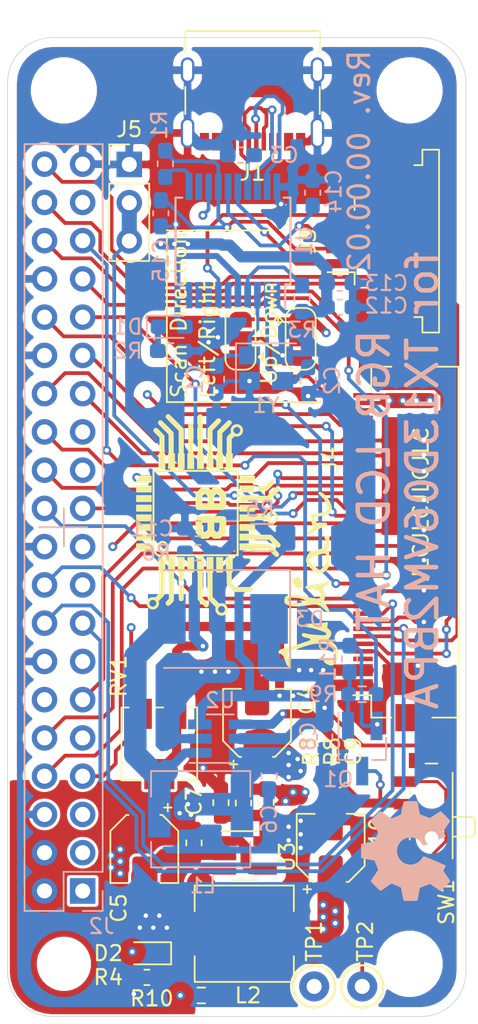
<source format=kicad_pcb>
(kicad_pcb (version 20171130) (host pcbnew "(5.1.9)-1")

  (general
    (thickness 1.6)
    (drawings 18)
    (tracks 749)
    (zones 0)
    (modules 54)
    (nets 71)
  )

  (page A4)
  (layers
    (0 F.Cu signal)
    (1 In1.Cu power)
    (2 In2.Cu power)
    (31 B.Cu signal)
    (32 B.Adhes user hide)
    (33 F.Adhes user hide)
    (34 B.Paste user hide)
    (35 F.Paste user hide)
    (36 B.SilkS user)
    (37 F.SilkS user)
    (38 B.Mask user hide)
    (39 F.Mask user hide)
    (40 Dwgs.User user hide)
    (41 Cmts.User user hide)
    (42 Eco1.User user hide)
    (43 Eco2.User user hide)
    (44 Edge.Cuts user)
    (45 Margin user hide)
    (46 B.CrtYd user)
    (47 F.CrtYd user hide)
    (48 B.Fab user hide)
    (49 F.Fab user hide)
  )

  (setup
    (last_trace_width 0.25)
    (user_trace_width 0.4)
    (user_trace_width 0.5)
    (user_trace_width 0.6)
    (user_trace_width 0.75)
    (user_trace_width 1)
    (user_trace_width 1.2)
    (user_trace_width 1.5)
    (user_trace_width 1.75)
    (user_trace_width 2)
    (user_trace_width 2.5)
    (trace_clearance 0.2)
    (zone_clearance 0.127)
    (zone_45_only no)
    (trace_min 0)
    (via_size 0.6)
    (via_drill 0.3)
    (via_min_size 0.4)
    (via_min_drill 0.3)
    (user_via 1.5 0.9)
    (user_via 2 1.8)
    (blind_buried_vias_allowed yes)
    (uvia_size 0.3)
    (uvia_drill 0.1)
    (uvias_allowed no)
    (uvia_min_size 0.2)
    (uvia_min_drill 0.1)
    (edge_width 0.05)
    (segment_width 0.2)
    (pcb_text_width 0.3)
    (pcb_text_size 1.5 1.5)
    (mod_edge_width 0.12)
    (mod_text_size 1 1)
    (mod_text_width 0.15)
    (pad_size 3.2 3.2)
    (pad_drill 3.2)
    (pad_to_mask_clearance 0)
    (aux_axis_origin 0 0)
    (visible_elements 7FFFFFFF)
    (pcbplotparams
      (layerselection 0x010fc_ffffffff)
      (usegerberextensions true)
      (usegerberattributes false)
      (usegerberadvancedattributes false)
      (creategerberjobfile false)
      (excludeedgelayer true)
      (linewidth 0.100000)
      (plotframeref false)
      (viasonmask false)
      (mode 1)
      (useauxorigin false)
      (hpglpennumber 1)
      (hpglpenspeed 20)
      (hpglpendiameter 15.000000)
      (psnegative false)
      (psa4output false)
      (plotreference true)
      (plotvalue true)
      (plotinvisibletext false)
      (padsonsilk false)
      (subtractmaskfromsilk false)
      (outputformat 1)
      (mirror false)
      (drillshape 0)
      (scaleselection 1)
      (outputdirectory "Gerber/"))
  )

  (net 0 "")
  (net 1 GND)
  (net 2 "Net-(C1-Pad1)")
  (net 3 "Net-(C2-Pad1)")
  (net 4 "Net-(C3-Pad2)")
  (net 5 +5V)
  (net 6 LED+)
  (net 7 +3.3VP)
  (net 8 "Net-(C9-Pad2)")
  (net 9 "Net-(D1-Pad2)")
  (net 10 "Net-(D1-Pad1)")
  (net 11 "Net-(D2-Pad1)")
  (net 12 "Net-(D3-Pad2)")
  (net 13 VSYNC)
  (net 14 HSYNC)
  (net 15 Blue0)
  (net 16 Green2)
  (net 17 Green3)
  (net 18 Green5)
  (net 19 "Net-(J2-Pad12)")
  (net 20 "Net-(J2-Pad13)")
  (net 21 Red2)
  (net 22 Red3)
  (net 23 Red4)
  (net 24 Blue5)
  (net 25 Red5)
  (net 26 Blue4)
  (net 27 Blue3)
  (net 28 CLK)
  (net 29 DEN)
  (net 30 Blue1)
  (net 31 Blue2)
  (net 32 Green0)
  (net 33 Green1)
  (net 34 Green4)
  (net 35 "Net-(J2-Pad37)")
  (net 36 Red0)
  (net 37 Red1)
  (net 38 "Net-(J3-Pad1)")
  (net 39 "Net-(J3-Pad4)")
  (net 40 LED-)
  (net 41 "Net-(J4-Pad5)")
  (net 42 L_R)
  (net 43 U_D)
  (net 44 "Net-(L2-Pad1)")
  (net 45 "Net-(R1-Pad1)")
  (net 46 "Net-(R3-Pad2)")
  (net 47 "Net-(U1-Pad10)")
  (net 48 "Net-(U1-Pad12)")
  (net 49 RV2)
  (net 50 "Net-(J2-Pad1)")
  (net 51 "Net-(J2-Pad17)")
  (net 52 "Net-(J1-PadB5)")
  (net 53 "Net-(J1-PadA6)")
  (net 54 "Net-(J1-PadA8)")
  (net 55 "Net-(J1-PadA5)")
  (net 56 "Net-(J1-PadB8)")
  (net 57 "Net-(J1-PadA7)")
  (net 58 "Net-(J1-PadA4)")
  (net 59 "Net-(J2-Pad19)")
  (net 60 "Net-(J2-Pad23)")
  (net 61 BL_ENABLE)
  (net 62 "Net-(Q1-Pad1)")
  (net 63 "Net-(R10-Pad2)")
  (net 64 "Net-(C14-Pad2)")
  (net 65 "Net-(C15-Pad2)")
  (net 66 "Net-(U1-Pad6)")
  (net 67 "Net-(U1-Pad8)")
  (net 68 "Net-(U1-Pad9)")
  (net 69 "Net-(U1-Pad13)")
  (net 70 BL_CONTROLLER_EN)

  (net_class Default "Dies ist die voreingestellte Netzklasse."
    (clearance 0.2)
    (trace_width 0.25)
    (via_dia 0.6)
    (via_drill 0.3)
    (uvia_dia 0.3)
    (uvia_drill 0.1)
    (add_net +3.3VP)
    (add_net +5V)
    (add_net BL_CONTROLLER_EN)
    (add_net BL_ENABLE)
    (add_net Blue0)
    (add_net Blue1)
    (add_net Blue2)
    (add_net Blue3)
    (add_net Blue4)
    (add_net Blue5)
    (add_net CLK)
    (add_net DEN)
    (add_net GND)
    (add_net Green0)
    (add_net Green1)
    (add_net Green2)
    (add_net Green3)
    (add_net Green4)
    (add_net Green5)
    (add_net HSYNC)
    (add_net LED+)
    (add_net LED-)
    (add_net L_R)
    (add_net "Net-(C1-Pad1)")
    (add_net "Net-(C14-Pad2)")
    (add_net "Net-(C15-Pad2)")
    (add_net "Net-(C2-Pad1)")
    (add_net "Net-(C3-Pad2)")
    (add_net "Net-(C9-Pad2)")
    (add_net "Net-(D1-Pad1)")
    (add_net "Net-(D1-Pad2)")
    (add_net "Net-(D2-Pad1)")
    (add_net "Net-(D3-Pad2)")
    (add_net "Net-(J1-PadA4)")
    (add_net "Net-(J1-PadA5)")
    (add_net "Net-(J1-PadA6)")
    (add_net "Net-(J1-PadA7)")
    (add_net "Net-(J1-PadA8)")
    (add_net "Net-(J1-PadB5)")
    (add_net "Net-(J1-PadB8)")
    (add_net "Net-(J2-Pad1)")
    (add_net "Net-(J2-Pad12)")
    (add_net "Net-(J2-Pad13)")
    (add_net "Net-(J2-Pad17)")
    (add_net "Net-(J2-Pad19)")
    (add_net "Net-(J2-Pad23)")
    (add_net "Net-(J2-Pad37)")
    (add_net "Net-(J3-Pad1)")
    (add_net "Net-(J3-Pad4)")
    (add_net "Net-(J4-Pad5)")
    (add_net "Net-(L2-Pad1)")
    (add_net "Net-(Q1-Pad1)")
    (add_net "Net-(R1-Pad1)")
    (add_net "Net-(R10-Pad2)")
    (add_net "Net-(R3-Pad2)")
    (add_net "Net-(U1-Pad10)")
    (add_net "Net-(U1-Pad12)")
    (add_net "Net-(U1-Pad13)")
    (add_net "Net-(U1-Pad6)")
    (add_net "Net-(U1-Pad8)")
    (add_net "Net-(U1-Pad9)")
    (add_net RV2)
    (add_net Red0)
    (add_net Red1)
    (add_net Red2)
    (add_net Red3)
    (add_net Red4)
    (add_net Red5)
    (add_net U_D)
    (add_net VSYNC)
  )

  (module Symbol:OSHW-Symbol_6.7x6mm_SilkScreen (layer B.Cu) (tedit 0) (tstamp 60806520)
    (at 66.5 89 270)
    (descr "Open Source Hardware Symbol")
    (tags "Logo Symbol OSHW")
    (path /6081A609)
    (attr virtual)
    (fp_text reference OSWH1 (at 0 0 90) (layer B.SilkS) hide
      (effects (font (size 1 1) (thickness 0.15)) (justify mirror))
    )
    (fp_text value Logo_Open_Hardware_Small (at 0.75 0 90) (layer B.Fab) hide
      (effects (font (size 1 1) (thickness 0.15)) (justify mirror))
    )
    (fp_poly (pts (xy 0.555814 2.531069) (xy 0.639635 2.086445) (xy 0.94892 1.958947) (xy 1.258206 1.831449)
      (xy 1.629246 2.083754) (xy 1.733157 2.154004) (xy 1.827087 2.216728) (xy 1.906652 2.269062)
      (xy 1.96747 2.308143) (xy 2.005157 2.331107) (xy 2.015421 2.336058) (xy 2.03391 2.323324)
      (xy 2.07342 2.288118) (xy 2.129522 2.234938) (xy 2.197787 2.168282) (xy 2.273786 2.092646)
      (xy 2.353092 2.012528) (xy 2.431275 1.932426) (xy 2.503907 1.856836) (xy 2.566559 1.790255)
      (xy 2.614803 1.737182) (xy 2.64421 1.702113) (xy 2.651241 1.690377) (xy 2.641123 1.66874)
      (xy 2.612759 1.621338) (xy 2.569129 1.552807) (xy 2.513218 1.467785) (xy 2.448006 1.370907)
      (xy 2.410219 1.31565) (xy 2.341343 1.214752) (xy 2.28014 1.123701) (xy 2.229578 1.04703)
      (xy 2.192628 0.989272) (xy 2.172258 0.954957) (xy 2.169197 0.947746) (xy 2.176136 0.927252)
      (xy 2.195051 0.879487) (xy 2.223087 0.811168) (xy 2.257391 0.729011) (xy 2.295109 0.63973)
      (xy 2.333387 0.550042) (xy 2.36937 0.466662) (xy 2.400206 0.396306) (xy 2.423039 0.34569)
      (xy 2.435017 0.321529) (xy 2.435724 0.320578) (xy 2.454531 0.315964) (xy 2.504618 0.305672)
      (xy 2.580793 0.290713) (xy 2.677865 0.272099) (xy 2.790643 0.250841) (xy 2.856442 0.238582)
      (xy 2.97695 0.215638) (xy 3.085797 0.193805) (xy 3.177476 0.174278) (xy 3.246481 0.158252)
      (xy 3.287304 0.146921) (xy 3.295511 0.143326) (xy 3.303548 0.118994) (xy 3.310033 0.064041)
      (xy 3.31497 -0.015108) (xy 3.318364 -0.112026) (xy 3.320218 -0.220287) (xy 3.320538 -0.333465)
      (xy 3.319327 -0.445135) (xy 3.31659 -0.548868) (xy 3.312331 -0.638241) (xy 3.306555 -0.706826)
      (xy 3.299267 -0.748197) (xy 3.294895 -0.75681) (xy 3.268764 -0.767133) (xy 3.213393 -0.781892)
      (xy 3.136107 -0.799352) (xy 3.04423 -0.81778) (xy 3.012158 -0.823741) (xy 2.857524 -0.852066)
      (xy 2.735375 -0.874876) (xy 2.641673 -0.89308) (xy 2.572384 -0.907583) (xy 2.523471 -0.919292)
      (xy 2.490897 -0.929115) (xy 2.470628 -0.937956) (xy 2.458626 -0.946724) (xy 2.456947 -0.948457)
      (xy 2.440184 -0.976371) (xy 2.414614 -1.030695) (xy 2.382788 -1.104777) (xy 2.34726 -1.191965)
      (xy 2.310583 -1.285608) (xy 2.275311 -1.379052) (xy 2.243996 -1.465647) (xy 2.219193 -1.53874)
      (xy 2.203454 -1.591678) (xy 2.199332 -1.617811) (xy 2.199676 -1.618726) (xy 2.213641 -1.640086)
      (xy 2.245322 -1.687084) (xy 2.291391 -1.754827) (xy 2.348518 -1.838423) (xy 2.413373 -1.932982)
      (xy 2.431843 -1.959854) (xy 2.497699 -2.057275) (xy 2.55565 -2.146163) (xy 2.602538 -2.221412)
      (xy 2.635207 -2.27792) (xy 2.6505 -2.310581) (xy 2.651241 -2.314593) (xy 2.638392 -2.335684)
      (xy 2.602888 -2.377464) (xy 2.549293 -2.435445) (xy 2.482171 -2.505135) (xy 2.406087 -2.582045)
      (xy 2.325604 -2.661683) (xy 2.245287 -2.739561) (xy 2.169699 -2.811186) (xy 2.103405 -2.87207)
      (xy 2.050969 -2.917721) (xy 2.016955 -2.94365) (xy 2.007545 -2.947883) (xy 1.985643 -2.937912)
      (xy 1.9408 -2.91102) (xy 1.880321 -2.871736) (xy 1.833789 -2.840117) (xy 1.749475 -2.782098)
      (xy 1.649626 -2.713784) (xy 1.549473 -2.645579) (xy 1.495627 -2.609075) (xy 1.313371 -2.4858)
      (xy 1.160381 -2.56852) (xy 1.090682 -2.604759) (xy 1.031414 -2.632926) (xy 0.991311 -2.648991)
      (xy 0.981103 -2.651226) (xy 0.968829 -2.634722) (xy 0.944613 -2.588082) (xy 0.910263 -2.515609)
      (xy 0.867588 -2.421606) (xy 0.818394 -2.310374) (xy 0.76449 -2.186215) (xy 0.707684 -2.053432)
      (xy 0.649782 -1.916327) (xy 0.592593 -1.779202) (xy 0.537924 -1.646358) (xy 0.487584 -1.522098)
      (xy 0.44338 -1.410725) (xy 0.407119 -1.316539) (xy 0.380609 -1.243844) (xy 0.365658 -1.196941)
      (xy 0.363254 -1.180833) (xy 0.382311 -1.160286) (xy 0.424036 -1.126933) (xy 0.479706 -1.087702)
      (xy 0.484378 -1.084599) (xy 0.628264 -0.969423) (xy 0.744283 -0.835053) (xy 0.83143 -0.685784)
      (xy 0.888699 -0.525913) (xy 0.915086 -0.359737) (xy 0.909585 -0.191552) (xy 0.87119 -0.025655)
      (xy 0.798895 0.133658) (xy 0.777626 0.168513) (xy 0.666996 0.309263) (xy 0.536302 0.422286)
      (xy 0.390064 0.506997) (xy 0.232808 0.562806) (xy 0.069057 0.589126) (xy -0.096667 0.58537)
      (xy -0.259838 0.55095) (xy -0.415935 0.485277) (xy -0.560433 0.387765) (xy -0.605131 0.348187)
      (xy -0.718888 0.224297) (xy -0.801782 0.093876) (xy -0.858644 -0.052315) (xy -0.890313 -0.197088)
      (xy -0.898131 -0.35986) (xy -0.872062 -0.52344) (xy -0.814755 -0.682298) (xy -0.728856 -0.830906)
      (xy -0.617014 -0.963735) (xy -0.481877 -1.075256) (xy -0.464117 -1.087011) (xy -0.40785 -1.125508)
      (xy -0.365077 -1.158863) (xy -0.344628 -1.18016) (xy -0.344331 -1.180833) (xy -0.348721 -1.203871)
      (xy -0.366124 -1.256157) (xy -0.394732 -1.33339) (xy -0.432735 -1.431268) (xy -0.478326 -1.545491)
      (xy -0.529697 -1.671758) (xy -0.585038 -1.805767) (xy -0.642542 -1.943218) (xy -0.700399 -2.079808)
      (xy -0.756802 -2.211237) (xy -0.809942 -2.333205) (xy -0.85801 -2.441409) (xy -0.899199 -2.531549)
      (xy -0.931699 -2.599323) (xy -0.953703 -2.64043) (xy -0.962564 -2.651226) (xy -0.98964 -2.642819)
      (xy -1.040303 -2.620272) (xy -1.105817 -2.587613) (xy -1.141841 -2.56852) (xy -1.294832 -2.4858)
      (xy -1.477088 -2.609075) (xy -1.570125 -2.672228) (xy -1.671985 -2.741727) (xy -1.767438 -2.807165)
      (xy -1.81525 -2.840117) (xy -1.882495 -2.885273) (xy -1.939436 -2.921057) (xy -1.978646 -2.942938)
      (xy -1.991381 -2.947563) (xy -2.009917 -2.935085) (xy -2.050941 -2.900252) (xy -2.110475 -2.846678)
      (xy -2.184542 -2.777983) (xy -2.269165 -2.697781) (xy -2.322685 -2.646286) (xy -2.416319 -2.554286)
      (xy -2.497241 -2.471999) (xy -2.562177 -2.402945) (xy -2.607858 -2.350644) (xy -2.631011 -2.318616)
      (xy -2.633232 -2.312116) (xy -2.622924 -2.287394) (xy -2.594439 -2.237405) (xy -2.550937 -2.167212)
      (xy -2.495577 -2.081875) (xy -2.43152 -1.986456) (xy -2.413303 -1.959854) (xy -2.346927 -1.863167)
      (xy -2.287378 -1.776117) (xy -2.237984 -1.703595) (xy -2.202075 -1.650493) (xy -2.182981 -1.621703)
      (xy -2.181136 -1.618726) (xy -2.183895 -1.595782) (xy -2.198538 -1.545336) (xy -2.222513 -1.474041)
      (xy -2.253266 -1.388547) (xy -2.288244 -1.295507) (xy -2.324893 -1.201574) (xy -2.360661 -1.113399)
      (xy -2.392994 -1.037634) (xy -2.419338 -0.980931) (xy -2.437142 -0.949943) (xy -2.438407 -0.948457)
      (xy -2.449294 -0.939601) (xy -2.467682 -0.930843) (xy -2.497606 -0.921277) (xy -2.543103 -0.909996)
      (xy -2.608209 -0.896093) (xy -2.696961 -0.878663) (xy -2.813393 -0.856798) (xy -2.961542 -0.829591)
      (xy -2.993618 -0.823741) (xy -3.088686 -0.805374) (xy -3.171565 -0.787405) (xy -3.23493 -0.771569)
      (xy -3.271458 -0.7596) (xy -3.276356 -0.75681) (xy -3.284427 -0.732072) (xy -3.290987 -0.67679)
      (xy -3.296033 -0.597389) (xy -3.299559 -0.500296) (xy -3.301561 -0.391938) (xy -3.302036 -0.27874)
      (xy -3.300977 -0.167128) (xy -3.298382 -0.063529) (xy -3.294246 0.025632) (xy -3.288563 0.093928)
      (xy -3.281331 0.134934) (xy -3.276971 0.143326) (xy -3.252698 0.151792) (xy -3.197426 0.165565)
      (xy -3.116662 0.18345) (xy -3.015912 0.204252) (xy -2.900683 0.226777) (xy -2.837902 0.238582)
      (xy -2.718787 0.260849) (xy -2.612565 0.281021) (xy -2.524427 0.298085) (xy -2.459566 0.311031)
      (xy -2.423174 0.318845) (xy -2.417184 0.320578) (xy -2.407061 0.34011) (xy -2.385662 0.387157)
      (xy -2.355839 0.454997) (xy -2.320445 0.536909) (xy -2.282332 0.626172) (xy -2.244353 0.716065)
      (xy -2.20936 0.799865) (xy -2.180206 0.870853) (xy -2.159743 0.922306) (xy -2.150823 0.947503)
      (xy -2.150657 0.948604) (xy -2.160769 0.968481) (xy -2.189117 1.014223) (xy -2.232723 1.081283)
      (xy -2.288606 1.165116) (xy -2.353787 1.261174) (xy -2.391679 1.31635) (xy -2.460725 1.417519)
      (xy -2.52205 1.50937) (xy -2.572663 1.587256) (xy -2.609571 1.646531) (xy -2.629782 1.682549)
      (xy -2.632701 1.690623) (xy -2.620153 1.709416) (xy -2.585463 1.749543) (xy -2.533063 1.806507)
      (xy -2.467384 1.875815) (xy -2.392856 1.952969) (xy -2.313913 2.033475) (xy -2.234983 2.112837)
      (xy -2.1605 2.18656) (xy -2.094894 2.250148) (xy -2.042596 2.299106) (xy -2.008039 2.328939)
      (xy -1.996478 2.336058) (xy -1.977654 2.326047) (xy -1.932631 2.297922) (xy -1.865787 2.254546)
      (xy -1.781499 2.198782) (xy -1.684144 2.133494) (xy -1.610707 2.083754) (xy -1.239667 1.831449)
      (xy -0.621095 2.086445) (xy -0.537275 2.531069) (xy -0.453454 2.975693) (xy 0.471994 2.975693)
      (xy 0.555814 2.531069)) (layer B.SilkS) (width 0.01))
  )

  (module Resistor_SMD:R_1206_3216Metric_Pad1.30x1.75mm_HandSolder (layer B.Cu) (tedit 5F68FEEE) (tstamp 602FE446)
    (at 56.95 68.2)
    (descr "Resistor SMD 1206 (3216 Metric), square (rectangular) end terminal, IPC_7351 nominal with elongated pad for handsoldering. (Body size source: IPC-SM-782 page 72, https://www.pcb-3d.com/wordpress/wp-content/uploads/ipc-sm-782a_amendment_1_and_2.pdf), generated with kicad-footprint-generator")
    (tags "resistor handsolder")
    (path /605765BB)
    (attr smd)
    (fp_text reference R5 (at -0.15 -1.9) (layer B.SilkS)
      (effects (font (size 1 1) (thickness 0.15)) (justify mirror))
    )
    (fp_text value 1 (at 0 -1.43) (layer B.Fab)
      (effects (font (size 1 1) (thickness 0.15)) (justify mirror))
    )
    (fp_line (start -1.6 -0.8) (end -1.6 0.8) (layer B.Fab) (width 0.1))
    (fp_line (start -1.6 0.8) (end 1.6 0.8) (layer B.Fab) (width 0.1))
    (fp_line (start 1.6 0.8) (end 1.6 -0.8) (layer B.Fab) (width 0.1))
    (fp_line (start 1.6 -0.8) (end -1.6 -0.8) (layer B.Fab) (width 0.1))
    (fp_line (start -0.727064 0.91) (end 0.727064 0.91) (layer B.SilkS) (width 0.12))
    (fp_line (start -0.727064 -0.91) (end 0.727064 -0.91) (layer B.SilkS) (width 0.12))
    (fp_line (start -2.45 -1.12) (end -2.45 1.12) (layer B.CrtYd) (width 0.05))
    (fp_line (start -2.45 1.12) (end 2.45 1.12) (layer B.CrtYd) (width 0.05))
    (fp_line (start 2.45 1.12) (end 2.45 -1.12) (layer B.CrtYd) (width 0.05))
    (fp_line (start 2.45 -1.12) (end -2.45 -1.12) (layer B.CrtYd) (width 0.05))
    (fp_text user %R (at 0 0) (layer B.Fab)
      (effects (font (size 0.4 0.4) (thickness 0.06)) (justify mirror))
    )
    (pad 2 smd roundrect (at 1.55 0) (size 1.3 1.75) (layers B.Cu B.Paste B.Mask) (roundrect_rratio 0.1923076923076923)
      (net 40 LED-))
    (pad 1 smd roundrect (at -1.55 0) (size 1.3 1.75) (layers B.Cu B.Paste B.Mask) (roundrect_rratio 0.1923076923076923)
      (net 1 GND))
    (model ${KISYS3DMOD}/Resistor_SMD.3dshapes/R_1206_3216Metric.wrl
      (at (xyz 0 0 0))
      (scale (xyz 1 1 1))
      (rotate (xyz 0 0 0))
    )
  )

  (module Resistor_SMD:R_0603_1608Metric_Pad1.05x0.95mm_HandSolder (layer B.Cu) (tedit 5B301BBD) (tstamp 60337B54)
    (at 62.75 76.25 270)
    (descr "Resistor SMD 0603 (1608 Metric), square (rectangular) end terminal, IPC_7351 nominal with elongated pad for handsoldering. (Body size source: http://www.tortai-tech.com/upload/download/2011102023233369053.pdf), generated with kicad-footprint-generator")
    (tags "resistor handsolder")
    (path /603499A4)
    (attr smd)
    (fp_text reference R11 (at 0 1.43 90) (layer B.SilkS)
      (effects (font (size 1 1) (thickness 0.15)) (justify mirror))
    )
    (fp_text value 105k (at 0 -1.43 90) (layer B.Fab)
      (effects (font (size 1 1) (thickness 0.15)) (justify mirror))
    )
    (fp_line (start -0.8 -0.4) (end -0.8 0.4) (layer B.Fab) (width 0.1))
    (fp_line (start -0.8 0.4) (end 0.8 0.4) (layer B.Fab) (width 0.1))
    (fp_line (start 0.8 0.4) (end 0.8 -0.4) (layer B.Fab) (width 0.1))
    (fp_line (start 0.8 -0.4) (end -0.8 -0.4) (layer B.Fab) (width 0.1))
    (fp_line (start -0.171267 0.51) (end 0.171267 0.51) (layer B.SilkS) (width 0.12))
    (fp_line (start -0.171267 -0.51) (end 0.171267 -0.51) (layer B.SilkS) (width 0.12))
    (fp_line (start -1.65 -0.73) (end -1.65 0.73) (layer B.CrtYd) (width 0.05))
    (fp_line (start -1.65 0.73) (end 1.65 0.73) (layer B.CrtYd) (width 0.05))
    (fp_line (start 1.65 0.73) (end 1.65 -0.73) (layer B.CrtYd) (width 0.05))
    (fp_line (start 1.65 -0.73) (end -1.65 -0.73) (layer B.CrtYd) (width 0.05))
    (fp_text user %R (at 0 0 90) (layer B.Fab)
      (effects (font (size 0.4 0.4) (thickness 0.06)) (justify mirror))
    )
    (pad 2 smd roundrect (at 0.875 0 270) (size 1.05 0.95) (layers B.Cu B.Paste B.Mask) (roundrect_rratio 0.25)
      (net 62 "Net-(Q1-Pad1)"))
    (pad 1 smd roundrect (at -0.875 0 270) (size 1.05 0.95) (layers B.Cu B.Paste B.Mask) (roundrect_rratio 0.25)
      (net 1 GND))
    (model ${KISYS3DMOD}/Resistor_SMD.3dshapes/R_0603_1608Metric.wrl
      (at (xyz 0 0 0))
      (scale (xyz 1 1 1))
      (rotate (xyz 0 0 0))
    )
  )

  (module footprints:julian_logo_4mm (layer F.Cu) (tedit 0) (tstamp 6031F634)
    (at 60 71 90)
    (path /6032B777)
    (fp_text reference LOGO2 (at 0 0 90) (layer F.SilkS) hide
      (effects (font (size 1.524 1.524) (thickness 0.3)))
    )
    (fp_text value Logo (at 0.75 0 90) (layer F.SilkS) hide
      (effects (font (size 1.524 1.524) (thickness 0.3)))
    )
    (fp_poly (pts (xy -4.788827 -1.970094) (xy -4.722839 -1.951831) (xy -4.671129 -1.902911) (xy -4.637045 -1.848555)
      (xy -4.591626 -1.744633) (xy -4.559677 -1.630872) (xy -4.555936 -1.608666) (xy -4.541015 -1.536349)
      (xy -4.511601 -1.422065) (xy -4.470387 -1.274433) (xy -4.420067 -1.102069) (xy -4.363335 -0.91359)
      (xy -4.302883 -0.717615) (xy -4.241406 -0.52276) (xy -4.181596 -0.337643) (xy -4.126147 -0.170881)
      (xy -4.077752 -0.031091) (xy -4.039106 0.073108) (xy -4.0129 0.133101) (xy -4.009949 0.138168)
      (xy -3.971279 0.167589) (xy -3.930547 0.146476) (xy -3.893484 0.0802) (xy -3.872737 0.009567)
      (xy -3.833513 -0.156711) (xy -3.798864 -0.274991) (xy -3.764528 -0.35302) (xy -3.726242 -0.398548)
      (xy -3.679742 -0.419325) (xy -3.634574 -0.423333) (xy -3.581919 -0.39884) (xy -3.548621 -0.336888)
      (xy -3.540304 -0.254768) (xy -3.556501 -0.183444) (xy -3.580583 -0.111893) (xy -3.601333 -0.021187)
      (xy -3.619804 0.096401) (xy -3.637049 0.248597) (xy -3.654121 0.443127) (xy -3.668781 0.640378)
      (xy -3.681006 0.836552) (xy -3.685665 0.983382) (xy -3.681768 1.087583) (xy -3.668324 1.15587)
      (xy -3.644342 1.194961) (xy -3.608831 1.21157) (xy -3.584222 1.213556) (xy -3.55491 1.209433)
      (xy -3.528764 1.19209) (xy -3.501899 1.154065) (xy -3.47043 1.087899) (xy -3.430472 0.98613)
      (xy -3.37814 0.841296) (xy -3.352488 0.768541) (xy -3.294946 0.600828) (xy -3.25263 0.465079)
      (xy -3.220185 0.3407) (xy -3.192255 0.207097) (xy -3.163485 0.043676) (xy -3.162572 0.038209)
      (xy -3.139222 -0.087219) (xy -3.116954 -0.167552) (xy -3.091493 -0.213884) (xy -3.058564 -0.23731)
      (xy -3.056026 -0.238318) (xy -3.000476 -0.234623) (xy -2.965782 -0.2121) (xy -2.950173 -0.186993)
      (xy -2.937675 -0.141769) (xy -2.927592 -0.069383) (xy -2.91923 0.037207) (xy -2.911896 0.185046)
      (xy -2.904894 0.381175) (xy -2.903777 0.416882) (xy -2.896809 0.597994) (xy -2.88782 0.764211)
      (xy -2.87755 0.905666) (xy -2.866736 1.012493) (xy -2.856119 1.074824) (xy -2.853984 1.081338)
      (xy -2.830114 1.165802) (xy -2.822222 1.233151) (xy -2.822222 1.305516) (xy -3.20492 1.267806)
      (xy -3.293148 1.392975) (xy -3.392017 1.495428) (xy -3.505396 1.543507) (xy -3.632564 1.537193)
      (xy -3.772799 1.476461) (xy -3.867016 1.410658) (xy -3.972353 1.32723) (xy -4.081591 1.514019)
      (xy -4.190019 1.672171) (xy -4.311914 1.804109) (xy -4.436976 1.900115) (xy -4.540316 1.946842)
      (xy -4.669818 1.967728) (xy -4.833682 1.972032) (xy -5.012529 1.960439) (xy -5.186981 1.933633)
      (xy -5.237725 1.922197) (xy -5.424263 1.86131) (xy -5.560204 1.782007) (xy -5.648987 1.682179)
      (xy -5.659284 1.663703) (xy -5.683262 1.565731) (xy -5.672599 1.448361) (xy -5.633758 1.324323)
      (xy -5.573205 1.206346) (xy -5.497402 1.10716) (xy -5.412813 1.039494) (xy -5.330385 1.016)
      (xy -5.267219 1.025241) (xy -5.23527 1.044144) (xy -5.238366 1.080948) (xy -5.261507 1.155178)
      (xy -5.300229 1.253419) (xy -5.319584 1.297547) (xy -5.369723 1.414339) (xy -5.395988 1.493128)
      (xy -5.401348 1.545564) (xy -5.391296 1.578853) (xy -5.334878 1.633233) (xy -5.232075 1.669479)
      (xy -5.080418 1.688105) (xy -4.877442 1.689623) (xy -4.861032 1.689095) (xy -4.574601 1.679223)
      (xy -4.463166 1.570351) (xy -4.37356 1.467372) (xy -4.308929 1.352945) (xy -4.26613 1.216535)
      (xy -4.242024 1.047608) (xy -4.233469 0.835628) (xy -4.233333 0.799469) (xy -4.235109 0.658807)
      (xy -4.24177 0.532296) (xy -4.255314 0.410407) (xy -4.277741 0.283607) (xy -4.311049 0.142365)
      (xy -4.357238 -0.022848) (xy -4.418306 -0.221565) (xy -4.496253 -0.463316) (xy -4.501635 -0.479777)
      (xy -4.555881 -0.647118) (xy -4.607606 -0.80939) (xy -4.652629 -0.953282) (xy -4.686769 -1.065484)
      (xy -4.70105 -1.114777) (xy -4.731464 -1.21814) (xy -4.762028 -1.290091) (xy -4.80188 -1.333512)
      (xy -4.860158 -1.351287) (xy -4.946 -1.346296) (xy -5.068541 -1.321424) (xy -5.229435 -1.281456)
      (xy -5.406633 -1.236498) (xy -5.537071 -1.204033) (xy -5.628705 -1.182691) (xy -5.689491 -1.171103)
      (xy -5.727383 -1.167901) (xy -5.750339 -1.171714) (xy -5.766314 -1.181175) (xy -5.774287 -1.187692)
      (xy -5.796426 -1.21802) (xy -5.787382 -1.260599) (xy -5.76409 -1.304037) (xy -5.727292 -1.356737)
      (xy -5.679438 -1.399505) (xy -5.610057 -1.437922) (xy -5.508677 -1.477572) (xy -5.364828 -1.524038)
      (xy -5.333556 -1.533575) (xy -5.14987 -1.603338) (xy -5.017759 -1.686886) (xy -4.933372 -1.787321)
      (xy -4.896881 -1.885428) (xy -4.877582 -1.948637) (xy -4.843754 -1.971216) (xy -4.788827 -1.970094)) (layer F.SilkS) (width 0.01))
    (fp_poly (pts (xy 3.080878 -0.066975) (xy 3.170989 -0.021914) (xy 3.269914 0.061914) (xy 3.351241 0.155256)
      (xy 3.422317 0.241114) (xy 3.482992 0.290236) (xy 3.548141 0.305645) (xy 3.632641 0.290364)
      (xy 3.751366 0.247417) (xy 3.769378 0.240244) (xy 3.985618 0.17928) (xy 4.152592 0.162633)
      (xy 4.360334 0.155223) (xy 4.367617 0.282223) (xy 4.379332 0.405958) (xy 4.400584 0.560889)
      (xy 4.428004 0.727206) (xy 4.458223 0.8851) (xy 4.487871 1.014764) (xy 4.499122 1.055308)
      (xy 4.547168 1.177051) (xy 4.609111 1.257051) (xy 4.690753 1.296407) (xy 4.797896 1.296222)
      (xy 4.936342 1.257596) (xy 5.111894 1.18163) (xy 5.126786 1.174425) (xy 5.263786 1.103316)
      (xy 5.367329 1.036283) (xy 5.457206 0.958672) (xy 5.546027 0.863981) (xy 5.650552 0.757016)
      (xy 5.73337 0.695448) (xy 5.791979 0.679285) (xy 5.823874 0.708537) (xy 5.826549 0.783212)
      (xy 5.809552 0.86304) (xy 5.754074 0.978888) (xy 5.654328 1.103122) (xy 5.520067 1.227758)
      (xy 5.361042 1.344808) (xy 5.187003 1.44629) (xy 5.007703 1.524217) (xy 4.997971 1.52763)
      (xy 4.869816 1.561187) (xy 4.736254 1.578377) (xy 4.612135 1.579107) (xy 4.512308 1.563284)
      (xy 4.45184 1.531056) (xy 4.379938 1.421458) (xy 4.317203 1.269108) (xy 4.268103 1.0875)
      (xy 4.237104 0.890131) (xy 4.235999 0.878946) (xy 4.210792 0.679589) (xy 4.177285 0.534196)
      (xy 4.133555 0.440649) (xy 4.077679 0.396827) (xy 4.007735 0.400613) (xy 3.921799 0.449888)
      (xy 3.878707 0.485187) (xy 3.776116 0.575263) (xy 3.786003 0.898351) (xy 3.789218 1.042015)
      (xy 3.787794 1.139317) (xy 3.780749 1.200222) (xy 3.7671 1.234694) (xy 3.751369 1.24956)
      (xy 3.68929 1.259407) (xy 3.622932 1.22186) (xy 3.560782 1.144507) (xy 3.511325 1.034935)
      (xy 3.511319 1.034918) (xy 3.477306 0.938092) (xy 3.438374 0.844642) (xy 3.389027 0.743869)
      (xy 3.323768 0.625074) (xy 3.237101 0.477559) (xy 3.157201 0.345663) (xy 3.084875 0.224341)
      (xy 3.024806 0.118153) (xy 2.982584 0.037384) (xy 2.963796 -0.00768) (xy 2.963334 -0.011151)
      (xy 2.986201 -0.054093) (xy 3.008242 -0.067638) (xy 3.080878 -0.066975)) (layer F.SilkS) (width 0.01))
    (fp_poly (pts (xy -1.264991 -1.571908) (xy -1.1737 -1.541783) (xy -1.106779 -1.483294) (xy -1.059374 -1.389667)
      (xy -1.026632 -1.254127) (xy -1.003701 -1.069899) (xy -1.00138 -1.044222) (xy -0.997108 -0.832483)
      (xy -1.015768 -0.597032) (xy -1.054279 -0.364247) (xy -1.101981 -0.183042) (xy -1.155026 0.005024)
      (xy -1.198532 0.207975) (xy -1.228658 0.404473) (xy -1.241564 0.573179) (xy -1.241777 0.593549)
      (xy -1.230038 0.716595) (xy -1.190202 0.7948) (xy -1.115347 0.835647) (xy -1.007549 0.846667)
      (xy -0.899347 0.824738) (xy -0.809259 0.757527) (xy -0.736131 0.642899) (xy -0.678812 0.47872)
      (xy -0.636148 0.262853) (xy -0.619111 0.127) (xy -0.597828 -0.022549) (xy -0.569522 -0.122207)
      (xy -0.53136 -0.178371) (xy -0.480507 -0.19744) (xy -0.475376 -0.197555) (xy -0.445664 -0.178877)
      (xy -0.41774 -0.120039) (xy -0.390455 -0.016833) (xy -0.36266 0.134945) (xy -0.337576 0.306755)
      (xy -0.289932 0.590322) (xy -0.227471 0.855127) (xy -0.187504 0.987778) (xy -0.13212 1.160202)
      (xy -0.096541 1.286668) (xy -0.080288 1.373894) (xy -0.082881 1.428595) (xy -0.103842 1.45749)
      (xy -0.142692 1.467294) (xy -0.1533 1.467556) (xy -0.22648 1.441357) (xy -0.276615 1.389945)
      (xy -0.324998 1.313767) (xy -0.377202 1.221026) (xy -0.389363 1.197557) (xy -0.437612 1.108748)
      (xy -0.482142 1.055297) (xy -0.536576 1.032592) (xy -0.614539 1.036025) (xy -0.729653 1.060984)
      (xy -0.766037 1.070098) (xy -0.932791 1.107763) (xy -1.060805 1.124116) (xy -1.163731 1.118852)
      (xy -1.25522 1.091661) (xy -1.323046 1.057553) (xy -1.446648 0.986896) (xy -1.577046 1.108494)
      (xy -1.696964 1.20939) (xy -1.819766 1.293887) (xy -1.936423 1.357716) (xy -2.037905 1.396607)
      (xy -2.115181 1.406292) (xy -2.158647 1.383461) (xy -2.1515 1.347641) (xy -2.114786 1.281794)
      (xy -2.056921 1.19764) (xy -1.986323 1.106902) (xy -1.91141 1.021301) (xy -1.864998 0.974541)
      (xy -1.744044 0.837686) (xy -1.67154 0.694314) (xy -1.640386 0.527914) (xy -1.637926 0.44653)
      (xy -1.645205 0.304649) (xy -1.662997 0.149247) (xy -1.681755 0.042334) (xy -1.69999 -0.061407)
      (xy -1.719267 -0.203864) (xy -1.737458 -0.367399) (xy -1.752436 -0.534374) (xy -1.754301 -0.558996)
      (xy -1.763345 -0.743793) (xy -1.537241 -0.743793) (xy -1.537201 -0.691444) (xy -1.534652 -0.495816)
      (xy -1.526936 -0.350305) (xy -1.512514 -0.248701) (xy -1.489848 -0.184793) (xy -1.457398 -0.152371)
      (xy -1.413625 -0.145226) (xy -1.402146 -0.146454) (xy -1.36486 -0.162875) (xy -1.331816 -0.207428)
      (xy -1.296419 -0.290812) (xy -1.274991 -0.352777) (xy -1.230449 -0.526124) (xy -1.202587 -0.732415)
      (xy -1.193702 -0.861983) (xy -1.187422 -0.999083) (xy -1.186175 -1.092285) (xy -1.19165 -1.154037)
      (xy -1.205535 -1.196786) (xy -1.229517 -1.232979) (xy -1.246808 -1.253655) (xy -1.319214 -1.310038)
      (xy -1.38974 -1.310357) (xy -1.456512 -1.254992) (xy -1.489031 -1.2045) (xy -1.508803 -1.159033)
      (xy -1.522561 -1.100333) (xy -1.531254 -1.018296) (xy -1.535831 -0.902818) (xy -1.537241 -0.743793)
      (xy -1.763345 -0.743793) (xy -1.766071 -0.799488) (xy -1.761075 -0.996974) (xy -1.737615 -1.162845)
      (xy -1.693991 -1.308494) (xy -1.628502 -1.445311) (xy -1.61978 -1.4605) (xy -1.578209 -1.527689)
      (xy -1.541126 -1.563484) (xy -1.489218 -1.57777) (xy -1.403177 -1.580436) (xy -1.385505 -1.580444)
      (xy -1.264991 -1.571908)) (layer F.SilkS) (width 0.01))
    (fp_poly (pts (xy 1.490546 -0.092159) (xy 1.540756 -0.070555) (xy 1.626628 -0.032911) (xy 1.691856 -0.007314)
      (xy 1.718018 0) (xy 1.768271 0.026789) (xy 1.822616 0.10237) (xy 1.877846 0.219563)
      (xy 1.930755 0.371191) (xy 1.978136 0.550073) (xy 1.991851 0.61308) (xy 2.028365 0.776319)
      (xy 2.065361 0.894598) (xy 2.11132 0.978831) (xy 2.174724 1.039932) (xy 2.264055 1.088816)
      (xy 2.387796 1.136396) (xy 2.40255 1.141559) (xy 2.520738 1.175676) (xy 2.607438 1.180223)
      (xy 2.67974 1.154374) (xy 2.720468 1.126188) (xy 2.781901 1.089732) (xy 2.830286 1.080553)
      (xy 2.83315 1.081429) (xy 2.866454 1.120195) (xy 2.889101 1.193826) (xy 2.896634 1.281084)
      (xy 2.888779 1.346441) (xy 2.870978 1.417367) (xy 2.599656 1.401458) (xy 2.457137 1.391102)
      (xy 2.313376 1.377345) (xy 2.192921 1.362635) (xy 2.160974 1.357741) (xy 2.047168 1.344106)
      (xy 1.963556 1.349379) (xy 1.896472 1.370523) (xy 1.831206 1.388663) (xy 1.732027 1.401097)
      (xy 1.591808 1.408375) (xy 1.403422 1.411051) (xy 1.372387 1.411089) (xy 1.202624 1.410248)
      (xy 1.078215 1.406947) (xy 0.988083 1.399988) (xy 0.92115 1.388172) (xy 0.86634 1.3703)
      (xy 0.826091 1.351988) (xy 0.677902 1.249429) (xy 0.548259 1.101204) (xy 0.477068 0.982466)
      (xy 0.437738 0.863634) (xy 0.439007 0.769079) (xy 0.649111 0.769079) (xy 0.670799 0.821148)
      (xy 0.728653 0.894184) (xy 0.811859 0.977869) (xy 0.909603 1.061886) (xy 1.011071 1.135915)
      (xy 1.072445 1.173002) (xy 1.149778 1.209947) (xy 1.224081 1.229805) (xy 1.316605 1.236407)
      (xy 1.415291 1.234813) (xy 1.540582 1.226779) (xy 1.623566 1.210843) (xy 1.678176 1.183916)
      (xy 1.690458 1.173825) (xy 1.727371 1.129107) (xy 1.744574 1.072589) (xy 1.741733 0.994052)
      (xy 1.718517 0.883274) (xy 1.676179 0.735234) (xy 1.60015 0.515466) (xy 1.520128 0.339169)
      (xy 1.438077 0.208999) (xy 1.355962 0.12761) (xy 1.275747 0.097658) (xy 1.215142 0.11204)
      (xy 1.166433 0.149534) (xy 1.094913 0.218613) (xy 1.00891 0.309611) (xy 0.916752 0.412862)
      (xy 0.826766 0.518699) (xy 0.747279 0.617455) (xy 0.686619 0.699466) (xy 0.653113 0.755063)
      (xy 0.649111 0.769079) (xy 0.439007 0.769079) (xy 0.43945 0.736074) (xy 0.483882 0.594533)
      (xy 0.572715 0.433756) (xy 0.707629 0.248492) (xy 0.714494 0.239889) (xy 0.824694 0.110291)
      (xy 0.920787 0.017784) (xy 1.016478 -0.049658) (xy 1.086556 -0.086508) (xy 1.218092 -0.13089)
      (xy 1.347253 -0.132966) (xy 1.490546 -0.092159)) (layer F.SilkS) (width 0.01))
    (fp_poly (pts (xy 0.050358 -1.037212) (xy 0.096866 -1.007816) (xy 0.125468 -0.962518) (xy 0.170237 -0.840931)
      (xy 0.188566 -0.712649) (xy 0.177518 -0.601655) (xy 0.171788 -0.584325) (xy 0.115864 -0.51127)
      (xy 0.017613 -0.453204) (xy -0.110047 -0.413548) (xy -0.254195 -0.395723) (xy -0.401914 -0.40315)
      (xy -0.465666 -0.415533) (xy -0.541773 -0.448079) (xy -0.581164 -0.506747) (xy -0.59266 -0.604905)
      (xy -0.592666 -0.608068) (xy -0.577767 -0.717316) (xy -0.525117 -0.809446) (xy -0.516034 -0.820519)
      (xy -0.420936 -0.902808) (xy -0.292419 -0.97456) (xy -0.153509 -1.025216) (xy -0.028142 -1.044222)
      (xy 0.050358 -1.037212)) (layer F.SilkS) (width 0.01))
  )

  (module TestPoint:TestPoint_Keystone_5000-5004_Miniature (layer F.Cu) (tedit 5A0F774F) (tstamp 6032B1DF)
    (at 63.6 98)
    (descr "Keystone Miniature THM Test Point 5000-5004, http://www.keyelco.com/product-pdf.cfm?p=1309")
    (tags "Through Hole Mount Test Points")
    (path /611790C2)
    (fp_text reference TP2 (at 0.2 -3 90) (layer F.SilkS)
      (effects (font (size 1 1) (thickness 0.15)))
    )
    (fp_text value BG_LEDS (at 0 2.5) (layer F.Fab)
      (effects (font (size 1 1) (thickness 0.15)))
    )
    (fp_circle (center 0 0) (end 1.4 0) (layer F.SilkS) (width 0.15))
    (fp_circle (center 0 0) (end 1.25 0) (layer F.Fab) (width 0.15))
    (fp_circle (center 0 0) (end 1.65 0) (layer F.CrtYd) (width 0.05))
    (fp_line (start -0.75 0.25) (end -0.75 -0.25) (layer F.Fab) (width 0.15))
    (fp_line (start 0.75 0.25) (end -0.75 0.25) (layer F.Fab) (width 0.15))
    (fp_line (start 0.75 -0.25) (end 0.75 0.25) (layer F.Fab) (width 0.15))
    (fp_line (start -0.75 -0.25) (end 0.75 -0.25) (layer F.Fab) (width 0.15))
    (fp_text user %R (at 0 -2.5) (layer F.Fab)
      (effects (font (size 1 1) (thickness 0.15)))
    )
    (pad 1 thru_hole circle (at 0 0) (size 2 2) (drill 1) (layers *.Cu *.Mask)
      (net 6 LED+))
    (model ${KISYS3DMOD}/TestPoint.3dshapes/TestPoint_Keystone_5000-5004_Miniature.wrl
      (at (xyz 0 0 0))
      (scale (xyz 1 1 1))
      (rotate (xyz 0 0 0))
    )
  )

  (module TestPoint:TestPoint_Keystone_5000-5004_Miniature (layer F.Cu) (tedit 5A0F774F) (tstamp 603297A7)
    (at 60.4 98)
    (descr "Keystone Miniature THM Test Point 5000-5004, http://www.keyelco.com/product-pdf.cfm?p=1309")
    (tags "Through Hole Mount Test Points")
    (path /60E25800)
    (fp_text reference TP1 (at 0 -3 90) (layer F.SilkS)
      (effects (font (size 1 1) (thickness 0.15)))
    )
    (fp_text value 3V3_DISPLAY (at 0 2.5) (layer F.Fab)
      (effects (font (size 1 1) (thickness 0.15)))
    )
    (fp_circle (center 0 0) (end 1.4 0) (layer F.SilkS) (width 0.15))
    (fp_circle (center 0 0) (end 1.25 0) (layer F.Fab) (width 0.15))
    (fp_circle (center 0 0) (end 1.65 0) (layer F.CrtYd) (width 0.05))
    (fp_line (start -0.75 0.25) (end -0.75 -0.25) (layer F.Fab) (width 0.15))
    (fp_line (start 0.75 0.25) (end -0.75 0.25) (layer F.Fab) (width 0.15))
    (fp_line (start 0.75 -0.25) (end 0.75 0.25) (layer F.Fab) (width 0.15))
    (fp_line (start -0.75 -0.25) (end 0.75 -0.25) (layer F.Fab) (width 0.15))
    (fp_text user %R (at 0 -2.5) (layer F.Fab)
      (effects (font (size 1 1) (thickness 0.15)))
    )
    (pad 1 thru_hole circle (at 0 0) (size 2 2) (drill 1) (layers *.Cu *.Mask)
      (net 7 +3.3VP))
    (model ${KISYS3DMOD}/TestPoint.3dshapes/TestPoint_Keystone_5000-5004_Miniature.wrl
      (at (xyz 0 0 0))
      (scale (xyz 1 1 1))
      (rotate (xyz 0 0 0))
    )
  )

  (module Resistor_SMD:R_0603_1608Metric_Pad0.98x0.95mm_HandSolder (layer F.Cu) (tedit 5F68FEEE) (tstamp 60325E52)
    (at 52.8875 98.6)
    (descr "Resistor SMD 0603 (1608 Metric), square (rectangular) end terminal, IPC_7351 nominal with elongated pad for handsoldering. (Body size source: IPC-SM-782 page 72, https://www.pcb-3d.com/wordpress/wp-content/uploads/ipc-sm-782a_amendment_1_and_2.pdf), generated with kicad-footprint-generator")
    (tags "resistor handsolder")
    (path /60C60D4C)
    (attr smd)
    (fp_text reference R10 (at -3.2875 0.2) (layer F.SilkS)
      (effects (font (size 1 1) (thickness 0.15)))
    )
    (fp_text value 105k (at 0 1.43) (layer F.Fab)
      (effects (font (size 1 1) (thickness 0.15)))
    )
    (fp_line (start 1.65 0.73) (end -1.65 0.73) (layer F.CrtYd) (width 0.05))
    (fp_line (start 1.65 -0.73) (end 1.65 0.73) (layer F.CrtYd) (width 0.05))
    (fp_line (start -1.65 -0.73) (end 1.65 -0.73) (layer F.CrtYd) (width 0.05))
    (fp_line (start -1.65 0.73) (end -1.65 -0.73) (layer F.CrtYd) (width 0.05))
    (fp_line (start -0.254724 0.5225) (end 0.254724 0.5225) (layer F.SilkS) (width 0.12))
    (fp_line (start -0.254724 -0.5225) (end 0.254724 -0.5225) (layer F.SilkS) (width 0.12))
    (fp_line (start 0.8 0.4125) (end -0.8 0.4125) (layer F.Fab) (width 0.1))
    (fp_line (start 0.8 -0.4125) (end 0.8 0.4125) (layer F.Fab) (width 0.1))
    (fp_line (start -0.8 -0.4125) (end 0.8 -0.4125) (layer F.Fab) (width 0.1))
    (fp_line (start -0.8 0.4125) (end -0.8 -0.4125) (layer F.Fab) (width 0.1))
    (fp_text user %R (at 0 0) (layer F.Fab)
      (effects (font (size 0.4 0.4) (thickness 0.06)))
    )
    (pad 2 smd roundrect (at 0.9125 0) (size 0.975 0.95) (layers F.Cu F.Paste F.Mask) (roundrect_rratio 0.25)
      (net 63 "Net-(R10-Pad2)"))
    (pad 1 smd roundrect (at -0.9125 0) (size 0.975 0.95) (layers F.Cu F.Paste F.Mask) (roundrect_rratio 0.25)
      (net 5 +5V))
    (model ${KISYS3DMOD}/Resistor_SMD.3dshapes/R_0603_1608Metric.wrl
      (at (xyz 0 0 0))
      (scale (xyz 1 1 1))
      (rotate (xyz 0 0 0))
    )
  )

  (module Resistor_SMD:R_0603_1608Metric_Pad0.98x0.95mm_HandSolder (layer B.Cu) (tedit 5F68FEEE) (tstamp 60325E41)
    (at 63.6 78.6)
    (descr "Resistor SMD 0603 (1608 Metric), square (rectangular) end terminal, IPC_7351 nominal with elongated pad for handsoldering. (Body size source: IPC-SM-782 page 72, https://www.pcb-3d.com/wordpress/wp-content/uploads/ipc-sm-782a_amendment_1_and_2.pdf), generated with kicad-footprint-generator")
    (tags "resistor handsolder")
    (path /60CA8B3D)
    (attr smd)
    (fp_text reference R9 (at -2.6 0) (layer B.SilkS)
      (effects (font (size 1 1) (thickness 0.15)) (justify mirror))
    )
    (fp_text value 1k5 (at 0 -1.43) (layer B.Fab)
      (effects (font (size 1 1) (thickness 0.15)) (justify mirror))
    )
    (fp_line (start 1.65 -0.73) (end -1.65 -0.73) (layer B.CrtYd) (width 0.05))
    (fp_line (start 1.65 0.73) (end 1.65 -0.73) (layer B.CrtYd) (width 0.05))
    (fp_line (start -1.65 0.73) (end 1.65 0.73) (layer B.CrtYd) (width 0.05))
    (fp_line (start -1.65 -0.73) (end -1.65 0.73) (layer B.CrtYd) (width 0.05))
    (fp_line (start -0.254724 -0.5225) (end 0.254724 -0.5225) (layer B.SilkS) (width 0.12))
    (fp_line (start -0.254724 0.5225) (end 0.254724 0.5225) (layer B.SilkS) (width 0.12))
    (fp_line (start 0.8 -0.4125) (end -0.8 -0.4125) (layer B.Fab) (width 0.1))
    (fp_line (start 0.8 0.4125) (end 0.8 -0.4125) (layer B.Fab) (width 0.1))
    (fp_line (start -0.8 0.4125) (end 0.8 0.4125) (layer B.Fab) (width 0.1))
    (fp_line (start -0.8 -0.4125) (end -0.8 0.4125) (layer B.Fab) (width 0.1))
    (fp_text user %R (at 0 0) (layer B.Fab)
      (effects (font (size 0.4 0.4) (thickness 0.06)) (justify mirror))
    )
    (pad 2 smd roundrect (at 0.9125 0) (size 0.975 0.95) (layers B.Cu B.Paste B.Mask) (roundrect_rratio 0.25)
      (net 61 BL_ENABLE))
    (pad 1 smd roundrect (at -0.9125 0) (size 0.975 0.95) (layers B.Cu B.Paste B.Mask) (roundrect_rratio 0.25)
      (net 62 "Net-(Q1-Pad1)"))
    (model ${KISYS3DMOD}/Resistor_SMD.3dshapes/R_0603_1608Metric.wrl
      (at (xyz 0 0 0))
      (scale (xyz 1 1 1))
      (rotate (xyz 0 0 0))
    )
  )

  (module Package_TO_SOT_SMD:SOT-23_Handsoldering (layer B.Cu) (tedit 5A0AB76C) (tstamp 60325D30)
    (at 63.6 82.2 270)
    (descr "SOT-23, Handsoldering")
    (tags SOT-23)
    (path /60D15588)
    (attr smd)
    (fp_text reference Q1 (at 2.05 1.6) (layer B.SilkS)
      (effects (font (size 1 1) (thickness 0.15)) (justify mirror))
    )
    (fp_text value ATM7002KNSA (at 0 -2.5 270) (layer B.Fab)
      (effects (font (size 1 1) (thickness 0.15)) (justify mirror))
    )
    (fp_line (start 0.76 -1.58) (end -0.7 -1.58) (layer B.SilkS) (width 0.12))
    (fp_line (start -0.7 -1.52) (end 0.7 -1.52) (layer B.Fab) (width 0.1))
    (fp_line (start 0.7 1.52) (end 0.7 -1.52) (layer B.Fab) (width 0.1))
    (fp_line (start -0.7 0.95) (end -0.15 1.52) (layer B.Fab) (width 0.1))
    (fp_line (start -0.15 1.52) (end 0.7 1.52) (layer B.Fab) (width 0.1))
    (fp_line (start -0.7 0.95) (end -0.7 -1.5) (layer B.Fab) (width 0.1))
    (fp_line (start 0.76 1.58) (end -2.4 1.58) (layer B.SilkS) (width 0.12))
    (fp_line (start -2.7 -1.75) (end -2.7 1.75) (layer B.CrtYd) (width 0.05))
    (fp_line (start 2.7 -1.75) (end -2.7 -1.75) (layer B.CrtYd) (width 0.05))
    (fp_line (start 2.7 1.75) (end 2.7 -1.75) (layer B.CrtYd) (width 0.05))
    (fp_line (start -2.7 1.75) (end 2.7 1.75) (layer B.CrtYd) (width 0.05))
    (fp_line (start 0.76 1.58) (end 0.76 0.65) (layer B.SilkS) (width 0.12))
    (fp_line (start 0.76 -1.58) (end 0.76 -0.65) (layer B.SilkS) (width 0.12))
    (fp_text user %R (at 0 0) (layer B.Fab)
      (effects (font (size 0.5 0.5) (thickness 0.075)) (justify mirror))
    )
    (pad 3 smd rect (at 1.5 0 270) (size 1.9 0.8) (layers B.Cu B.Paste B.Mask)
      (net 70 BL_CONTROLLER_EN))
    (pad 2 smd rect (at -1.5 -0.95 270) (size 1.9 0.8) (layers B.Cu B.Paste B.Mask)
      (net 1 GND))
    (pad 1 smd rect (at -1.5 0.95 270) (size 1.9 0.8) (layers B.Cu B.Paste B.Mask)
      (net 62 "Net-(Q1-Pad1)"))
    (model ${KISYS3DMOD}/Package_TO_SOT_SMD.3dshapes/SOT-23.wrl
      (at (xyz 0 0 0))
      (scale (xyz 1 1 1))
      (rotate (xyz 0 0 0))
    )
  )

  (module Jumper:SolderJumper-3_P1.3mm_Bridged12_RoundedPad1.0x1.5mm (layer F.Cu) (tedit 5C745321) (tstamp 6031CC27)
    (at 59.5 55 270)
    (descr "SMD Solder 3-pad Jumper, 1x1.5mm rounded Pads, 0.3mm gap, pads 1-2 bridged with 1 copper strip")
    (tags "solder jumper open")
    (path /608943E0)
    (attr virtual)
    (fp_text reference JP2 (at 0 -1.8 90) (layer F.SilkS) hide
      (effects (font (size 1 1) (thickness 0.15)))
    )
    (fp_text value Jumper_3_Bridged12 (at 0 1.9 90) (layer F.Fab)
      (effects (font (size 1 1) (thickness 0.15)))
    )
    (fp_poly (pts (xy -0.9 -0.3) (xy -0.4 -0.3) (xy -0.4 0.3) (xy -0.9 0.3)) (layer F.Cu) (width 0))
    (fp_line (start 2.3 1.25) (end -2.3 1.25) (layer F.CrtYd) (width 0.05))
    (fp_line (start 2.3 1.25) (end 2.3 -1.25) (layer F.CrtYd) (width 0.05))
    (fp_line (start -2.3 -1.25) (end -2.3 1.25) (layer F.CrtYd) (width 0.05))
    (fp_line (start -2.3 -1.25) (end 2.3 -1.25) (layer F.CrtYd) (width 0.05))
    (fp_line (start -1.4 -1) (end 1.4 -1) (layer F.SilkS) (width 0.12))
    (fp_line (start 2.05 -0.3) (end 2.05 0.3) (layer F.SilkS) (width 0.12))
    (fp_line (start 1.4 1) (end -1.4 1) (layer F.SilkS) (width 0.12))
    (fp_line (start -2.05 0.3) (end -2.05 -0.3) (layer F.SilkS) (width 0.12))
    (fp_line (start -1.2 1.2) (end -1.5 1.5) (layer F.SilkS) (width 0.12))
    (fp_line (start -1.5 1.5) (end -0.9 1.5) (layer F.SilkS) (width 0.12))
    (fp_line (start -1.2 1.2) (end -0.9 1.5) (layer F.SilkS) (width 0.12))
    (fp_arc (start -1.35 -0.3) (end -1.35 -1) (angle -90) (layer F.SilkS) (width 0.12))
    (fp_arc (start -1.35 0.3) (end -2.05 0.3) (angle -90) (layer F.SilkS) (width 0.12))
    (fp_arc (start 1.35 0.3) (end 1.35 1) (angle -90) (layer F.SilkS) (width 0.12))
    (fp_arc (start 1.35 -0.3) (end 2.05 -0.3) (angle -90) (layer F.SilkS) (width 0.12))
    (pad 1 smd custom (at -1.3 0 270) (size 1 0.5) (layers F.Cu F.Mask)
      (net 7 +3.3VP) (zone_connect 2)
      (options (clearance outline) (anchor rect))
      (primitives
        (gr_circle (center 0 0.25) (end 0.5 0.25) (width 0))
        (gr_circle (center 0 -0.25) (end 0.5 -0.25) (width 0))
        (gr_poly (pts
           (xy 0.55 -0.75) (xy 0 -0.75) (xy 0 0.75) (xy 0.55 0.75)) (width 0))
      ))
    (pad 2 smd rect (at 0 0 270) (size 1 1.5) (layers F.Cu F.Mask)
      (net 43 U_D))
    (pad 3 smd custom (at 1.3 0 270) (size 1 0.5) (layers F.Cu F.Mask)
      (net 1 GND) (zone_connect 2)
      (options (clearance outline) (anchor rect))
      (primitives
        (gr_circle (center 0 0.25) (end 0.5 0.25) (width 0))
        (gr_circle (center 0 -0.25) (end 0.5 -0.25) (width 0))
        (gr_poly (pts
           (xy -0.55 -0.75) (xy 0 -0.75) (xy 0 0.75) (xy -0.55 0.75)) (width 0))
      ))
  )

  (module Jumper:SolderJumper-3_P1.3mm_Bridged12_RoundedPad1.0x1.5mm (layer F.Cu) (tedit 5C745321) (tstamp 607830C6)
    (at 55.5 55 90)
    (descr "SMD Solder 3-pad Jumper, 1x1.5mm rounded Pads, 0.3mm gap, pads 1-2 bridged with 1 copper strip")
    (tags "solder jumper open")
    (path /60892CAD)
    (attr virtual)
    (fp_text reference JP1 (at 0 -1.8 90) (layer F.SilkS) hide
      (effects (font (size 1 1) (thickness 0.15)))
    )
    (fp_text value Jumper_3_Bridged12 (at 0 1.9 90) (layer F.Fab)
      (effects (font (size 1 1) (thickness 0.15)))
    )
    (fp_poly (pts (xy -0.9 -0.3) (xy -0.4 -0.3) (xy -0.4 0.3) (xy -0.9 0.3)) (layer F.Cu) (width 0))
    (fp_line (start 2.3 1.25) (end -2.3 1.25) (layer F.CrtYd) (width 0.05))
    (fp_line (start 2.3 1.25) (end 2.3 -1.25) (layer F.CrtYd) (width 0.05))
    (fp_line (start -2.3 -1.25) (end -2.3 1.25) (layer F.CrtYd) (width 0.05))
    (fp_line (start -2.3 -1.25) (end 2.3 -1.25) (layer F.CrtYd) (width 0.05))
    (fp_line (start -1.4 -1) (end 1.4 -1) (layer F.SilkS) (width 0.12))
    (fp_line (start 2.05 -0.3) (end 2.05 0.3) (layer F.SilkS) (width 0.12))
    (fp_line (start 1.4 1) (end -1.4 1) (layer F.SilkS) (width 0.12))
    (fp_line (start -2.05 0.3) (end -2.05 -0.3) (layer F.SilkS) (width 0.12))
    (fp_line (start -1.2 1.2) (end -1.5 1.5) (layer F.SilkS) (width 0.12))
    (fp_line (start -1.5 1.5) (end -0.9 1.5) (layer F.SilkS) (width 0.12))
    (fp_line (start -1.2 1.2) (end -0.9 1.5) (layer F.SilkS) (width 0.12))
    (fp_arc (start -1.35 -0.3) (end -1.35 -1) (angle -90) (layer F.SilkS) (width 0.12))
    (fp_arc (start -1.35 0.3) (end -2.05 0.3) (angle -90) (layer F.SilkS) (width 0.12))
    (fp_arc (start 1.35 0.3) (end 1.35 1) (angle -90) (layer F.SilkS) (width 0.12))
    (fp_arc (start 1.35 -0.3) (end 2.05 -0.3) (angle -90) (layer F.SilkS) (width 0.12))
    (pad 1 smd custom (at -1.3 0 90) (size 1 0.5) (layers F.Cu F.Mask)
      (net 1 GND) (zone_connect 2)
      (options (clearance outline) (anchor rect))
      (primitives
        (gr_circle (center 0 0.25) (end 0.5 0.25) (width 0))
        (gr_circle (center 0 -0.25) (end 0.5 -0.25) (width 0))
        (gr_poly (pts
           (xy 0.55 -0.75) (xy 0 -0.75) (xy 0 0.75) (xy 0.55 0.75)) (width 0))
      ))
    (pad 2 smd rect (at 0 0 90) (size 1 1.5) (layers F.Cu F.Mask)
      (net 42 L_R))
    (pad 3 smd custom (at 1.3 0 90) (size 1 0.5) (layers F.Cu F.Mask)
      (net 7 +3.3VP) (zone_connect 2)
      (options (clearance outline) (anchor rect))
      (primitives
        (gr_circle (center 0 0.25) (end 0.5 0.25) (width 0))
        (gr_circle (center 0 -0.25) (end 0.5 -0.25) (width 0))
        (gr_poly (pts
           (xy -0.55 -0.75) (xy 0 -0.75) (xy 0 0.75) (xy -0.55 0.75)) (width 0))
      ))
  )

  (module Connector_USB:USB_C_Receptacle_Palconn_UTC16-G (layer F.Cu) (tedit 5CF432E0) (tstamp 6031535F)
    (at 56.3 39.4 180)
    (descr http://www.palpilot.com/wp-content/uploads/2017/05/UTC027-GKN-OR-Rev-A.pdf)
    (tags "USB C Type-C Receptacle USB2.0")
    (path /60591EAA)
    (attr smd)
    (fp_text reference J1 (at 0 -4.58) (layer F.SilkS)
      (effects (font (size 1 1) (thickness 0.15)))
    )
    (fp_text value USB_C_Receptacle_USB2.0 (at 0 6.24) (layer F.Fab)
      (effects (font (size 1 1) (thickness 0.15)))
    )
    (fp_line (start -4.47 -2.48) (end 4.47 -2.48) (layer F.Fab) (width 0.1))
    (fp_line (start 4.47 -2.48) (end 4.47 4.84) (layer F.Fab) (width 0.1))
    (fp_line (start 4.47 4.84) (end -4.47 4.84) (layer F.Fab) (width 0.1))
    (fp_line (start -4.47 -2.48) (end -4.47 4.84) (layer F.Fab) (width 0.1))
    (fp_line (start -5.27 5.34) (end 5.27 5.34) (layer F.CrtYd) (width 0.05))
    (fp_line (start -5.27 -3.59) (end -5.27 5.34) (layer F.CrtYd) (width 0.05))
    (fp_line (start 5.27 -3.59) (end -5.27 -3.59) (layer F.CrtYd) (width 0.05))
    (fp_line (start 5.27 5.34) (end 5.27 -3.59) (layer F.CrtYd) (width 0.05))
    (fp_line (start -4.47 4.34) (end 4.47 4.34) (layer Dwgs.User) (width 0.1))
    (fp_line (start -4.47 -0.67) (end -4.47 1.13) (layer F.SilkS) (width 0.12))
    (fp_line (start -4.47 4.84) (end -4.47 3.38) (layer F.SilkS) (width 0.12))
    (fp_line (start 4.47 4.84) (end 4.47 3.38) (layer F.SilkS) (width 0.12))
    (fp_line (start 4.47 -0.67) (end 4.47 1.13) (layer F.SilkS) (width 0.12))
    (fp_line (start 4.47 4.84) (end -4.47 4.84) (layer F.SilkS) (width 0.12))
    (fp_text user "PCB Edge" (at 0 3.43) (layer Dwgs.User)
      (effects (font (size 1 1) (thickness 0.15)))
    )
    (fp_text user %R (at 0 1.18) (layer F.Fab)
      (effects (font (size 1 1) (thickness 0.15)))
    )
    (pad A12 smd rect (at 3.2 -2.51 180) (size 0.6 1.16) (layers F.Cu F.Paste F.Mask)
      (net 1 GND))
    (pad A9 smd rect (at 2.4 -2.51 180) (size 0.6 1.16) (layers F.Cu F.Paste F.Mask)
      (net 58 "Net-(J1-PadA4)"))
    (pad B1 smd rect (at 3.2 -2.51 180) (size 0.6 1.16) (layers F.Cu F.Paste F.Mask)
      (net 1 GND))
    (pad B4 smd rect (at 2.4 -2.51 180) (size 0.6 1.16) (layers F.Cu F.Paste F.Mask)
      (net 58 "Net-(J1-PadA4)"))
    (pad B12 smd rect (at -3.2 -2.51 180) (size 0.6 1.16) (layers F.Cu F.Paste F.Mask)
      (net 1 GND))
    (pad A1 smd rect (at -3.2 -2.51 180) (size 0.6 1.16) (layers F.Cu F.Paste F.Mask)
      (net 1 GND))
    (pad B9 smd rect (at -2.4 -2.51 180) (size 0.6 1.16) (layers F.Cu F.Paste F.Mask)
      (net 58 "Net-(J1-PadA4)"))
    (pad A4 smd rect (at -2.4 -2.51 180) (size 0.6 1.16) (layers F.Cu F.Paste F.Mask)
      (net 58 "Net-(J1-PadA4)"))
    (pad "" np_thru_hole circle (at -2.89 -1.45) (size 0.6 0.6) (drill 0.6) (layers *.Cu *.Mask))
    (pad "" np_thru_hole circle (at 2.89 -1.45) (size 0.6 0.6) (drill 0.6) (layers *.Cu *.Mask))
    (pad B5 smd rect (at 1.75 -2.51) (size 0.3 1.16) (layers F.Cu F.Paste F.Mask)
      (net 52 "Net-(J1-PadB5)"))
    (pad B6 smd rect (at 0.75 -2.51) (size 0.3 1.16) (layers F.Cu F.Paste F.Mask)
      (net 53 "Net-(J1-PadA6)"))
    (pad A8 smd rect (at 1.25 -2.51) (size 0.3 1.16) (layers F.Cu F.Paste F.Mask)
      (net 54 "Net-(J1-PadA8)"))
    (pad A5 smd rect (at -1.25 -2.51) (size 0.3 1.16) (layers F.Cu F.Paste F.Mask)
      (net 55 "Net-(J1-PadA5)"))
    (pad B8 smd rect (at -1.75 -2.51) (size 0.3 1.16) (layers F.Cu F.Paste F.Mask)
      (net 56 "Net-(J1-PadB8)"))
    (pad A7 smd rect (at 0.25 -2.51) (size 0.3 1.16) (layers F.Cu F.Paste F.Mask)
      (net 57 "Net-(J1-PadA7)"))
    (pad A6 smd rect (at -0.25 -2.51) (size 0.3 1.16) (layers F.Cu F.Paste F.Mask)
      (net 53 "Net-(J1-PadA6)"))
    (pad B7 smd rect (at -0.75 -2.51) (size 0.3 1.16) (layers F.Cu F.Paste F.Mask)
      (net 57 "Net-(J1-PadA7)"))
    (pad S1 thru_hole oval (at 4.32 2.24 270) (size 1.7 0.9) (drill oval 1.4 0.6) (layers *.Cu *.Mask)
      (net 1 GND))
    (pad S1 thru_hole oval (at -4.32 2.24 270) (size 1.7 0.9) (drill oval 1.4 0.6) (layers *.Cu *.Mask)
      (net 1 GND))
    (pad S1 thru_hole oval (at 4.32 -1.93 270) (size 2 0.9) (drill oval 1.7 0.6) (layers *.Cu *.Mask)
      (net 1 GND))
    (pad S1 thru_hole oval (at -4.32 -1.93 270) (size 2 0.9) (drill oval 1.7 0.6) (layers *.Cu *.Mask)
      (net 1 GND))
    (model ${KISYS3DMOD}/Connector_USB.3dshapes/USB_C_Receptacle_Palconn_UTC16-G.wrl
      (at (xyz 0 0 0))
      (scale (xyz 1 1 1))
      (rotate (xyz 0 0 0))
    )
    (model "${KIPRJMOD}/3d models/HRO_TYPE-C-31-M-12 (1).step"
      (offset (xyz -4.5 -5 0))
      (scale (xyz 1 1 1))
      (rotate (xyz 0 0 0))
    )
  )

  (module Custom_logo:BB (layer F.Cu) (tedit 0) (tstamp 6031AC19)
    (at 53 66.9 90)
    (path /606925A8)
    (fp_text reference LOGO1 (at 0 0 90) (layer F.SilkS) hide
      (effects (font (size 1.524 1.524) (thickness 0.3)))
    )
    (fp_text value Logo (at 0.75 0 90) (layer F.SilkS) hide
      (effects (font (size 1.524 1.524) (thickness 0.3)))
    )
    (fp_poly (pts (xy -1.79161 -3.020944) (xy -1.72263 -2.998664) (xy -1.670578 -2.970539) (xy -1.613123 -2.923918)
      (xy -1.568491 -2.868042) (xy -1.537046 -2.805122) (xy -1.519148 -2.737369) (xy -1.51516 -2.666992)
      (xy -1.525444 -2.596204) (xy -1.550363 -2.527214) (xy -1.587829 -2.465475) (xy -1.628252 -2.423587)
      (xy -1.68227 -2.386469) (xy -1.746785 -2.356062) (xy -1.781528 -2.344128) (xy -1.817547 -2.334564)
      (xy -1.848775 -2.33044) (xy -1.88246 -2.331351) (xy -1.921933 -2.336302) (xy -1.973949 -2.350955)
      (xy -2.028182 -2.377962) (xy -2.080196 -2.414107) (xy -2.125556 -2.456173) (xy -2.159824 -2.500943)
      (xy -2.167122 -2.514109) (xy -2.192533 -2.582008) (xy -2.204735 -2.655586) (xy -2.203986 -2.684175)
      (xy -2.078354 -2.684175) (xy -2.077481 -2.647749) (xy -2.073615 -2.621648) (xy -2.065323 -2.599335)
      (xy -2.056039 -2.582333) (xy -2.018466 -2.531679) (xy -1.971734 -2.493267) (xy -1.951567 -2.481512)
      (xy -1.910326 -2.468081) (xy -1.861246 -2.465717) (xy -1.80904 -2.474125) (xy -1.758423 -2.49301)
      (xy -1.757029 -2.49371) (xy -1.708902 -2.526824) (xy -1.673187 -2.569781) (xy -1.650755 -2.620036)
      (xy -1.642475 -2.675043) (xy -1.649214 -2.732258) (xy -1.662528 -2.770475) (xy -1.694001 -2.824498)
      (xy -1.733613 -2.863716) (xy -1.781691 -2.888348) (xy -1.838562 -2.898614) (xy -1.8542 -2.898962)
      (xy -1.916926 -2.892959) (xy -1.968763 -2.87496) (xy -2.011872 -2.843758) (xy -2.048412 -2.79815)
      (xy -2.055394 -2.78673) (xy -2.067886 -2.762473) (xy -2.074879 -2.738979) (xy -2.077861 -2.709599)
      (xy -2.078354 -2.684175) (xy -2.203986 -2.684175) (xy -2.202813 -2.728872) (xy -2.201495 -2.737956)
      (xy -2.182146 -2.810249) (xy -2.149811 -2.873691) (xy -2.106427 -2.927433) (xy -2.053934 -2.970627)
      (xy -1.994267 -3.002424) (xy -1.929366 -3.021976) (xy -1.861168 -3.028432) (xy -1.79161 -3.020944)) (layer F.SilkS) (width 0.01))
    (fp_poly (pts (xy 1.453735 -0.48971) (xy 1.500286 -0.489157) (xy 1.53725 -0.48826) (xy 1.566093 -0.486981)
      (xy 1.588286 -0.485288) (xy 1.605297 -0.483144) (xy 1.618594 -0.480515) (xy 1.629101 -0.477543)
      (xy 1.643083 -0.472211) (xy 1.657516 -0.46455) (xy 1.674031 -0.453148) (xy 1.694261 -0.436597)
      (xy 1.719838 -0.413485) (xy 1.752394 -0.382402) (xy 1.793563 -0.341938) (xy 1.842487 -0.293172)
      (xy 1.895711 -0.240043) (xy 1.938453 -0.196769) (xy 1.971859 -0.160893) (xy 1.997076 -0.129961)
      (xy 2.015248 -0.101515) (xy 2.027521 -0.0731) (xy 2.035042 -0.042261) (xy 2.038955 -0.00654)
      (xy 2.040406 0.036517) (xy 2.040542 0.089367) (xy 2.040467 0.131233) (xy 2.040222 0.198902)
      (xy 2.038919 0.252472) (xy 2.035707 0.294778) (xy 2.029736 0.328652) (xy 2.020152 0.356929)
      (xy 2.006105 0.382441) (xy 1.986744 0.408024) (xy 1.961217 0.43651) (xy 1.942949 0.455794)
      (xy 1.872908 0.529167) (xy 1.9428 0.601725) (xy 1.972369 0.632991) (xy 1.995372 0.659865)
      (xy 2.012595 0.685091) (xy 2.024822 0.711414) (xy 2.032842 0.741579) (xy 2.037438 0.778331)
      (xy 2.039399 0.824416) (xy 2.039509 0.882577) (xy 2.03883 0.937081) (xy 2.037832 0.996835)
      (xy 2.036656 1.042308) (xy 2.035034 1.076152) (xy 2.032697 1.101019) (xy 2.029378 1.119562)
      (xy 2.024807 1.134433) (xy 2.018718 1.148283) (xy 2.017142 1.151466) (xy 2.004599 1.170222)
      (xy 1.98089 1.199364) (xy 1.947139 1.237629) (xy 1.90447 1.283754) (xy 1.854008 1.336479)
      (xy 1.835109 1.355853) (xy 1.785484 1.406274) (xy 1.745881 1.445866) (xy 1.714655 1.476076)
      (xy 1.690163 1.498347) (xy 1.670761 1.514126) (xy 1.654804 1.524858) (xy 1.640648 1.531988)
      (xy 1.630442 1.53577) (xy 1.619234 1.538859) (xy 1.605166 1.541445) (xy 1.586772 1.543568)
      (xy 1.562587 1.545269) (xy 1.531144 1.546585) (xy 1.490979 1.547558) (xy 1.440627 1.548227)
      (xy 1.37862 1.548632) (xy 1.303495 1.548812) (xy 1.213785 1.548807) (xy 1.152075 1.548731)
      (xy 1.036658 1.548368) (xy 0.937547 1.547659) (xy 0.854846 1.546606) (xy 0.788657 1.54521)
      (xy 0.739085 1.543475) (xy 0.706233 1.541402) (xy 0.690205 1.538994) (xy 0.690033 1.538934)
      (xy 0.635981 1.511093) (xy 0.590715 1.470882) (xy 0.557062 1.421264) (xy 0.542381 1.384105)
      (xy 0.540648 1.373076) (xy 0.539141 1.35226) (xy 0.537855 1.320988) (xy 0.536783 1.278589)
      (xy 0.535922 1.224395) (xy 0.535264 1.157733) (xy 0.534804 1.077936) (xy 0.534537 0.984332)
      (xy 0.534456 0.876252) (xy 0.534557 0.753533) (xy 0.982133 0.753533) (xy 0.982133 1.100666)
      (xy 1.462652 1.100666) (xy 1.527193 1.029576) (xy 1.555435 0.997973) (xy 1.574 0.975281)
      (xy 1.584892 0.958152) (xy 1.590117 0.943239) (xy 1.591679 0.927195) (xy 1.591733 0.921814)
      (xy 1.59095 0.90482) (xy 1.58718 0.890455) (xy 1.578295 0.875383) (xy 1.562166 0.856268)
      (xy 1.536662 0.829775) (xy 1.526315 0.819337) (xy 1.460897 0.753533) (xy 0.982133 0.753533)
      (xy 0.534557 0.753533) (xy 0.534558 0.753026) (xy 0.534835 0.613984) (xy 0.535115 0.512233)
      (xy 0.53678 -0.042333) (xy 0.982133 -0.042333) (xy 0.982133 0.3048) (xy 1.460125 0.3048)
      (xy 1.525929 0.239382) (xy 1.55478 0.2104) (xy 1.573661 0.189823) (xy 1.584685 0.174191)
      (xy 1.589964 0.160044) (xy 1.59161 0.143924) (xy 1.591733 0.131619) (xy 1.591255 0.112566)
      (xy 1.588421 0.097563) (xy 1.581127 0.083133) (xy 1.567272 0.065802) (xy 1.544753 0.042095)
      (xy 1.526315 0.02347) (xy 1.460897 -0.042333) (xy 0.982133 -0.042333) (xy 0.53678 -0.042333)
      (xy 0.537633 -0.325967) (xy 0.557442 -0.364067) (xy 0.585645 -0.408914) (xy 0.619174 -0.442065)
      (xy 0.658564 -0.466423) (xy 0.6985 -0.486833) (xy 1.142267 -0.489171) (xy 1.241861 -0.489648)
      (xy 1.325991 -0.48992) (xy 1.396126 -0.489953) (xy 1.453735 -0.48971)) (layer F.SilkS) (width 0.01))
    (fp_poly (pts (xy -0.375311 -0.490897) (xy -0.278706 -0.490382) (xy -0.198188 -0.489513) (xy -0.133335 -0.488281)
      (xy -0.083726 -0.486678) (xy -0.048939 -0.484695) (xy -0.028552 -0.482323) (xy -0.025075 -0.481503)
      (xy 0.016735 -0.462151) (xy 0.057842 -0.431429) (xy 0.092544 -0.394142) (xy 0.109156 -0.3683)
      (xy 0.131233 -0.325967) (xy 0.131233 0.529167) (xy 0.131226 0.668375) (xy 0.13119 0.791662)
      (xy 0.131108 0.900039) (xy 0.13096 0.994517) (xy 0.130727 1.076108) (xy 0.130391 1.145823)
      (xy 0.129932 1.204674) (xy 0.129332 1.253672) (xy 0.128571 1.29383) (xy 0.12763 1.326157)
      (xy 0.126491 1.351667) (xy 0.125135 1.371369) (xy 0.123542 1.386277) (xy 0.121695 1.397402)
      (xy 0.119572 1.405754) (xy 0.117157 1.412346) (xy 0.114581 1.417886) (xy 0.08599 1.460897)
      (xy 0.047003 1.499891) (xy 0.003992 1.528494) (xy 0.003952 1.528514) (xy -0.004114 1.532184)
      (xy -0.013245 1.53528) (xy -0.024886 1.537859) (xy -0.040483 1.539973) (xy -0.061484 1.541677)
      (xy -0.089333 1.543028) (xy -0.125478 1.544077) (xy -0.171363 1.544882) (xy -0.228437 1.545495)
      (xy -0.298143 1.545972) (xy -0.38193 1.546368) (xy -0.478367 1.546726) (xy -0.57941 1.54702)
      (xy -0.664934 1.547119) (xy -0.73635 1.54699) (xy -0.795072 1.5466) (xy -0.842511 1.545917)
      (xy -0.88008 1.544906) (xy -0.909192 1.543535) (xy -0.931259 1.541771) (xy -0.947695 1.53958)
      (xy -0.95991 1.53693) (xy -0.9652 1.535313) (xy -0.978827 1.529399) (xy -0.994444 1.519686)
      (xy -1.013607 1.50479) (xy -1.037869 1.483324) (xy -1.068784 1.453901) (xy -1.107906 1.415137)
      (xy -1.156789 1.365644) (xy -1.16629 1.355953) (xy -1.219421 1.300976) (xy -1.265006 1.2523)
      (xy -1.301948 1.211157) (xy -1.329148 1.178783) (xy -1.345508 1.15641) (xy -1.348323 1.151466)
      (xy -1.35477 1.13747) (xy -1.359643 1.123015) (xy -1.363208 1.10545) (xy -1.365734 1.082123)
      (xy -1.367489 1.050381) (xy -1.368739 1.007571) (xy -1.369754 0.951042) (xy -1.369964 0.937081)
      (xy -1.370139 0.921428) (xy -0.922867 0.921428) (xy -0.922024 0.938559) (xy -0.918161 0.953468)
      (xy -0.909273 0.969511) (xy -0.893357 0.990049) (xy -0.868407 1.018437) (xy -0.858326 1.029576)
      (xy -0.793786 1.100666) (xy -0.313267 1.100666) (xy -0.313267 0.753533) (xy -0.791259 0.753533)
      (xy -0.857063 0.818951) (xy -0.886105 0.848242) (xy -0.905062 0.869146) (xy -0.916071 0.884994)
      (xy -0.921272 0.899116) (xy -0.922802 0.914843) (xy -0.922867 0.921428) (xy -1.370139 0.921428)
      (xy -1.370741 0.867798) (xy -1.370272 0.812697) (xy -1.367768 0.769034) (xy -1.362444 0.734063)
      (xy -1.353512 0.70504) (xy -1.340186 0.679221) (xy -1.321679 0.653859) (xy -1.297204 0.626212)
      (xy -1.27381 0.601652) (xy -1.203793 0.529021) (xy -1.273576 0.456846) (xy -1.303203 0.425613)
      (xy -1.326169 0.398799) (xy -1.343322 0.37359) (xy -1.355509 0.347172) (xy -1.363576 0.316732)
      (xy -1.368371 0.279457) (xy -1.37074 0.232533) (xy -1.371531 0.173146) (xy -1.3716 0.131233)
      (xy -1.3716 0.130847) (xy -0.922867 0.130847) (xy -0.922389 0.1499) (xy -0.919554 0.164903)
      (xy -0.912261 0.179333) (xy -0.898405 0.196664) (xy -0.875887 0.220372) (xy -0.857449 0.238996)
      (xy -0.792031 0.3048) (xy -0.313267 0.3048) (xy -0.313267 -0.042333) (xy -0.791259 -0.042333)
      (xy -0.857063 0.023085) (xy -0.885914 0.052066) (xy -0.904795 0.072644) (xy -0.915818 0.088276)
      (xy -0.921097 0.102422) (xy -0.922744 0.118542) (xy -0.922867 0.130847) (xy -1.3716 0.130847)
      (xy -1.371706 0.070484) (xy -1.371259 0.021167) (xy -1.369113 -0.019173) (xy -1.364122 -0.052992)
      (xy -1.35514 -0.082748) (xy -1.341021 -0.110897) (xy -1.320619 -0.139894) (xy -1.292787 -0.172196)
      (xy -1.256381 -0.21026) (xy -1.210253 -0.256542) (xy -1.173621 -0.293088) (xy -1.122338 -0.344144)
      (xy -1.081226 -0.384435) (xy -1.048675 -0.415357) (xy -1.023076 -0.438309) (xy -1.002819 -0.454689)
      (xy -0.986295 -0.465894) (xy -0.971895 -0.473323) (xy -0.961575 -0.477238) (xy -0.95037 -0.480389)
      (xy -0.936409 -0.483032) (xy -0.918211 -0.485209) (xy -0.894299 -0.486964) (xy -0.863192 -0.488341)
      (xy -0.823413 -0.489381) (xy -0.773481 -0.490129) (xy -0.711919 -0.490627) (xy -0.637247 -0.49092)
      (xy -0.547985 -0.491049) (xy -0.488424 -0.491067) (xy -0.375311 -0.490897)) (layer F.SilkS) (width 0.01))
    (fp_poly (pts (xy 2.802467 -3.412067) (xy 2.353733 -3.412067) (xy 2.353733 -4.436534) (xy 2.802467 -4.436534)
      (xy 2.802467 -3.412067)) (layer F.SilkS) (width 0.01))
    (fp_poly (pts (xy 2.159 -3.412067) (xy 1.710267 -3.412067) (xy 1.710267 -4.436534) (xy 2.159 -4.436534)
      (xy 2.159 -3.412067)) (layer F.SilkS) (width 0.01))
    (fp_poly (pts (xy 1.515533 -3.412067) (xy 1.0668 -3.412067) (xy 1.0668 -4.436534) (xy 1.515533 -4.436534)
      (xy 1.515533 -3.412067)) (layer F.SilkS) (width 0.01))
    (fp_poly (pts (xy 0.880533 -3.412067) (xy 0.4318 -3.412067) (xy 0.4318 -4.436534) (xy 0.880533 -4.436534)
      (xy 0.880533 -3.412067)) (layer F.SilkS) (width 0.01))
    (fp_poly (pts (xy 0.237066 -3.412067) (xy -0.211667 -3.412067) (xy -0.211667 -4.436534) (xy 0.237066 -4.436534)
      (xy 0.237066 -3.412067)) (layer F.SilkS) (width 0.01))
    (fp_poly (pts (xy -0.397933 -3.412067) (xy -0.846667 -3.412067) (xy -0.846667 -4.436534) (xy -0.397933 -4.436534)
      (xy -0.397933 -3.412067)) (layer F.SilkS) (width 0.01))
    (fp_poly (pts (xy -1.0414 -3.412067) (xy -1.490133 -3.412067) (xy -1.490133 -4.436534) (xy -1.0414 -4.436534)
      (xy -1.0414 -3.412067)) (layer F.SilkS) (width 0.01))
    (fp_poly (pts (xy -1.684867 -3.412067) (xy -2.1336 -3.412067) (xy -2.1336 -4.436534) (xy -1.684867 -4.436534)
      (xy -1.684867 -3.412067)) (layer F.SilkS) (width 0.01))
    (fp_poly (pts (xy 5.846869 -3.290794) (xy 5.889602 -3.277276) (xy 5.926841 -3.252971) (xy 5.956541 -3.219925)
      (xy 5.976658 -3.180181) (xy 5.985147 -3.135785) (xy 5.979964 -3.08878) (xy 5.969687 -3.0607)
      (xy 5.959191 -3.045344) (xy 5.938128 -3.020231) (xy 5.908189 -2.987046) (xy 5.871069 -2.94747)
      (xy 5.828458 -2.903186) (xy 5.782051 -2.855877) (xy 5.733539 -2.807226) (xy 5.684614 -2.758916)
      (xy 5.63697 -2.712629) (xy 5.592299 -2.670049) (xy 5.552293 -2.632857) (xy 5.518646 -2.602738)
      (xy 5.493048 -2.581372) (xy 5.477194 -2.570445) (xy 5.476088 -2.56994) (xy 5.468088 -2.567359)
      (xy 5.456681 -2.565136) (xy 5.44066 -2.563245) (xy 5.418819 -2.561661) (xy 5.389951 -2.560357)
      (xy 5.352849 -2.559308) (xy 5.306306 -2.558489) (xy 5.249115 -2.557873) (xy 5.18007 -2.557436)
      (xy 5.097964 -2.557151) (xy 5.001589 -2.556992) (xy 4.88974 -2.556935) (xy 4.864372 -2.556933)
      (xy 4.284133 -2.556933) (xy 4.284133 -2.506133) (xy 3.259667 -2.506133) (xy 3.259667 -2.954867)
      (xy 4.284133 -2.954867) (xy 4.284133 -2.887133) (xy 5.346844 -2.887133) (xy 5.533039 -3.074278)
      (xy 5.591856 -3.132767) (xy 5.643203 -3.182538) (xy 5.686211 -3.222789) (xy 5.72001 -3.252718)
      (xy 5.743729 -3.271522) (xy 5.7531 -3.277292) (xy 5.800687 -3.291481) (xy 5.846869 -3.290794)) (layer F.SilkS) (width 0.01))
    (fp_poly (pts (xy -5.587365 -3.734842) (xy -5.512952 -3.713247) (xy -5.442437 -3.676775) (xy -5.377819 -3.625425)
      (xy -5.371943 -3.619657) (xy -5.318138 -3.554609) (xy -5.27976 -3.483096) (xy -5.257165 -3.406368)
      (xy -5.250706 -3.32567) (xy -5.26074 -3.242253) (xy -5.262463 -3.234659) (xy -5.275341 -3.180019)
      (xy -4.982815 -2.887133) (xy -3.615267 -2.887133) (xy -3.615267 -2.954867) (xy -2.5908 -2.954867)
      (xy -2.5908 -2.506133) (xy -3.615267 -2.506133) (xy -3.615267 -2.556933) (xy -4.347905 -2.556933)
      (xy -4.477999 -2.556962) (xy -4.592225 -2.557061) (xy -4.691646 -2.557247) (xy -4.777329 -2.557539)
      (xy -4.850338 -2.557955) (xy -4.911738 -2.558513) (xy -4.962594 -2.559231) (xy -5.00397 -2.560128)
      (xy -5.036931 -2.561221) (xy -5.062542 -2.562529) (xy -5.081869 -2.56407) (xy -5.095975 -2.565862)
      (xy -5.105926 -2.567923) (xy -5.112022 -2.569945) (xy -5.128943 -2.580786) (xy -5.156772 -2.603661)
      (xy -5.194994 -2.6381) (xy -5.243096 -2.683635) (xy -5.300564 -2.739796) (xy -5.325912 -2.764985)
      (xy -5.508323 -2.947015) (xy -5.562978 -2.934133) (xy -5.646586 -2.922597) (xy -5.727582 -2.927584)
      (xy -5.804719 -2.948741) (xy -5.876752 -2.985714) (xy -5.942434 -3.038146) (xy -5.94799 -3.04361)
      (xy -6.000782 -3.107551) (xy -6.038697 -3.177582) (xy -6.061734 -3.251704) (xy -6.069893 -3.327921)
      (xy -6.069524 -3.332124) (xy -5.893102 -3.332124) (xy -5.885296 -3.275801) (xy -5.861637 -3.221422)
      (xy -5.822126 -3.170959) (xy -5.821227 -3.170056) (xy -5.770864 -3.130139) (xy -5.716231 -3.106506)
      (xy -5.658001 -3.099317) (xy -5.596845 -3.108733) (xy -5.58323 -3.112993) (xy -5.541897 -3.134152)
      (xy -5.501651 -3.166953) (xy -5.467359 -3.206532) (xy -5.443884 -3.248024) (xy -5.441326 -3.254897)
      (xy -5.428225 -3.316622) (xy -5.431762 -3.375449) (xy -5.451804 -3.430827) (xy -5.488221 -3.482208)
      (xy -5.498548 -3.493052) (xy -5.548873 -3.532801) (xy -5.603184 -3.556703) (xy -5.659494 -3.564758)
      (xy -5.715822 -3.556967) (xy -5.770181 -3.53333) (xy -5.820589 -3.493846) (xy -5.821386 -3.493052)
      (xy -5.861147 -3.442721) (xy -5.885052 -3.388421) (xy -5.893102 -3.332124) (xy -6.069524 -3.332124)
      (xy -6.063176 -3.404235) (xy -6.04158 -3.478648) (xy -6.005108 -3.549163) (xy -5.953758 -3.613782)
      (xy -5.94799 -3.619657) (xy -5.884049 -3.672449) (xy -5.814018 -3.710363) (xy -5.739896 -3.7334)
      (xy -5.663679 -3.74156) (xy -5.587365 -3.734842)) (layer F.SilkS) (width 0.01))
    (fp_poly (pts (xy 6.354971 -2.98591) (xy 6.397873 -2.972301) (xy 6.435276 -2.947835) (xy 6.465071 -2.914529)
      (xy 6.485151 -2.874403) (xy 6.493407 -2.829475) (xy 6.487732 -2.781763) (xy 6.480935 -2.761978)
      (xy 6.472197 -2.749361) (xy 6.452563 -2.726243) (xy 6.423305 -2.6939) (xy 6.385693 -2.653609)
      (xy 6.341 -2.606645) (xy 6.290498 -2.554284) (xy 6.235457 -2.497802) (xy 6.177148 -2.438476)
      (xy 6.116845 -2.377581) (xy 6.055818 -2.316393) (xy 5.995338 -2.256189) (xy 5.936677 -2.198244)
      (xy 5.881107 -2.143834) (xy 5.829899 -2.094236) (xy 5.784324 -2.050725) (xy 5.745655 -2.014578)
      (xy 5.715162 -1.98707) (xy 5.694117 -1.969477) (xy 5.685367 -1.963588) (xy 5.678599 -1.960712)
      (xy 5.670625 -1.958204) (xy 5.660302 -1.956039) (xy 5.646489 -1.954192) (xy 5.628045 -1.952636)
      (xy 5.603828 -1.951347) (xy 5.572695 -1.950298) (xy 5.533506 -1.949465) (xy 5.485119 -1.948822)
      (xy 5.426391 -1.948342) (xy 5.356182 -1.948001) (xy 5.27335 -1.947774) (xy 5.176753 -1.947633)
      (xy 5.065249 -1.947554) (xy 4.967817 -1.947519) (xy 4.284133 -1.947334) (xy 4.284133 -1.862667)
      (xy 3.259667 -1.862667) (xy 3.259667 -2.3114) (xy 3.7719 -2.3114) (xy 3.877714 -2.31139)
      (xy 3.967852 -2.311332) (xy 4.04357 -2.311185) (xy 4.106124 -2.310907) (xy 4.156772 -2.310456)
      (xy 4.19677 -2.309791) (xy 4.227374 -2.308871) (xy 4.249842 -2.307653) (xy 4.26543 -2.306097)
      (xy 4.275395 -2.304161) (xy 4.280993 -2.301803) (xy 4.283481 -2.298982) (xy 4.284116 -2.295656)
      (xy 4.284133 -2.294467) (xy 4.284398 -2.291296) (xy 4.285948 -2.288548) (xy 4.289913 -2.286192)
      (xy 4.297423 -2.284199) (xy 4.309609 -2.282538) (xy 4.327602 -2.281178) (xy 4.352533 -2.280091)
      (xy 4.385531 -2.279244) (xy 4.427728 -2.278608) (xy 4.480254 -2.278154) (xy 4.54424 -2.27785)
      (xy 4.620816 -2.277666) (xy 4.711114 -2.277572) (xy 4.816262 -2.277538) (xy 4.917056 -2.277533)
      (xy 5.549979 -2.277533) (xy 5.888606 -2.617066) (xy 5.975114 -2.703462) (xy 6.050493 -2.778019)
      (xy 6.114667 -2.84066) (xy 6.167555 -2.891311) (xy 6.209079 -2.929897) (xy 6.239161 -2.956342)
      (xy 6.257722 -2.970572) (xy 6.2611 -2.97248) (xy 6.308677 -2.986642) (xy 6.354971 -2.98591)) (layer F.SilkS) (width 0.01))
    (fp_poly (pts (xy -5.620188 -2.474743) (xy -5.592233 -2.46452) (xy -5.574262 -2.452862) (xy -5.547671 -2.431461)
      (xy -5.515445 -2.402902) (xy -5.48057 -2.369773) (xy -5.465378 -2.35464) (xy -5.372389 -2.2606)
      (xy -3.615267 -2.2606) (xy -3.615267 -2.3114) (xy -2.5908 -2.3114) (xy -2.5908 -1.862667)
      (xy -3.615267 -1.862667) (xy -3.615267 -1.9304) (xy -4.542639 -1.9304) (xy -4.6897 -1.930421)
      (xy -4.820769 -1.930493) (xy -4.936783 -1.930629) (xy -5.038685 -1.930841) (xy -5.127412 -1.931143)
      (xy -5.203907 -1.931546) (xy -5.269107 -1.932064) (xy -5.323954 -1.93271) (xy -5.369387 -1.933496)
      (xy -5.406346 -1.934434) (xy -5.435771 -1.935539) (xy -5.458603 -1.936822) (xy -5.47578 -1.938297)
      (xy -5.488243 -1.939975) (xy -5.496932 -1.94187) (xy -5.501489 -1.943422) (xy -5.518949 -1.954371)
      (xy -5.545436 -1.975622) (xy -5.578649 -2.004893) (xy -5.616283 -2.039903) (xy -5.656036 -2.078371)
      (xy -5.695605 -2.118013) (xy -5.732686 -2.15655) (xy -5.764976 -2.191699) (xy -5.790173 -2.221178)
      (xy -5.805973 -2.242707) (xy -5.808837 -2.2479) (xy -5.82302 -2.295507) (xy -5.822325 -2.341701)
      (xy -5.808796 -2.38444) (xy -5.784478 -2.421677) (xy -5.751414 -2.451371) (xy -5.711649 -2.471475)
      (xy -5.667225 -2.479947) (xy -5.620188 -2.474743)) (layer F.SilkS) (width 0.01))
    (fp_poly (pts (xy 6.761366 -2.477912) (xy 6.804267 -2.464305) (xy 6.841669 -2.439841) (xy 6.871465 -2.406537)
      (xy 6.891547 -2.366411) (xy 6.899806 -2.321483) (xy 6.894135 -2.27377) (xy 6.887337 -2.253978)
      (xy 6.87887 -2.241984) (xy 6.859419 -2.219327) (xy 6.830132 -2.18716) (xy 6.792157 -2.146634)
      (xy 6.746642 -2.098899) (xy 6.694734 -2.045107) (xy 6.637583 -1.98641) (xy 6.576335 -1.923959)
      (xy 6.512138 -1.858904) (xy 6.446142 -1.792399) (xy 6.379492 -1.725593) (xy 6.313338 -1.659638)
      (xy 6.248827 -1.595685) (xy 6.187108 -1.534886) (xy 6.129328 -1.478392) (xy 6.076635 -1.427354)
      (xy 6.030177 -1.382924) (xy 5.991102 -1.346253) (xy 5.960558 -1.318492) (xy 5.939692 -1.300793)
      (xy 5.9309 -1.294724) (xy 5.924648 -1.292063) (xy 5.917243 -1.289715) (xy 5.907642 -1.287662)
      (xy 5.894801 -1.285883) (xy 5.877676 -1.284358) (xy 5.855225 -1.283068) (xy 5.826404 -1.281992)
      (xy 5.790169 -1.28111) (xy 5.745477 -1.280402) (xy 5.691285 -1.279849) (xy 5.626548 -1.279431)
      (xy 5.550225 -1.279127) (xy 5.461271 -1.278917) (xy 5.358643 -1.278783) (xy 5.241297 -1.278702)
      (xy 5.108191 -1.278657) (xy 5.090583 -1.278653) (xy 4.284133 -1.278467) (xy 4.284133 -1.2192)
      (xy 3.259667 -1.2192) (xy 3.259667 -1.667934) (xy 4.284133 -1.667934) (xy 4.284133 -1.608667)
      (xy 5.795497 -1.608667) (xy 6.214565 -2.02863) (xy 6.311294 -2.1253) (xy 6.396382 -2.209774)
      (xy 6.469883 -2.282103) (xy 6.531851 -2.342338) (xy 6.582338 -2.39053) (xy 6.621397 -2.42673)
      (xy 6.649082 -2.45099) (xy 6.665447 -2.463361) (xy 6.6675 -2.464477) (xy 6.715074 -2.478642)
      (xy 6.761366 -2.477912)) (layer F.SilkS) (width 0.01))
    (fp_poly (pts (xy -2.5908 -1.2192) (xy -3.615267 -1.2192) (xy -3.615267 -1.278467) (xy -4.50215 -1.278653)
      (xy -4.644284 -1.278693) (xy -4.770475 -1.278763) (xy -4.881714 -1.27888) (xy -4.978992 -1.27906)
      (xy -5.063299 -1.27932) (xy -5.135625 -1.279678) (xy -5.196963 -1.28015) (xy -5.248301 -1.280754)
      (xy -5.290631 -1.281506) (xy -5.324943 -1.282424) (xy -5.352229 -1.283524) (xy -5.373478 -1.284824)
      (xy -5.389681 -1.286341) (xy -5.40183 -1.288091) (xy -5.410914 -1.290092) (xy -5.417924 -1.29236)
      (xy -5.4229 -1.294469) (xy -5.465668 -1.322347) (xy -5.496031 -1.358831) (xy -5.513989 -1.401002)
      (xy -5.519542 -1.44594) (xy -5.512691 -1.490726) (xy -5.493434 -1.532438) (xy -5.461772 -1.568159)
      (xy -5.4229 -1.592664) (xy -5.416862 -1.595169) (xy -5.409576 -1.597392) (xy -5.400053 -1.59935)
      (xy -5.3873 -1.60106) (xy -5.370328 -1.60254) (xy -5.348146 -1.603805) (xy -5.319763 -1.604874)
      (xy -5.284188 -1.605764) (xy -5.240432 -1.60649) (xy -5.187503 -1.607071) (xy -5.124411 -1.607523)
      (xy -5.050165 -1.607863) (xy -4.963775 -1.608109) (xy -4.864249 -1.608277) (xy -4.750597 -1.608385)
      (xy -4.621829 -1.608449) (xy -4.50215 -1.608481) (xy -3.615267 -1.608667) (xy -3.615267 -1.667934)
      (xy -2.5908 -1.667934) (xy -2.5908 -1.2192)) (layer F.SilkS) (width 0.01))
    (fp_poly (pts (xy 4.284133 -0.973667) (xy 5.25145 -0.973481) (xy 5.400216 -0.973443) (xy 5.532995 -0.973379)
      (xy 5.650731 -0.973275) (xy 5.754371 -0.973114) (xy 5.84486 -0.972884) (xy 5.923144 -0.972568)
      (xy 5.990168 -0.972151) (xy 6.046878 -0.971619) (xy 6.094219 -0.970957) (xy 6.133137 -0.97015)
      (xy 6.164579 -0.969182) (xy 6.189488 -0.968039) (xy 6.208812 -0.966707) (xy 6.223494 -0.965169)
      (xy 6.234483 -0.963411) (xy 6.242721 -0.961419) (xy 6.249157 -0.959177) (xy 6.252633 -0.957664)
      (xy 6.295441 -0.9303) (xy 6.326023 -0.892307) (xy 6.336896 -0.870107) (xy 6.348941 -0.820971)
      (xy 6.345471 -0.77235) (xy 6.327713 -0.727308) (xy 6.296891 -0.688909) (xy 6.254232 -0.660217)
      (xy 6.252633 -0.659469) (xy 6.246838 -0.657066) (xy 6.239822 -0.654921) (xy 6.23064 -0.65302)
      (xy 6.218345 -0.651349) (xy 6.201992 -0.649892) (xy 6.180635 -0.648634) (xy 6.153329 -0.64756)
      (xy 6.119128 -0.646656) (xy 6.077087 -0.645906) (xy 6.02626 -0.645295) (xy 5.965701 -0.64481)
      (xy 5.894465 -0.644433) (xy 5.811606 -0.644152) (xy 5.716179 -0.64395) (xy 5.607238 -0.643813)
      (xy 5.483837 -0.643726) (xy 5.34503 -0.643674) (xy 5.25145 -0.643653) (xy 4.284133 -0.643467)
      (xy 4.284133 -0.5842) (xy 3.259667 -0.5842) (xy 3.259667 -1.032933) (xy 4.284133 -1.032933)
      (xy 4.284133 -0.973667)) (layer F.SilkS) (width 0.01))
    (fp_poly (pts (xy -2.5908 -0.5842) (xy -3.615267 -0.5842) (xy -3.615267 -1.032933) (xy -2.5908 -1.032933)
      (xy -2.5908 -0.5842)) (layer F.SilkS) (width 0.01))
    (fp_poly (pts (xy 4.284133 -0.347133) (xy 5.526617 -0.346948) (xy 5.696223 -0.346916) (xy 5.849724 -0.346866)
      (xy 5.987947 -0.346789) (xy 6.111722 -0.346673) (xy 6.221875 -0.346509) (xy 6.319234 -0.346286)
      (xy 6.404629 -0.345995) (xy 6.478886 -0.345624) (xy 6.542835 -0.345164) (xy 6.597301 -0.344605)
      (xy 6.643115 -0.343935) (xy 6.681104 -0.343145) (xy 6.712095 -0.342225) (xy 6.736918 -0.341164)
      (xy 6.756399 -0.339952) (xy 6.771367 -0.338579) (xy 6.78265 -0.337034) (xy 6.791076 -0.335307)
      (xy 6.797473 -0.333389) (xy 6.802669 -0.331268) (xy 6.802966 -0.331131) (xy 6.845774 -0.303767)
      (xy 6.876356 -0.265774) (xy 6.887229 -0.243573) (xy 6.899274 -0.194438) (xy 6.895805 -0.145817)
      (xy 6.878046 -0.100775) (xy 6.847225 -0.062376) (xy 6.804566 -0.033684) (xy 6.802966 -0.032936)
      (xy 6.797817 -0.030802) (xy 6.791518 -0.028872) (xy 6.78324 -0.027134) (xy 6.772156 -0.025578)
      (xy 6.757438 -0.024195) (xy 6.738257 -0.022973) (xy 6.713786 -0.021903) (xy 6.683197 -0.020974)
      (xy 6.645661 -0.020177) (xy 6.600351 -0.0195) (xy 6.546438 -0.018934) (xy 6.483095 -0.018468)
      (xy 6.409493 -0.018092) (xy 6.324805 -0.017796) (xy 6.228203 -0.01757) (xy 6.118858 -0.017403)
      (xy 5.995942 -0.017284) (xy 5.858628 -0.017205) (xy 5.706088 -0.017154) (xy 5.537493 -0.017121)
      (xy 5.526617 -0.017119) (xy 4.284133 -0.016933) (xy 4.284133 0.059267) (xy 3.259667 0.059267)
      (xy 3.259667 -0.389467) (xy 4.284133 -0.389467) (xy 4.284133 -0.347133)) (layer F.SilkS) (width 0.01))
    (fp_poly (pts (xy -2.5908 0.059267) (xy -3.615267 0.059267) (xy -3.615267 -0.016933) (xy -5.287578 -0.016933)
      (xy -5.473772 0.170211) (xy -5.532589 0.2287) (xy -5.583937 0.278471) (xy -5.626945 0.318722)
      (xy -5.660743 0.348651) (xy -5.684463 0.367455) (xy -5.693833 0.373225) (xy -5.743001 0.38728)
      (xy -5.793616 0.385169) (xy -5.8293 0.373464) (xy -5.872413 0.345083) (xy -5.903663 0.306866)
      (xy -5.921831 0.261858) (xy -5.925697 0.213104) (xy -5.914044 0.163649) (xy -5.91366 0.162711)
      (xy -5.904019 0.148066) (xy -5.883751 0.123486) (xy -5.854537 0.090664) (xy -5.818062 0.051293)
      (xy -5.776006 0.007065) (xy -5.730055 -0.040328) (xy -5.681889 -0.089192) (xy -5.633192 -0.137836)
      (xy -5.585647 -0.184567) (xy -5.540937 -0.227692) (xy -5.500743 -0.265518) (xy -5.46675 -0.296354)
      (xy -5.44064 -0.318507) (xy -5.424095 -0.330284) (xy -5.4229 -0.330888) (xy -5.416924 -0.33343)
      (xy -5.409817 -0.335687) (xy -5.400589 -0.337674) (xy -5.388248 -0.33941) (xy -5.371804 -0.340912)
      (xy -5.350265 -0.342196) (xy -5.32264 -0.343281) (xy -5.287938 -0.344184) (xy -5.245166 -0.344921)
      (xy -5.193335 -0.345511) (xy -5.131453 -0.345969) (xy -5.058529 -0.346315) (xy -4.973571 -0.346565)
      (xy -4.875588 -0.346736) (xy -4.76359 -0.346845) (xy -4.636584 -0.346911) (xy -4.50215 -0.346948)
      (xy -3.615267 -0.347133) (xy -3.615267 -0.389467) (xy -2.5908 -0.389467) (xy -2.5908 0.059267)) (layer F.SilkS) (width 0.01))
    (fp_poly (pts (xy 4.284133 0.3048) (xy 5.09905 0.305022) (xy 5.235356 0.305075) (xy 5.355757 0.30517)
      (xy 5.461281 0.305322) (xy 5.552958 0.305551) (xy 5.631815 0.305875) (xy 5.69888 0.306311)
      (xy 5.755183 0.306877) (xy 5.801752 0.307592) (xy 5.839615 0.308473) (xy 5.8698 0.309539)
      (xy 5.893337 0.310808) (xy 5.911252 0.312297) (xy 5.924576 0.314025) (xy 5.934336 0.316009)
      (xy 5.94156 0.318267) (xy 5.945271 0.319839) (xy 5.959168 0.329494) (xy 5.983379 0.349816)
      (xy 6.016466 0.379387) (xy 6.05699 0.41679) (xy 6.103511 0.460608) (xy 6.15459 0.509425)
      (xy 6.208788 0.561824) (xy 6.264665 0.616388) (xy 6.320783 0.6717) (xy 6.375701 0.726343)
      (xy 6.427981 0.778901) (xy 6.476183 0.827956) (xy 6.518869 0.872093) (xy 6.554598 0.909893)
      (xy 6.581932 0.939941) (xy 6.599431 0.960819) (xy 6.605158 0.969433) (xy 6.618687 1.016906)
      (xy 6.61752 1.063145) (xy 6.603683 1.106049) (xy 6.579203 1.143516) (xy 6.546107 1.173441)
      (xy 6.50642 1.193724) (xy 6.46217 1.20226) (xy 6.415384 1.196949) (xy 6.393349 1.189181)
      (xy 6.38128 1.180688) (xy 6.358476 1.161449) (xy 6.326219 1.132649) (xy 6.285787 1.095475)
      (xy 6.238462 1.051111) (xy 6.185523 1.000743) (xy 6.128251 0.945558) (xy 6.087478 0.905879)
      (xy 5.810224 0.635) (xy 4.284133 0.635) (xy 4.284133 0.694267) (xy 3.259667 0.694267)
      (xy 3.259667 0.245533) (xy 4.284133 0.245533) (xy 4.284133 0.3048)) (layer F.SilkS) (width 0.01))
    (fp_poly (pts (xy -2.5908 1.337733) (xy -3.615267 1.337733) (xy -3.615267 0.889) (xy -2.5908 0.889)
      (xy -2.5908 1.337733)) (layer F.SilkS) (width 0.01))
    (fp_poly (pts (xy -2.5908 0.694267) (xy -3.615267 0.694267) (xy -3.615267 0.635) (xy -5.228284 0.635)
      (xy -5.455019 0.861851) (xy -5.681753 1.088702) (xy -5.668868 1.143367) (xy -5.661856 1.179449)
      (xy -5.657124 1.215879) (xy -5.655859 1.237833) (xy -5.663512 1.31703) (xy -5.685848 1.390968)
      (xy -5.721168 1.458295) (xy -5.76777 1.517662) (xy -5.823953 1.567716) (xy -5.888018 1.607106)
      (xy -5.958262 1.634482) (xy -6.032986 1.648492) (xy -6.110489 1.647785) (xy -6.160788 1.638979)
      (xy -6.235618 1.612521) (xy -6.303275 1.572295) (xy -6.362131 1.520353) (xy -6.410557 1.458748)
      (xy -6.446926 1.389531) (xy -6.46961 1.314756) (xy -6.477 1.240366) (xy -6.476949 1.239876)
      (xy -6.299502 1.239876) (xy -6.291696 1.296199) (xy -6.268037 1.350578) (xy -6.228526 1.401041)
      (xy -6.227627 1.401944) (xy -6.177264 1.441861) (xy -6.122631 1.465494) (xy -6.064401 1.472683)
      (xy -6.003245 1.463267) (xy -5.98963 1.459007) (xy -5.948297 1.437848) (xy -5.908051 1.405047)
      (xy -5.873759 1.365468) (xy -5.850284 1.323976) (xy -5.847726 1.317103) (xy -5.834625 1.255378)
      (xy -5.838162 1.196551) (xy -5.858204 1.141173) (xy -5.894621 1.089792) (xy -5.904948 1.078948)
      (xy -5.955273 1.039199) (xy -6.009584 1.015297) (xy -6.065894 1.007242) (xy -6.122222 1.015033)
      (xy -6.176581 1.03867) (xy -6.226989 1.078154) (xy -6.227786 1.078948) (xy -6.267547 1.129279)
      (xy -6.291452 1.183579) (xy -6.299502 1.239876) (xy -6.476949 1.239876) (xy -6.468849 1.16226)
      (xy -6.445494 1.087831) (xy -6.408582 1.019091) (xy -6.359761 0.958053) (xy -6.300679 0.906729)
      (xy -6.232981 0.867131) (xy -6.158317 0.841272) (xy -6.1485 0.83909) (xy -6.079821 0.83057)
      (xy -6.011206 0.83474) (xy -5.969361 0.84287) (xy -5.914689 0.855756) (xy -5.651861 0.593281)
      (xy -5.57513 0.5171) (xy -5.509869 0.453269) (xy -5.456021 0.401737) (xy -5.413531 0.36245)
      (xy -5.382341 0.335354) (xy -5.362394 0.320397) (xy -5.357555 0.317803) (xy -5.350816 0.31566)
      (xy -5.340934 0.313762) (xy -5.32693 0.312094) (xy -5.307823 0.310641) (xy -5.282631 0.309391)
      (xy -5.250376 0.308327) (xy -5.210076 0.307436) (xy -5.160752 0.306703) (xy -5.101421 0.306114)
      (xy -5.031104 0.305655) (xy -4.948821 0.305311) (xy -4.853591 0.305068) (xy -4.744433 0.304911)
      (xy -4.620367 0.304827) (xy -4.480412 0.3048) (xy -3.615267 0.3048) (xy -3.615267 0.245533)
      (xy -2.5908 0.245533) (xy -2.5908 0.694267)) (layer F.SilkS) (width 0.01))
    (fp_poly (pts (xy 4.284133 0.956733) (xy 5.008305 0.956733) (xy 5.137627 0.956762) (xy 5.251086 0.956863)
      (xy 5.349755 0.957052) (xy 5.434703 0.957349) (xy 5.507003 0.957772) (xy 5.567726 0.95834)
      (xy 5.617942 0.959071) (xy 5.658723 0.959983) (xy 5.69114 0.961096) (xy 5.716264 0.962426)
      (xy 5.735166 0.963993) (xy 5.748917 0.965815) (xy 5.758589 0.967911) (xy 5.763955 0.969733)
      (xy 5.776989 0.978654) (xy 5.800413 0.998414) (xy 5.832866 1.027657) (xy 5.872989 1.065029)
      (xy 5.919419 1.109174) (xy 5.970798 1.158739) (xy 6.025766 1.212367) (xy 6.082961 1.268705)
      (xy 6.141023 1.326396) (xy 6.198593 1.384087) (xy 6.25431 1.440422) (xy 6.306813 1.494047)
      (xy 6.354743 1.543606) (xy 6.396739 1.587745) (xy 6.431441 1.625108) (xy 6.457488 1.654341)
      (xy 6.47352 1.674089) (xy 6.47768 1.680633) (xy 6.491878 1.728207) (xy 6.4912 1.77438)
      (xy 6.47769 1.817109) (xy 6.453393 1.854348) (xy 6.420355 1.884052) (xy 6.380619 1.904177)
      (xy 6.336231 1.912678) (xy 6.289236 1.90751) (xy 6.2611 1.897215) (xy 6.245644 1.88653)
      (xy 6.218791 1.863685) (xy 6.180736 1.828866) (xy 6.131674 1.782257) (xy 6.071799 1.724044)
      (xy 6.001307 1.654411) (xy 5.930945 1.584135) (xy 5.634657 1.286933) (xy 4.284133 1.286933)
      (xy 4.284133 1.337733) (xy 3.259667 1.337733) (xy 3.259667 0.889) (xy 4.284133 0.889)
      (xy 4.284133 0.956733)) (layer F.SilkS) (width 0.01))
    (fp_poly (pts (xy 3.179618 -3.332018) (xy 3.2004 -3.311237) (xy 3.2004 2.33757) (xy 3.179618 2.358351)
      (xy 3.158836 2.379133) (xy -2.48997 2.379133) (xy -2.531533 2.33757) (xy -2.531533 -2.984719)
      (xy -2.404533 -2.984719) (xy -2.404533 2.252133) (xy 3.0734 2.252133) (xy 3.0734 -3.2258)
      (xy -2.163022 -3.2258) (xy -2.283778 -3.10526) (xy -2.404533 -2.984719) (xy -2.531533 -2.984719)
      (xy -2.531533 -3.034805) (xy -2.372536 -3.193803) (xy -2.213539 -3.3528) (xy 3.158836 -3.3528)
      (xy 3.179618 -3.332018)) (layer F.SilkS) (width 0.01))
    (fp_poly (pts (xy 4.284133 1.583266) (xy 4.813572 1.583266) (xy 4.923422 1.583311) (xy 5.017607 1.583464)
      (xy 5.097397 1.583755) (xy 5.16406 1.584214) (xy 5.218866 1.58487) (xy 5.263082 1.585752)
      (xy 5.297978 1.58689) (xy 5.324823 1.588313) (xy 5.344885 1.590051) (xy 5.359434 1.592133)
      (xy 5.369737 1.594589) (xy 5.374488 1.596287) (xy 5.392146 1.607371) (xy 5.419842 1.629733)
      (xy 5.456191 1.662149) (xy 5.499809 1.703396) (xy 5.537599 1.740523) (xy 5.669231 1.871738)
      (xy 5.723866 1.858861) (xy 5.795623 1.847381) (xy 5.863461 1.848693) (xy 5.902966 1.85509)
      (xy 5.978621 1.879238) (xy 6.048003 1.917751) (xy 6.109084 1.968602) (xy 6.159837 2.029764)
      (xy 6.198235 2.099208) (xy 6.22211 2.174233) (xy 6.230623 2.253335) (xy 6.223758 2.329583)
      (xy 6.202987 2.401547) (xy 6.169786 2.467799) (xy 6.125629 2.526909) (xy 6.071988 2.577447)
      (xy 6.010339 2.617983) (xy 5.942155 2.647089) (xy 5.868911 2.663334) (xy 5.79208 2.665289)
      (xy 5.726412 2.654979) (xy 5.651192 2.628399) (xy 5.583344 2.588028) (xy 5.524458 2.535885)
      (xy 5.476126 2.473988) (xy 5.439937 2.404357) (xy 5.417484 2.32901) (xy 5.41052 2.255876)
      (xy 5.587698 2.255876) (xy 5.595504 2.312199) (xy 5.619163 2.366578) (xy 5.658674 2.417041)
      (xy 5.659573 2.417944) (xy 5.709936 2.457861) (xy 5.764569 2.481494) (xy 5.822799 2.488683)
      (xy 5.883955 2.479267) (xy 5.89757 2.475007) (xy 5.938903 2.453848) (xy 5.979149 2.421047)
      (xy 6.013441 2.381468) (xy 6.036916 2.339976) (xy 6.039474 2.333103) (xy 6.052575 2.271378)
      (xy 6.049038 2.212551) (xy 6.028996 2.157173) (xy 5.992579 2.105792) (xy 5.982252 2.094948)
      (xy 5.931927 2.055199) (xy 5.877616 2.031297) (xy 5.821306 2.023242) (xy 5.764978 2.031033)
      (xy 5.710619 2.05467) (xy 5.660211 2.094154) (xy 5.659414 2.094948) (xy 5.619653 2.145279)
      (xy 5.595748 2.199579) (xy 5.587698 2.255876) (xy 5.41052 2.255876) (xy 5.410325 2.253833)
      (xy 5.41247 2.22341) (xy 5.417882 2.186187) (xy 5.42332 2.159429) (xy 5.436191 2.104824)
      (xy 5.340783 2.009145) (xy 5.245376 1.913466) (xy 4.284133 1.913466) (xy 4.284133 1.9812)
      (xy 3.259667 1.9812) (xy 3.259667 1.532466) (xy 4.284133 1.532466) (xy 4.284133 1.583266)) (layer F.SilkS) (width 0.01))
    (fp_poly (pts (xy -2.5908 1.9812) (xy -3.615267 1.9812) (xy -3.615267 1.913466) (xy -4.271605 1.913466)
      (xy -4.426036 2.068067) (xy -4.580467 2.222667) (xy -4.580653 2.71365) (xy -4.580719 2.817641)
      (xy -4.58086 2.906071) (xy -4.581118 2.980311) (xy -4.581534 3.041735) (xy -4.582149 3.091713)
      (xy -4.583005 3.131619) (xy -4.584142 3.162823) (xy -4.585602 3.186699) (xy -4.587427 3.204618)
      (xy -4.589658 3.217952) (xy -4.592337 3.228074) (xy -4.595504 3.236355) (xy -4.596469 3.2385)
      (xy -4.624857 3.281641) (xy -4.663004 3.312813) (xy -4.707881 3.330879) (xy -4.756458 3.334704)
      (xy -4.805706 3.323149) (xy -4.8133 3.319864) (xy -4.856108 3.2925) (xy -4.88669 3.254507)
      (xy -4.897563 3.232306) (xy -4.90025 3.224135) (xy -4.90255 3.21262) (xy -4.90449 3.196501)
      (xy -4.906099 3.174523) (xy -4.907405 3.145425) (xy -4.908438 3.107949) (xy -4.909225 3.060838)
      (xy -4.909795 3.002834) (xy -4.910176 2.932677) (xy -4.910397 2.849109) (xy -4.910485 2.750873)
      (xy -4.910481 2.660922) (xy -4.910422 2.551622) (xy -4.910301 2.457954) (xy -4.910082 2.378617)
      (xy -4.909728 2.31231) (xy -4.909204 2.257731) (xy -4.908472 2.213579) (xy -4.907496 2.178553)
      (xy -4.906241 2.151351) (xy -4.904668 2.130673) (xy -4.902743 2.115217) (xy -4.900428 2.103682)
      (xy -4.897687 2.094766) (xy -4.894484 2.087168) (xy -4.894421 2.087033) (xy -4.883925 2.071677)
      (xy -4.862861 2.046564) (xy -4.832923 2.013379) (xy -4.795802 1.973803) (xy -4.753192 1.929519)
      (xy -4.706785 1.88221) (xy -4.658272 1.833559) (xy -4.609348 1.785249) (xy -4.561704 1.738962)
      (xy -4.517033 1.696382) (xy -4.477027 1.65919) (xy -4.443379 1.629071) (xy -4.417782 1.607705)
      (xy -4.401927 1.596778) (xy -4.400822 1.596273) (xy -4.391026 1.5931) (xy -4.37738 1.590472)
      (xy -4.358356 1.588343) (xy -4.332425 1.586662) (xy -4.298056 1.585381) (xy -4.253723 1.584452)
      (xy -4.197895 1.583826) (xy -4.129044 1.583454) (xy -4.045641 1.583288) (xy -3.992305 1.583266)
      (xy -3.615267 1.583266) (xy -3.615267 1.532466) (xy -2.5908 1.532466) (xy -2.5908 1.9812)) (layer F.SilkS) (width 0.01))
    (fp_poly (pts (xy 2.802467 3.462867) (xy 2.353733 3.462867) (xy 2.353733 2.4384) (xy 2.802467 2.4384)
      (xy 2.802467 3.462867)) (layer F.SilkS) (width 0.01))
    (fp_poly (pts (xy 0.880533 3.462867) (xy 0.4318 3.462867) (xy 0.4318 2.4384) (xy 0.880533 2.4384)
      (xy 0.880533 3.462867)) (layer F.SilkS) (width 0.01))
    (fp_poly (pts (xy -0.397933 3.462867) (xy -0.846667 3.462867) (xy -0.846667 2.4384) (xy -0.397933 2.4384)
      (xy -0.397933 3.462867)) (layer F.SilkS) (width 0.01))
    (fp_poly (pts (xy 2.159 3.462867) (xy 2.1082 3.462867) (xy 2.1082 4.102238) (xy 2.30381 4.296902)
      (xy 2.364125 4.357524) (xy 2.415442 4.410348) (xy 2.457037 4.454591) (xy 2.488185 4.48947)
      (xy 2.508163 4.514203) (xy 2.515291 4.525433) (xy 2.529481 4.573019) (xy 2.528794 4.6192)
      (xy 2.515277 4.661933) (xy 2.490973 4.699172) (xy 2.457928 4.728872) (xy 2.418185 4.74899)
      (xy 2.373789 4.75748) (xy 2.326786 4.752299) (xy 2.2987 4.74202) (xy 2.283515 4.731611)
      (xy 2.25852 4.710612) (xy 2.225363 4.680681) (xy 2.185693 4.643475) (xy 2.141159 4.600653)
      (xy 2.09341 4.553873) (xy 2.044095 4.504792) (xy 1.994861 4.455069) (xy 1.947359 4.406362)
      (xy 1.903236 4.360328) (xy 1.864143 4.318626) (xy 1.831726 4.282914) (xy 1.807636 4.25485)
      (xy 1.793521 4.236091) (xy 1.791006 4.231488) (xy 1.787797 4.221582) (xy 1.785148 4.207796)
      (xy 1.783006 4.188581) (xy 1.781323 4.162388) (xy 1.780047 4.12767) (xy 1.779128 4.082878)
      (xy 1.778517 4.026464) (xy 1.778162 3.956879) (xy 1.778013 3.872576) (xy 1.778 3.831438)
      (xy 1.778 3.462867) (xy 1.710267 3.462867) (xy 1.710267 2.4384) (xy 2.159 2.4384)
      (xy 2.159 3.462867)) (layer F.SilkS) (width 0.01))
    (fp_poly (pts (xy 0.237066 3.462867) (xy 0.194733 3.462867) (xy 0.194733 4.214791) (xy 0.23495 4.238227)
      (xy 0.2944 4.281893) (xy 0.34701 4.338112) (xy 0.389986 4.402992) (xy 0.420532 4.472641)
      (xy 0.43091 4.511033) (xy 0.439423 4.590135) (xy 0.432558 4.666383) (xy 0.411787 4.738347)
      (xy 0.378586 4.804599) (xy 0.334429 4.863709) (xy 0.280788 4.914247) (xy 0.219139 4.954783)
      (xy 0.150955 4.983889) (xy 0.077711 5.000134) (xy 0.00088 5.002089) (xy -0.064788 4.991779)
      (xy -0.139618 4.965321) (xy -0.207275 4.925095) (xy -0.266131 4.873153) (xy -0.314557 4.811548)
      (xy -0.350926 4.742331) (xy -0.37361 4.667556) (xy -0.381 4.593167) (xy -0.380948 4.592676)
      (xy -0.203502 4.592676) (xy -0.195696 4.648999) (xy -0.172037 4.703378) (xy -0.132526 4.753841)
      (xy -0.131627 4.754744) (xy -0.081264 4.794661) (xy -0.026631 4.818294) (xy 0.031599 4.825483)
      (xy 0.092755 4.816067) (xy 0.10637 4.811807) (xy 0.154956 4.786848) (xy 0.197507 4.749009)
      (xy 0.231374 4.702002) (xy 0.253906 4.649539) (xy 0.262453 4.595332) (xy 0.262466 4.593167)
      (xy 0.254439 4.536593) (xy 0.231988 4.483913) (xy 0.197562 4.437573) (xy 0.15361 4.400023)
      (xy 0.10258 4.373711) (xy 0.046921 4.361086) (xy 0.029633 4.360333) (xy -0.028923 4.368603)
      (xy -0.083645 4.393186) (xy -0.131786 4.431748) (xy -0.171547 4.482079) (xy -0.195452 4.536379)
      (xy -0.203502 4.592676) (xy -0.380948 4.592676) (xy -0.372889 4.517849) (xy -0.349758 4.443727)
      (xy -0.313412 4.373919) (xy -0.265654 4.311545) (xy -0.20829 4.259723) (xy -0.175684 4.238227)
      (xy -0.135467 4.214791) (xy -0.135467 3.462867) (xy -0.211667 3.462867) (xy -0.211667 2.4384)
      (xy 0.237066 2.4384) (xy 0.237066 3.462867)) (layer F.SilkS) (width 0.01))
    (fp_poly (pts (xy -1.684867 3.462867) (xy -1.735667 3.462867) (xy -1.735853 3.94335) (xy -1.735919 4.046073)
      (xy -1.736059 4.133253) (xy -1.736318 4.206279) (xy -1.736738 4.266543) (xy -1.737364 4.315433)
      (xy -1.738237 4.35434) (xy -1.739403 4.384655) (xy -1.740904 4.407767) (xy -1.742783 4.425065)
      (xy -1.745084 4.437941) (xy -1.747851 4.447785) (xy -1.751127 4.455986) (xy -1.751917 4.4577)
      (xy -1.761952 4.472149) (xy -1.782678 4.496635) (xy -1.812583 4.529653) (xy -1.850153 4.569698)
      (xy -1.893876 4.615264) (xy -1.942241 4.664847) (xy -1.993736 4.716942) (xy -2.046847 4.770043)
      (xy -2.100063 4.822646) (xy -2.151872 4.873245) (xy -2.200762 4.920336) (xy -2.245219 4.962414)
      (xy -2.283732 4.997973) (xy -2.31479 5.025508) (xy -2.336878 5.043515) (xy -2.347112 5.050064)
      (xy -2.397017 5.061855) (xy -2.447765 5.057273) (xy -2.4765 5.047064) (xy -2.519565 5.01874)
      (xy -2.550716 4.980697) (xy -2.568815 4.935978) (xy -2.572723 4.887625) (xy -2.561303 4.838682)
      (xy -2.55762 4.830233) (xy -2.546573 4.814039) (xy -2.523565 4.786763) (xy -2.489026 4.748866)
      (xy -2.443385 4.700806) (xy -2.387074 4.643042) (xy -2.320522 4.576033) (xy -2.303806 4.559357)
      (xy -2.065867 4.322347) (xy -2.065867 3.462867) (xy -2.1336 3.462867) (xy -2.1336 2.4384)
      (xy -1.684867 2.4384) (xy -1.684867 3.462867)) (layer F.SilkS) (width 0.01))
    (fp_poly (pts (xy 1.515533 3.462867) (xy 1.4732 3.462867) (xy 1.4732 4.279987) (xy 1.7831 4.588977)
      (xy 1.864716 4.670728) (xy 1.934884 4.74181) (xy 1.993457 4.802068) (xy 2.040287 4.851347)
      (xy 2.075226 4.889491) (xy 2.098128 4.916345) (xy 2.108844 4.931754) (xy 2.108881 4.931833)
      (xy 2.123078 4.979407) (xy 2.122399 5.025581) (xy 2.108888 5.06831) (xy 2.084592 5.105549)
      (xy 2.051554 5.135253) (xy 2.011819 5.155378) (xy 1.967432 5.163879) (xy 1.920439 5.15871)
      (xy 1.8923 5.148413) (xy 1.878775 5.138841) (xy 1.854945 5.11845) (xy 1.822136 5.088574)
      (xy 1.781678 5.050547) (xy 1.734898 5.0057) (xy 1.683125 4.955368) (xy 1.627686 4.900884)
      (xy 1.569911 4.843581) (xy 1.511127 4.784792) (xy 1.452663 4.725851) (xy 1.395846 4.668091)
      (xy 1.342004 4.612845) (xy 1.292467 4.561447) (xy 1.248562 4.51523) (xy 1.211617 4.475526)
      (xy 1.182961 4.44367) (xy 1.163922 4.420995) (xy 1.155999 4.409288) (xy 1.153109 4.400354)
      (xy 1.15067 4.387785) (xy 1.148645 4.370209) (xy 1.146999 4.346251) (xy 1.145695 4.314538)
      (xy 1.144697 4.273697) (xy 1.143967 4.222354) (xy 1.143469 4.159136) (xy 1.143167 4.082668)
      (xy 1.143025 3.991579) (xy 1.143 3.920338) (xy 1.143 3.462867) (xy 1.0668 3.462867)
      (xy 1.0668 2.4384) (xy 1.515533 2.4384) (xy 1.515533 3.462867)) (layer F.SilkS) (width 0.01))
    (fp_poly (pts (xy -1.0414 3.462867) (xy -1.109133 3.462867) (xy -1.109319 3.985683) (xy -1.10938 4.093119)
      (xy -1.109506 4.184946) (xy -1.109735 4.262491) (xy -1.110106 4.327078) (xy -1.110657 4.380032)
      (xy -1.111425 4.422679) (xy -1.11245 4.456343) (xy -1.113769 4.482351) (xy -1.11542 4.502027)
      (xy -1.117443 4.516695) (xy -1.119875 4.527683) (xy -1.122754 4.536314) (xy -1.125384 4.542367)
      (xy -1.135356 4.556689) (xy -1.156035 4.581086) (xy -1.185935 4.614078) (xy -1.223568 4.654183)
      (xy -1.267446 4.699921) (xy -1.316083 4.749812) (xy -1.36799 4.802375) (xy -1.421681 4.85613)
      (xy -1.475668 4.909595) (xy -1.528464 4.961292) (xy -1.578581 5.009738) (xy -1.624531 5.053454)
      (xy -1.664829 5.09096) (xy -1.697985 5.120773) (xy -1.722513 5.141415) (xy -1.736926 5.151405)
      (xy -1.737512 5.151664) (xy -1.787418 5.163455) (xy -1.838166 5.158873) (xy -1.8669 5.148664)
      (xy -1.909965 5.120341) (xy -1.941116 5.082298) (xy -1.959215 5.037579) (xy -1.963123 4.989227)
      (xy -1.951703 4.940284) (xy -1.948019 4.931833) (xy -1.937027 4.915753) (xy -1.914037 4.888535)
      (xy -1.879433 4.850591) (xy -1.833603 4.802332) (xy -1.776931 4.744169) (xy -1.709803 4.676513)
      (xy -1.685738 4.652488) (xy -1.439333 4.407009) (xy -1.439333 3.462867) (xy -1.490133 3.462867)
      (xy -1.490133 2.4384) (xy -1.0414 2.4384) (xy -1.0414 3.462867)) (layer F.SilkS) (width 0.01))
  )

  (module Resistor_SMD:R_0603_1608Metric_Pad1.05x0.95mm_HandSolder (layer B.Cu) (tedit 5B301BBD) (tstamp 602FE402)
    (at 50.5 43.375 90)
    (descr "Resistor SMD 0603 (1608 Metric), square (rectangular) end terminal, IPC_7351 nominal with elongated pad for handsoldering. (Body size source: http://www.tortai-tech.com/upload/download/2011102023233369053.pdf), generated with kicad-footprint-generator")
    (tags "resistor handsolder")
    (path /6030A9C5)
    (attr smd)
    (fp_text reference R1 (at 2.575 -0.4 90) (layer B.SilkS)
      (effects (font (size 1 1) (thickness 0.15)) (justify mirror))
    )
    (fp_text value 20k (at 0 -1.43 90) (layer B.Fab)
      (effects (font (size 1 1) (thickness 0.15)) (justify mirror))
    )
    (fp_line (start 1.65 -0.73) (end -1.65 -0.73) (layer B.CrtYd) (width 0.05))
    (fp_line (start 1.65 0.73) (end 1.65 -0.73) (layer B.CrtYd) (width 0.05))
    (fp_line (start -1.65 0.73) (end 1.65 0.73) (layer B.CrtYd) (width 0.05))
    (fp_line (start -1.65 -0.73) (end -1.65 0.73) (layer B.CrtYd) (width 0.05))
    (fp_line (start -0.171267 -0.51) (end 0.171267 -0.51) (layer B.SilkS) (width 0.12))
    (fp_line (start -0.171267 0.51) (end 0.171267 0.51) (layer B.SilkS) (width 0.12))
    (fp_line (start 0.8 -0.4) (end -0.8 -0.4) (layer B.Fab) (width 0.1))
    (fp_line (start 0.8 0.4) (end 0.8 -0.4) (layer B.Fab) (width 0.1))
    (fp_line (start -0.8 0.4) (end 0.8 0.4) (layer B.Fab) (width 0.1))
    (fp_line (start -0.8 -0.4) (end -0.8 0.4) (layer B.Fab) (width 0.1))
    (fp_text user %R (at 0 0 90) (layer B.Fab)
      (effects (font (size 0.4 0.4) (thickness 0.06)) (justify mirror))
    )
    (pad 2 smd roundrect (at 0.875 0 90) (size 1.05 0.95) (layers B.Cu B.Paste B.Mask) (roundrect_rratio 0.25)
      (net 65 "Net-(C15-Pad2)"))
    (pad 1 smd roundrect (at -0.875 0 90) (size 1.05 0.95) (layers B.Cu B.Paste B.Mask) (roundrect_rratio 0.25)
      (net 45 "Net-(R1-Pad1)"))
    (model ${KISYS3DMOD}/Resistor_SMD.3dshapes/R_0603_1608Metric.wrl
      (at (xyz 0 0 0))
      (scale (xyz 1 1 1))
      (rotate (xyz 0 0 0))
    )
  )

  (module Crystal:Crystal_SMD_3225-4Pin_3.2x2.5mm (layer B.Cu) (tedit 5A0FD1B2) (tstamp 603124F9)
    (at 57.2 56.95)
    (descr "SMD Crystal SERIES SMD3225/4 http://www.txccrystal.com/images/pdf/7m-accuracy.pdf, 3.2x2.5mm^2 package")
    (tags "SMD SMT crystal")
    (path /60467B7E)
    (attr smd)
    (fp_text reference Y1 (at 0 2.45) (layer B.SilkS)
      (effects (font (size 1 1) (thickness 0.15)) (justify mirror))
    )
    (fp_text value Crystal_GND24 (at 0 -2.45) (layer B.Fab)
      (effects (font (size 1 1) (thickness 0.15)) (justify mirror))
    )
    (fp_line (start 2.1 1.7) (end -2.1 1.7) (layer B.CrtYd) (width 0.05))
    (fp_line (start 2.1 -1.7) (end 2.1 1.7) (layer B.CrtYd) (width 0.05))
    (fp_line (start -2.1 -1.7) (end 2.1 -1.7) (layer B.CrtYd) (width 0.05))
    (fp_line (start -2.1 1.7) (end -2.1 -1.7) (layer B.CrtYd) (width 0.05))
    (fp_line (start -2 -1.65) (end 2 -1.65) (layer B.SilkS) (width 0.12))
    (fp_line (start -2 1.65) (end -2 -1.65) (layer B.SilkS) (width 0.12))
    (fp_line (start -1.6 -0.25) (end -0.6 -1.25) (layer B.Fab) (width 0.1))
    (fp_line (start 1.6 1.25) (end -1.6 1.25) (layer B.Fab) (width 0.1))
    (fp_line (start 1.6 -1.25) (end 1.6 1.25) (layer B.Fab) (width 0.1))
    (fp_line (start -1.6 -1.25) (end 1.6 -1.25) (layer B.Fab) (width 0.1))
    (fp_line (start -1.6 1.25) (end -1.6 -1.25) (layer B.Fab) (width 0.1))
    (fp_text user %R (at 0 0) (layer B.Fab)
      (effects (font (size 0.7 0.7) (thickness 0.105)) (justify mirror))
    )
    (pad 4 smd rect (at -1.1 0.85) (size 1.4 1.2) (layers B.Cu B.Paste B.Mask)
      (net 1 GND))
    (pad 3 smd rect (at 1.1 0.85) (size 1.4 1.2) (layers B.Cu B.Paste B.Mask)
      (net 3 "Net-(C2-Pad1)"))
    (pad 2 smd rect (at 1.1 -0.85) (size 1.4 1.2) (layers B.Cu B.Paste B.Mask)
      (net 1 GND))
    (pad 1 smd rect (at -1.1 -0.85) (size 1.4 1.2) (layers B.Cu B.Paste B.Mask)
      (net 2 "Net-(C1-Pad1)"))
    (model ${KISYS3DMOD}/Crystal.3dshapes/Crystal_SMD_3225-4Pin_3.2x2.5mm.wrl
      (at (xyz 0 0 0))
      (scale (xyz 1 1 1))
      (rotate (xyz 0 0 0))
    )
  )

  (module Capacitor_SMD:CP_Elec_4x5.3 (layer F.Cu) (tedit 5BCA39CF) (tstamp 602FE2A0)
    (at 61.5 88.8 90)
    (descr "SMD capacitor, aluminum electrolytic, Vishay, 4.0x5.3mm")
    (tags "capacitor electrolytic")
    (path /6046ECB3)
    (attr smd)
    (fp_text reference C10 (at 0.6 3.1 90) (layer F.SilkS)
      (effects (font (size 1 1) (thickness 0.15)))
    )
    (fp_text value 22u (at 0 3.2 90) (layer F.Fab)
      (effects (font (size 1 1) (thickness 0.15)))
    )
    (fp_line (start -3.35 1.05) (end -2.4 1.05) (layer F.CrtYd) (width 0.05))
    (fp_line (start -3.35 -1.05) (end -3.35 1.05) (layer F.CrtYd) (width 0.05))
    (fp_line (start -2.4 -1.05) (end -3.35 -1.05) (layer F.CrtYd) (width 0.05))
    (fp_line (start -2.4 1.05) (end -2.4 1.25) (layer F.CrtYd) (width 0.05))
    (fp_line (start -2.4 -1.25) (end -2.4 -1.05) (layer F.CrtYd) (width 0.05))
    (fp_line (start -2.4 -1.25) (end -1.25 -2.4) (layer F.CrtYd) (width 0.05))
    (fp_line (start -2.4 1.25) (end -1.25 2.4) (layer F.CrtYd) (width 0.05))
    (fp_line (start -1.25 -2.4) (end 2.4 -2.4) (layer F.CrtYd) (width 0.05))
    (fp_line (start -1.25 2.4) (end 2.4 2.4) (layer F.CrtYd) (width 0.05))
    (fp_line (start 2.4 1.05) (end 2.4 2.4) (layer F.CrtYd) (width 0.05))
    (fp_line (start 3.35 1.05) (end 2.4 1.05) (layer F.CrtYd) (width 0.05))
    (fp_line (start 3.35 -1.05) (end 3.35 1.05) (layer F.CrtYd) (width 0.05))
    (fp_line (start 2.4 -1.05) (end 3.35 -1.05) (layer F.CrtYd) (width 0.05))
    (fp_line (start 2.4 -2.4) (end 2.4 -1.05) (layer F.CrtYd) (width 0.05))
    (fp_line (start -2.75 -1.81) (end -2.75 -1.31) (layer F.SilkS) (width 0.12))
    (fp_line (start -3 -1.56) (end -2.5 -1.56) (layer F.SilkS) (width 0.12))
    (fp_line (start -2.26 1.195563) (end -1.195563 2.26) (layer F.SilkS) (width 0.12))
    (fp_line (start -2.26 -1.195563) (end -1.195563 -2.26) (layer F.SilkS) (width 0.12))
    (fp_line (start -2.26 -1.195563) (end -2.26 -1.06) (layer F.SilkS) (width 0.12))
    (fp_line (start -2.26 1.195563) (end -2.26 1.06) (layer F.SilkS) (width 0.12))
    (fp_line (start -1.195563 2.26) (end 2.26 2.26) (layer F.SilkS) (width 0.12))
    (fp_line (start -1.195563 -2.26) (end 2.26 -2.26) (layer F.SilkS) (width 0.12))
    (fp_line (start 2.26 -2.26) (end 2.26 -1.06) (layer F.SilkS) (width 0.12))
    (fp_line (start 2.26 2.26) (end 2.26 1.06) (layer F.SilkS) (width 0.12))
    (fp_line (start -1.374773 -1.2) (end -1.374773 -0.8) (layer F.Fab) (width 0.1))
    (fp_line (start -1.574773 -1) (end -1.174773 -1) (layer F.Fab) (width 0.1))
    (fp_line (start -2.15 1.15) (end -1.15 2.15) (layer F.Fab) (width 0.1))
    (fp_line (start -2.15 -1.15) (end -1.15 -2.15) (layer F.Fab) (width 0.1))
    (fp_line (start -2.15 -1.15) (end -2.15 1.15) (layer F.Fab) (width 0.1))
    (fp_line (start -1.15 2.15) (end 2.15 2.15) (layer F.Fab) (width 0.1))
    (fp_line (start -1.15 -2.15) (end 2.15 -2.15) (layer F.Fab) (width 0.1))
    (fp_line (start 2.15 -2.15) (end 2.15 2.15) (layer F.Fab) (width 0.1))
    (fp_circle (center 0 0) (end 2 0) (layer F.Fab) (width 0.1))
    (fp_text user %R (at 0 0 90) (layer F.Fab)
      (effects (font (size 0.8 0.8) (thickness 0.12)))
    )
    (pad 2 smd roundrect (at 1.8 0 90) (size 2.6 1.6) (layers F.Cu F.Paste F.Mask) (roundrect_rratio 0.15625)
      (net 1 GND))
    (pad 1 smd roundrect (at -1.8 0 90) (size 2.6 1.6) (layers F.Cu F.Paste F.Mask) (roundrect_rratio 0.15625)
      (net 7 +3.3VP))
    (model ${KISYS3DMOD}/Capacitor_SMD.3dshapes/CP_Elec_4x5.3.wrl
      (at (xyz 0 0 0))
      (scale (xyz 1 1 1))
      (rotate (xyz 0 0 0))
    )
  )

  (module MountingHole:MountingHole_3.2mm_M3 (layer F.Cu) (tedit 56D1B4CB) (tstamp 60302FFE)
    (at 66.75 96.5)
    (descr "Mounting Hole 3.2mm, no annular, M3")
    (tags "mounting hole 3.2mm no annular m3")
    (path /603BD2B0)
    (attr virtual)
    (fp_text reference H4 (at 0 -4.2) (layer F.SilkS) hide
      (effects (font (size 1 1) (thickness 0.15)))
    )
    (fp_text value MountingHole (at 0 4.2) (layer F.Fab)
      (effects (font (size 1 1) (thickness 0.15)))
    )
    (fp_circle (center 0 0) (end 3.45 0) (layer F.CrtYd) (width 0.05))
    (fp_circle (center 0 0) (end 3.2 0) (layer Cmts.User) (width 0.15))
    (fp_text user %R (at 0.3 0) (layer F.Fab)
      (effects (font (size 1 1) (thickness 0.15)))
    )
    (pad 1 np_thru_hole circle (at 0 0) (size 3.2 3.2) (drill 3.2) (layers *.Cu *.Mask))
  )

  (module MountingHole:MountingHole_3.2mm_M3 (layer F.Cu) (tedit 56D1B4CB) (tstamp 60302A19)
    (at 66.75 38.5)
    (descr "Mounting Hole 3.2mm, no annular, M3")
    (tags "mounting hole 3.2mm no annular m3")
    (path /603BD03E)
    (attr virtual)
    (fp_text reference H3 (at 0 -4.2) (layer F.SilkS) hide
      (effects (font (size 1 1) (thickness 0.15)))
    )
    (fp_text value MountingHole (at 0 4.2) (layer F.Fab)
      (effects (font (size 1 1) (thickness 0.15)))
    )
    (fp_circle (center 0 0) (end 3.45 0) (layer F.CrtYd) (width 0.05))
    (fp_circle (center 0 0) (end 3.2 0) (layer Cmts.User) (width 0.15))
    (fp_text user %R (at 0.3 0) (layer F.Fab)
      (effects (font (size 1 1) (thickness 0.15)))
    )
    (pad 1 np_thru_hole circle (at 0 0) (size 3.2 3.2) (drill 3.2) (layers *.Cu *.Mask))
  )

  (module MountingHole:MountingHole_3.2mm_M3 (layer F.Cu) (tedit 56D1B4CB) (tstamp 60302A11)
    (at 43.75 96.5)
    (descr "Mounting Hole 3.2mm, no annular, M3")
    (tags "mounting hole 3.2mm no annular m3")
    (path /603BCE2E)
    (attr virtual)
    (fp_text reference H2 (at 3.75 -3.5) (layer F.SilkS) hide
      (effects (font (size 1 1) (thickness 0.15)))
    )
    (fp_text value MountingHole (at 0 4.2) (layer F.Fab)
      (effects (font (size 1 1) (thickness 0.15)))
    )
    (fp_circle (center 0 0) (end 3.45 0) (layer F.CrtYd) (width 0.05))
    (fp_circle (center 0 0) (end 3.2 0) (layer Cmts.User) (width 0.15))
    (fp_text user %R (at 0.3 0) (layer F.Fab)
      (effects (font (size 1 1) (thickness 0.15)))
    )
    (pad 1 np_thru_hole circle (at 0 0) (size 3.2 3.2) (drill 3.2) (layers *.Cu *.Mask))
  )

  (module MountingHole:MountingHole_3.2mm_M3 (layer F.Cu) (tedit 56D1B4CB) (tstamp 60302FC3)
    (at 43.75 38.5)
    (descr "Mounting Hole 3.2mm, no annular, M3")
    (tags "mounting hole 3.2mm no annular m3")
    (path /603BBE19)
    (attr virtual)
    (fp_text reference H1 (at 0 -4.2) (layer F.SilkS) hide
      (effects (font (size 1 1) (thickness 0.15)))
    )
    (fp_text value MountingHole (at 0 4.2) (layer F.Fab)
      (effects (font (size 1 1) (thickness 0.15)))
    )
    (fp_circle (center 0 0) (end 3.45 0) (layer F.CrtYd) (width 0.05))
    (fp_circle (center 0 0) (end 3.2 0) (layer Cmts.User) (width 0.15))
    (fp_text user %R (at 0.3 0) (layer F.Fab)
      (effects (font (size 1 1) (thickness 0.15)))
    )
    (pad 1 np_thru_hole circle (at 0 0) (size 3.2 3.2) (drill 3.2) (layers *.Cu *.Mask))
  )

  (module Connector_PinSocket_2.54mm:PinSocket_2x20_P2.54mm_Vertical (layer B.Cu) (tedit 60300576) (tstamp 60301E81)
    (at 45 91.66)
    (descr "Through hole straight socket strip, 2x20, 2.54mm pitch, double cols (from Kicad 4.0.7), script generated")
    (tags "Through hole socket strip THT 2x20 2.54mm double row")
    (path /602EEB0B)
    (fp_text reference J2 (at 1.25 2.34) (layer B.SilkS)
      (effects (font (size 1 1) (thickness 0.15)) (justify mirror))
    )
    (fp_text value RPI40 (at -1.27 -51.03) (layer B.Fab)
      (effects (font (size 1 1) (thickness 0.15)) (justify mirror))
    )
    (fp_line (start -3.81 1.27) (end 0.27 1.27) (layer B.Fab) (width 0.1))
    (fp_line (start 0.27 1.27) (end 1.27 0.27) (layer B.Fab) (width 0.1))
    (fp_line (start 1.27 0.27) (end 1.27 -49.53) (layer B.Fab) (width 0.1))
    (fp_line (start 1.27 -49.53) (end -3.81 -49.53) (layer B.Fab) (width 0.1))
    (fp_line (start -3.81 -49.53) (end -3.81 1.27) (layer B.Fab) (width 0.1))
    (fp_line (start -3.87 1.33) (end -1.27 1.33) (layer B.SilkS) (width 0.12))
    (fp_line (start -3.87 1.33) (end -3.87 -49.59) (layer B.SilkS) (width 0.12))
    (fp_line (start -3.87 -49.59) (end 1.33 -49.59) (layer B.SilkS) (width 0.12))
    (fp_line (start 1.33 -1.27) (end 1.33 -49.59) (layer B.SilkS) (width 0.12))
    (fp_line (start -1.27 -1.27) (end 1.33 -1.27) (layer B.SilkS) (width 0.12))
    (fp_line (start -1.27 1.33) (end -1.27 -1.27) (layer B.SilkS) (width 0.12))
    (fp_line (start 1.33 1.33) (end 1.33 0) (layer B.SilkS) (width 0.12))
    (fp_line (start 0 1.33) (end 1.33 1.33) (layer B.SilkS) (width 0.12))
    (fp_line (start -4.34 1.8) (end 1.76 1.8) (layer B.CrtYd) (width 0.05))
    (fp_line (start 1.76 1.8) (end 1.76 -50) (layer B.CrtYd) (width 0.05))
    (fp_line (start 1.76 -50) (end -4.34 -50) (layer B.CrtYd) (width 0.05))
    (fp_line (start -4.34 -50) (end -4.34 1.8) (layer B.CrtYd) (width 0.05))
    (fp_line (start -2.9 -24.15) (end 0.3 -24.15) (layer B.SilkS) (width 0.12))
    (fp_line (start -1.25 -22.9) (end -1.25 -25.4) (layer B.SilkS) (width 0.12))
    (fp_text user %R (at -1.27 -24.13 270) (layer B.Fab)
      (effects (font (size 1 1) (thickness 0.15)) (justify mirror))
    )
    (pad 1 thru_hole rect (at 0 0) (size 1.7 1.7) (drill 1) (layers *.Cu *.Mask)
      (net 50 "Net-(J2-Pad1)"))
    (pad 2 thru_hole oval (at -2.54 0) (size 1.7 1.7) (drill 1) (layers *.Cu *.Mask)
      (net 5 +5V))
    (pad 3 thru_hole oval (at 0 -2.54) (size 1.7 1.7) (drill 1) (layers *.Cu *.Mask)
      (net 13 VSYNC))
    (pad 4 thru_hole oval (at -2.54 -2.54) (size 1.7 1.7) (drill 1) (layers *.Cu *.Mask)
      (net 5 +5V))
    (pad 5 thru_hole oval (at 0 -5.08) (size 1.7 1.7) (drill 1) (layers *.Cu *.Mask)
      (net 14 HSYNC))
    (pad 6 thru_hole oval (at -2.54 -5.08) (size 1.7 1.7) (drill 1) (layers *.Cu *.Mask)
      (net 1 GND))
    (pad 7 thru_hole oval (at 0 -7.62) (size 1.7 1.7) (drill 1) (layers *.Cu *.Mask)
      (net 15 Blue0))
    (pad 8 thru_hole oval (at -2.54 -7.62) (size 1.7 1.7) (drill 1) (layers *.Cu *.Mask)
      (net 16 Green2))
    (pad 9 thru_hole oval (at 0 -10.16) (size 1.7 1.7) (drill 1) (layers *.Cu *.Mask)
      (net 1 GND))
    (pad 10 thru_hole oval (at -2.54 -10.16) (size 1.7 1.7) (drill 1) (layers *.Cu *.Mask)
      (net 17 Green3))
    (pad 11 thru_hole oval (at 0 -12.7) (size 1.7 1.7) (drill 1) (layers *.Cu *.Mask)
      (net 18 Green5))
    (pad 12 thru_hole oval (at -2.54 -12.7) (size 1.7 1.7) (drill 1) (layers *.Cu *.Mask)
      (net 19 "Net-(J2-Pad12)"))
    (pad 13 thru_hole oval (at 0 -15.24) (size 1.7 1.7) (drill 1) (layers *.Cu *.Mask)
      (net 20 "Net-(J2-Pad13)"))
    (pad 14 thru_hole oval (at -2.54 -15.24) (size 1.7 1.7) (drill 1) (layers *.Cu *.Mask)
      (net 1 GND))
    (pad 15 thru_hole oval (at 0 -17.78) (size 1.7 1.7) (drill 1) (layers *.Cu *.Mask)
      (net 21 Red2))
    (pad 16 thru_hole oval (at -2.54 -17.78) (size 1.7 1.7) (drill 1) (layers *.Cu *.Mask)
      (net 22 Red3))
    (pad 17 thru_hole oval (at 0 -20.32) (size 1.7 1.7) (drill 1) (layers *.Cu *.Mask)
      (net 51 "Net-(J2-Pad17)"))
    (pad 18 thru_hole oval (at -2.54 -20.32) (size 1.7 1.7) (drill 1) (layers *.Cu *.Mask)
      (net 23 Red4))
    (pad 19 thru_hole oval (at 0 -22.86) (size 1.7 1.7) (drill 1) (layers *.Cu *.Mask)
      (net 59 "Net-(J2-Pad19)"))
    (pad 20 thru_hole oval (at -2.54 -22.86) (size 1.7 1.7) (drill 1) (layers *.Cu *.Mask)
      (net 1 GND))
    (pad 21 thru_hole oval (at 0 -25.4) (size 1.7 1.7) (drill 1) (layers *.Cu *.Mask)
      (net 24 Blue5))
    (pad 22 thru_hole oval (at -2.54 -25.4) (size 1.7 1.7) (drill 1) (layers *.Cu *.Mask)
      (net 25 Red5))
    (pad 23 thru_hole oval (at 0 -27.94) (size 1.7 1.7) (drill 1) (layers *.Cu *.Mask)
      (net 60 "Net-(J2-Pad23)"))
    (pad 24 thru_hole oval (at -2.54 -27.94) (size 1.7 1.7) (drill 1) (layers *.Cu *.Mask)
      (net 26 Blue4))
    (pad 25 thru_hole oval (at 0 -30.48) (size 1.7 1.7) (drill 1) (layers *.Cu *.Mask)
      (net 1 GND))
    (pad 26 thru_hole oval (at -2.54 -30.48) (size 1.7 1.7) (drill 1) (layers *.Cu *.Mask)
      (net 27 Blue3))
    (pad 27 thru_hole oval (at 0 -33.02) (size 1.7 1.7) (drill 1) (layers *.Cu *.Mask)
      (net 28 CLK))
    (pad 28 thru_hole oval (at -2.54 -33.02) (size 1.7 1.7) (drill 1) (layers *.Cu *.Mask)
      (net 29 DEN))
    (pad 29 thru_hole oval (at 0 -35.56) (size 1.7 1.7) (drill 1) (layers *.Cu *.Mask)
      (net 30 Blue1))
    (pad 30 thru_hole oval (at -2.54 -35.56) (size 1.7 1.7) (drill 1) (layers *.Cu *.Mask)
      (net 1 GND))
    (pad 31 thru_hole oval (at 0 -38.1) (size 1.7 1.7) (drill 1) (layers *.Cu *.Mask)
      (net 31 Blue2))
    (pad 32 thru_hole oval (at -2.54 -38.1) (size 1.7 1.7) (drill 1) (layers *.Cu *.Mask)
      (net 32 Green0))
    (pad 33 thru_hole oval (at 0 -40.64) (size 1.7 1.7) (drill 1) (layers *.Cu *.Mask)
      (net 33 Green1))
    (pad 34 thru_hole oval (at -2.54 -40.64) (size 1.7 1.7) (drill 1) (layers *.Cu *.Mask)
      (net 1 GND))
    (pad 35 thru_hole oval (at 0 -43.18) (size 1.7 1.7) (drill 1) (layers *.Cu *.Mask)
      (net 61 BL_ENABLE))
    (pad 36 thru_hole oval (at -2.54 -43.18) (size 1.7 1.7) (drill 1) (layers *.Cu *.Mask)
      (net 34 Green4))
    (pad 37 thru_hole oval (at 0 -45.72) (size 1.7 1.7) (drill 1) (layers *.Cu *.Mask)
      (net 35 "Net-(J2-Pad37)"))
    (pad 38 thru_hole oval (at -2.54 -45.72) (size 1.7 1.7) (drill 1) (layers *.Cu *.Mask)
      (net 36 Red0))
    (pad 39 thru_hole oval (at 0 -48.26) (size 1.7 1.7) (drill 1) (layers *.Cu *.Mask)
      (net 1 GND))
    (pad 40 thru_hole oval (at -2.54 -48.26) (size 1.7 1.7) (drill 1) (layers *.Cu *.Mask)
      (net 37 Red1))
    (model ${KISYS3DMOD}/Connector_PinSocket_2.54mm.3dshapes/PinSocket_2x20_P2.54mm_Vertical.wrl
      (at (xyz 0 0 0))
      (scale (xyz 1 1 1))
      (rotate (xyz 0 0 0))
    )
    (model "${KIPRJMOD}/3d models/Raspberry Pi 4 Model B.STE"
      (offset (xyz 23.25 -34 11.5))
      (scale (xyz 1 1 1))
      (rotate (xyz 90 0 90))
    )
    (model "${KIPRJMOD}/3d models/RapberryPiZero.IG"
      (offset (xyz -2.5 -75.5 29.5))
      (scale (xyz 1 1 1))
      (rotate (xyz 90 0 90))
    )
  )

  (module Capacitor_SMD:C_0603_1608Metric_Pad1.05x0.95mm_HandSolder (layer F.Cu) (tedit 5B301BBE) (tstamp 60316208)
    (at 52.404 88.472 270)
    (descr "Capacitor SMD 0603 (1608 Metric), square (rectangular) end terminal, IPC_7351 nominal with elongated pad for handsoldering. (Body size source: http://www.tortai-tech.com/upload/download/2011102023233369053.pdf), generated with kicad-footprint-generator")
    (tags "capacitor handsolder")
    (path /6044F274)
    (attr smd)
    (fp_text reference C7 (at -2.772 0.004 90) (layer F.SilkS)
      (effects (font (size 1 1) (thickness 0.15)))
    )
    (fp_text value 100n (at 0 1.43 90) (layer F.Fab)
      (effects (font (size 1 1) (thickness 0.15)))
    )
    (fp_line (start -0.8 0.4) (end -0.8 -0.4) (layer F.Fab) (width 0.1))
    (fp_line (start -0.8 -0.4) (end 0.8 -0.4) (layer F.Fab) (width 0.1))
    (fp_line (start 0.8 -0.4) (end 0.8 0.4) (layer F.Fab) (width 0.1))
    (fp_line (start 0.8 0.4) (end -0.8 0.4) (layer F.Fab) (width 0.1))
    (fp_line (start -0.171267 -0.51) (end 0.171267 -0.51) (layer F.SilkS) (width 0.12))
    (fp_line (start -0.171267 0.51) (end 0.171267 0.51) (layer F.SilkS) (width 0.12))
    (fp_line (start -1.65 0.73) (end -1.65 -0.73) (layer F.CrtYd) (width 0.05))
    (fp_line (start -1.65 -0.73) (end 1.65 -0.73) (layer F.CrtYd) (width 0.05))
    (fp_line (start 1.65 -0.73) (end 1.65 0.73) (layer F.CrtYd) (width 0.05))
    (fp_line (start 1.65 0.73) (end -1.65 0.73) (layer F.CrtYd) (width 0.05))
    (fp_text user %R (at 0 0 90) (layer F.Fab)
      (effects (font (size 0.4 0.4) (thickness 0.06)))
    )
    (pad 1 smd roundrect (at -0.875 0 270) (size 1.05 0.95) (layers F.Cu F.Paste F.Mask) (roundrect_rratio 0.25)
      (net 5 +5V))
    (pad 2 smd roundrect (at 0.875 0 270) (size 1.05 0.95) (layers F.Cu F.Paste F.Mask) (roundrect_rratio 0.25)
      (net 1 GND))
    (model ${KISYS3DMOD}/Capacitor_SMD.3dshapes/C_0603_1608Metric.wrl
      (at (xyz 0 0 0))
      (scale (xyz 1 1 1))
      (rotate (xyz 0 0 0))
    )
  )

  (module LED_SMD:LED_0603_1608Metric_Pad1.05x0.95mm_HandSolder (layer F.Cu) (tedit 5B4B45C9) (tstamp 602FF464)
    (at 49.225 95.8 180)
    (descr "LED SMD 0603 (1608 Metric), square (rectangular) end terminal, IPC_7351 nominal, (Body size source: http://www.tortai-tech.com/upload/download/2011102023233369053.pdf), generated with kicad-footprint-generator")
    (tags "LED handsolder")
    (path /606D6C3E)
    (attr smd)
    (fp_text reference D2 (at 2.525 0) (layer F.SilkS)
      (effects (font (size 1 1) (thickness 0.15)))
    )
    (fp_text value PWRLED (at 0 1.43) (layer F.Fab)
      (effects (font (size 1 1) (thickness 0.15)))
    )
    (fp_line (start 0.8 -0.4) (end -0.5 -0.4) (layer F.Fab) (width 0.1))
    (fp_line (start -0.5 -0.4) (end -0.8 -0.1) (layer F.Fab) (width 0.1))
    (fp_line (start -0.8 -0.1) (end -0.8 0.4) (layer F.Fab) (width 0.1))
    (fp_line (start -0.8 0.4) (end 0.8 0.4) (layer F.Fab) (width 0.1))
    (fp_line (start 0.8 0.4) (end 0.8 -0.4) (layer F.Fab) (width 0.1))
    (fp_line (start 0.8 -0.735) (end -1.66 -0.735) (layer F.SilkS) (width 0.12))
    (fp_line (start -1.66 -0.735) (end -1.66 0.735) (layer F.SilkS) (width 0.12))
    (fp_line (start -1.66 0.735) (end 0.8 0.735) (layer F.SilkS) (width 0.12))
    (fp_line (start -1.65 0.73) (end -1.65 -0.73) (layer F.CrtYd) (width 0.05))
    (fp_line (start -1.65 -0.73) (end 1.65 -0.73) (layer F.CrtYd) (width 0.05))
    (fp_line (start 1.65 -0.73) (end 1.65 0.73) (layer F.CrtYd) (width 0.05))
    (fp_line (start 1.65 0.73) (end -1.65 0.73) (layer F.CrtYd) (width 0.05))
    (fp_text user %R (at 0 0) (layer F.Fab)
      (effects (font (size 0.4 0.4) (thickness 0.06)))
    )
    (pad 1 smd roundrect (at -0.875 0 180) (size 1.05 0.95) (layers F.Cu F.Paste F.Mask) (roundrect_rratio 0.25)
      (net 11 "Net-(D2-Pad1)"))
    (pad 2 smd roundrect (at 0.875 0 180) (size 1.05 0.95) (layers F.Cu F.Paste F.Mask) (roundrect_rratio 0.25)
      (net 5 +5V))
    (model ${KISYS3DMOD}/LED_SMD.3dshapes/LED_0603_1608Metric.wrl
      (at (xyz 0 0 0))
      (scale (xyz 1 1 1))
      (rotate (xyz 0 0 0))
    )
  )

  (module Capacitor_SMD:CP_Elec_4x5.3 (layer F.Cu) (tedit 5BCA39CF) (tstamp 60301269)
    (at 49.102 88.875 270)
    (descr "SMD capacitor, aluminum electrolytic, Vishay, 4.0x5.3mm")
    (tags "capacitor electrolytic")
    (path /6044FAF1)
    (attr smd)
    (fp_text reference C5 (at 3.925 1.702 90) (layer F.SilkS)
      (effects (font (size 1 1) (thickness 0.15)))
    )
    (fp_text value 22u (at 0 3.2 90) (layer F.Fab)
      (effects (font (size 1 1) (thickness 0.15)))
    )
    (fp_circle (center 0 0) (end 2 0) (layer F.Fab) (width 0.1))
    (fp_line (start 2.15 -2.15) (end 2.15 2.15) (layer F.Fab) (width 0.1))
    (fp_line (start -1.15 -2.15) (end 2.15 -2.15) (layer F.Fab) (width 0.1))
    (fp_line (start -1.15 2.15) (end 2.15 2.15) (layer F.Fab) (width 0.1))
    (fp_line (start -2.15 -1.15) (end -2.15 1.15) (layer F.Fab) (width 0.1))
    (fp_line (start -2.15 -1.15) (end -1.15 -2.15) (layer F.Fab) (width 0.1))
    (fp_line (start -2.15 1.15) (end -1.15 2.15) (layer F.Fab) (width 0.1))
    (fp_line (start -1.574773 -1) (end -1.174773 -1) (layer F.Fab) (width 0.1))
    (fp_line (start -1.374773 -1.2) (end -1.374773 -0.8) (layer F.Fab) (width 0.1))
    (fp_line (start 2.26 2.26) (end 2.26 1.06) (layer F.SilkS) (width 0.12))
    (fp_line (start 2.26 -2.26) (end 2.26 -1.06) (layer F.SilkS) (width 0.12))
    (fp_line (start -1.195563 -2.26) (end 2.26 -2.26) (layer F.SilkS) (width 0.12))
    (fp_line (start -1.195563 2.26) (end 2.26 2.26) (layer F.SilkS) (width 0.12))
    (fp_line (start -2.26 1.195563) (end -2.26 1.06) (layer F.SilkS) (width 0.12))
    (fp_line (start -2.26 -1.195563) (end -2.26 -1.06) (layer F.SilkS) (width 0.12))
    (fp_line (start -2.26 -1.195563) (end -1.195563 -2.26) (layer F.SilkS) (width 0.12))
    (fp_line (start -2.26 1.195563) (end -1.195563 2.26) (layer F.SilkS) (width 0.12))
    (fp_line (start -3 -1.56) (end -2.5 -1.56) (layer F.SilkS) (width 0.12))
    (fp_line (start -2.75 -1.81) (end -2.75 -1.31) (layer F.SilkS) (width 0.12))
    (fp_line (start 2.4 -2.4) (end 2.4 -1.05) (layer F.CrtYd) (width 0.05))
    (fp_line (start 2.4 -1.05) (end 3.35 -1.05) (layer F.CrtYd) (width 0.05))
    (fp_line (start 3.35 -1.05) (end 3.35 1.05) (layer F.CrtYd) (width 0.05))
    (fp_line (start 3.35 1.05) (end 2.4 1.05) (layer F.CrtYd) (width 0.05))
    (fp_line (start 2.4 1.05) (end 2.4 2.4) (layer F.CrtYd) (width 0.05))
    (fp_line (start -1.25 2.4) (end 2.4 2.4) (layer F.CrtYd) (width 0.05))
    (fp_line (start -1.25 -2.4) (end 2.4 -2.4) (layer F.CrtYd) (width 0.05))
    (fp_line (start -2.4 1.25) (end -1.25 2.4) (layer F.CrtYd) (width 0.05))
    (fp_line (start -2.4 -1.25) (end -1.25 -2.4) (layer F.CrtYd) (width 0.05))
    (fp_line (start -2.4 -1.25) (end -2.4 -1.05) (layer F.CrtYd) (width 0.05))
    (fp_line (start -2.4 1.05) (end -2.4 1.25) (layer F.CrtYd) (width 0.05))
    (fp_line (start -2.4 -1.05) (end -3.35 -1.05) (layer F.CrtYd) (width 0.05))
    (fp_line (start -3.35 -1.05) (end -3.35 1.05) (layer F.CrtYd) (width 0.05))
    (fp_line (start -3.35 1.05) (end -2.4 1.05) (layer F.CrtYd) (width 0.05))
    (fp_text user %R (at 0 0 90) (layer F.Fab)
      (effects (font (size 0.8 0.8) (thickness 0.12)))
    )
    (pad 1 smd roundrect (at -1.8 0 270) (size 2.6 1.6) (layers F.Cu F.Paste F.Mask) (roundrect_rratio 0.15625)
      (net 5 +5V))
    (pad 2 smd roundrect (at 1.8 0 270) (size 2.6 1.6) (layers F.Cu F.Paste F.Mask) (roundrect_rratio 0.15625)
      (net 1 GND))
    (model ${KISYS3DMOD}/Capacitor_SMD.3dshapes/CP_Elec_4x5.3.wrl
      (at (xyz 0 0 0))
      (scale (xyz 1 1 1))
      (rotate (xyz 0 0 0))
    )
  )

  (module Resistor_SMD:R_0603_1608Metric_Pad1.05x0.95mm_HandSolder (layer F.Cu) (tedit 5B301BBD) (tstamp 602FE435)
    (at 49.275 97.4)
    (descr "Resistor SMD 0603 (1608 Metric), square (rectangular) end terminal, IPC_7351 nominal with elongated pad for handsoldering. (Body size source: http://www.tortai-tech.com/upload/download/2011102023233369053.pdf), generated with kicad-footprint-generator")
    (tags "resistor handsolder")
    (path /606D7C4E)
    (attr smd)
    (fp_text reference R4 (at -2.575 0) (layer F.SilkS)
      (effects (font (size 1 1) (thickness 0.15)))
    )
    (fp_text value 7k5 (at 0 1.43) (layer F.Fab)
      (effects (font (size 1 1) (thickness 0.15)))
    )
    (fp_line (start -0.8 0.4) (end -0.8 -0.4) (layer F.Fab) (width 0.1))
    (fp_line (start -0.8 -0.4) (end 0.8 -0.4) (layer F.Fab) (width 0.1))
    (fp_line (start 0.8 -0.4) (end 0.8 0.4) (layer F.Fab) (width 0.1))
    (fp_line (start 0.8 0.4) (end -0.8 0.4) (layer F.Fab) (width 0.1))
    (fp_line (start -0.171267 -0.51) (end 0.171267 -0.51) (layer F.SilkS) (width 0.12))
    (fp_line (start -0.171267 0.51) (end 0.171267 0.51) (layer F.SilkS) (width 0.12))
    (fp_line (start -1.65 0.73) (end -1.65 -0.73) (layer F.CrtYd) (width 0.05))
    (fp_line (start -1.65 -0.73) (end 1.65 -0.73) (layer F.CrtYd) (width 0.05))
    (fp_line (start 1.65 -0.73) (end 1.65 0.73) (layer F.CrtYd) (width 0.05))
    (fp_line (start 1.65 0.73) (end -1.65 0.73) (layer F.CrtYd) (width 0.05))
    (fp_text user %R (at 0 0) (layer F.Fab)
      (effects (font (size 0.4 0.4) (thickness 0.06)))
    )
    (pad 1 smd roundrect (at -0.875 0) (size 1.05 0.95) (layers F.Cu F.Paste F.Mask) (roundrect_rratio 0.25)
      (net 1 GND))
    (pad 2 smd roundrect (at 0.875 0) (size 1.05 0.95) (layers F.Cu F.Paste F.Mask) (roundrect_rratio 0.25)
      (net 11 "Net-(D2-Pad1)"))
    (model ${KISYS3DMOD}/Resistor_SMD.3dshapes/R_0603_1608Metric.wrl
      (at (xyz 0 0 0))
      (scale (xyz 1 1 1))
      (rotate (xyz 0 0 0))
    )
  )

  (module Connector_PinHeader_2.54mm:PinHeader_1x03_P2.54mm_Vertical (layer F.Cu) (tedit 59FED5CC) (tstamp 60300E19)
    (at 48.1 43.42)
    (descr "Through hole straight pin header, 1x03, 2.54mm pitch, single row")
    (tags "Through hole pin header THT 1x03 2.54mm single row")
    (path /60330AC4)
    (fp_text reference J5 (at 0 -2.33) (layer F.SilkS)
      (effects (font (size 1 1) (thickness 0.15)))
    )
    (fp_text value Conn_01x03 (at 0 7.41) (layer F.Fab)
      (effects (font (size 1 1) (thickness 0.15)))
    )
    (fp_line (start 1.8 -1.8) (end -1.8 -1.8) (layer F.CrtYd) (width 0.05))
    (fp_line (start 1.8 6.85) (end 1.8 -1.8) (layer F.CrtYd) (width 0.05))
    (fp_line (start -1.8 6.85) (end 1.8 6.85) (layer F.CrtYd) (width 0.05))
    (fp_line (start -1.8 -1.8) (end -1.8 6.85) (layer F.CrtYd) (width 0.05))
    (fp_line (start -1.33 -1.33) (end 0 -1.33) (layer F.SilkS) (width 0.12))
    (fp_line (start -1.33 0) (end -1.33 -1.33) (layer F.SilkS) (width 0.12))
    (fp_line (start -1.33 1.27) (end 1.33 1.27) (layer F.SilkS) (width 0.12))
    (fp_line (start 1.33 1.27) (end 1.33 6.41) (layer F.SilkS) (width 0.12))
    (fp_line (start -1.33 1.27) (end -1.33 6.41) (layer F.SilkS) (width 0.12))
    (fp_line (start -1.33 6.41) (end 1.33 6.41) (layer F.SilkS) (width 0.12))
    (fp_line (start -1.27 -0.635) (end -0.635 -1.27) (layer F.Fab) (width 0.1))
    (fp_line (start -1.27 6.35) (end -1.27 -0.635) (layer F.Fab) (width 0.1))
    (fp_line (start 1.27 6.35) (end -1.27 6.35) (layer F.Fab) (width 0.1))
    (fp_line (start 1.27 -1.27) (end 1.27 6.35) (layer F.Fab) (width 0.1))
    (fp_line (start -0.635 -1.27) (end 1.27 -1.27) (layer F.Fab) (width 0.1))
    (fp_text user %R (at 0 2.54 90) (layer F.Fab)
      (effects (font (size 1 1) (thickness 0.15)))
    )
    (pad 3 thru_hole oval (at 0 5.08) (size 1.7 1.7) (drill 1) (layers *.Cu *.Mask)
      (net 70 BL_CONTROLLER_EN))
    (pad 2 thru_hole oval (at 0 2.54) (size 1.7 1.7) (drill 1) (layers *.Cu *.Mask)
      (net 70 BL_CONTROLLER_EN))
    (pad 1 thru_hole rect (at 0 0) (size 1.7 1.7) (drill 1) (layers *.Cu *.Mask)
      (net 1 GND))
    (model ${KISYS3DMOD}/Connector_PinHeader_2.54mm.3dshapes/PinHeader_1x03_P2.54mm_Vertical.wrl
      (at (xyz 0 0 0))
      (scale (xyz 1 1 1))
      (rotate (xyz 0 0 0))
    )
  )

  (module Capacitor_SMD:C_0603_1608Metric_Pad1.05x0.95mm_HandSolder (layer B.Cu) (tedit 5B301BBE) (tstamp 60300BCA)
    (at 52.675 67.6 180)
    (descr "Capacitor SMD 0603 (1608 Metric), square (rectangular) end terminal, IPC_7351 nominal with elongated pad for handsoldering. (Body size source: http://www.tortai-tech.com/upload/download/2011102023233369053.pdf), generated with kicad-footprint-generator")
    (tags "capacitor handsolder")
    (path /6030FE8B)
    (attr smd)
    (fp_text reference C11 (at 3.075 0) (layer B.SilkS)
      (effects (font (size 1 1) (thickness 0.15)) (justify mirror))
    )
    (fp_text value 100n (at 0 -1.43) (layer B.Fab)
      (effects (font (size 1 1) (thickness 0.15)) (justify mirror))
    )
    (fp_line (start 1.65 -0.73) (end -1.65 -0.73) (layer B.CrtYd) (width 0.05))
    (fp_line (start 1.65 0.73) (end 1.65 -0.73) (layer B.CrtYd) (width 0.05))
    (fp_line (start -1.65 0.73) (end 1.65 0.73) (layer B.CrtYd) (width 0.05))
    (fp_line (start -1.65 -0.73) (end -1.65 0.73) (layer B.CrtYd) (width 0.05))
    (fp_line (start -0.171267 -0.51) (end 0.171267 -0.51) (layer B.SilkS) (width 0.12))
    (fp_line (start -0.171267 0.51) (end 0.171267 0.51) (layer B.SilkS) (width 0.12))
    (fp_line (start 0.8 -0.4) (end -0.8 -0.4) (layer B.Fab) (width 0.1))
    (fp_line (start 0.8 0.4) (end 0.8 -0.4) (layer B.Fab) (width 0.1))
    (fp_line (start -0.8 0.4) (end 0.8 0.4) (layer B.Fab) (width 0.1))
    (fp_line (start -0.8 -0.4) (end -0.8 0.4) (layer B.Fab) (width 0.1))
    (fp_text user %R (at 0 0) (layer B.Fab)
      (effects (font (size 0.4 0.4) (thickness 0.06)) (justify mirror))
    )
    (pad 2 smd roundrect (at 0.875 0 180) (size 1.05 0.95) (layers B.Cu B.Paste B.Mask) (roundrect_rratio 0.25)
      (net 1 GND))
    (pad 1 smd roundrect (at -0.875 0 180) (size 1.05 0.95) (layers B.Cu B.Paste B.Mask) (roundrect_rratio 0.25)
      (net 40 LED-))
    (model ${KISYS3DMOD}/Capacitor_SMD.3dshapes/C_0603_1608Metric.wrl
      (at (xyz 0 0 0))
      (scale (xyz 1 1 1))
      (rotate (xyz 0 0 0))
    )
  )

  (module Inductor_SMD:L_6.3x6.3_H3 (layer F.Cu) (tedit 5990349C) (tstamp 602FE3F1)
    (at 55.75 94.5)
    (descr "Choke, SMD, 6.3x6.3mm 3mm height")
    (tags "Choke SMD")
    (path /6046DEF6)
    (attr smd)
    (fp_text reference L2 (at 0.25 4.1) (layer F.SilkS)
      (effects (font (size 1 1) (thickness 0.15)))
    )
    (fp_text value L_Small (at 0 4.45) (layer F.Fab)
      (effects (font (size 1 1) (thickness 0.15)))
    )
    (fp_line (start -3.15 3.15) (end 3.15 3.15) (layer F.Fab) (width 0.1))
    (fp_line (start -3.15 -3.15) (end 3.15 -3.15) (layer F.Fab) (width 0.1))
    (fp_line (start -3.15 -3.15) (end -3.15 -1.5) (layer F.Fab) (width 0.1))
    (fp_line (start -3.15 3.15) (end -3.15 1.5) (layer F.Fab) (width 0.1))
    (fp_line (start 3.15 -3.15) (end 3.15 -1.5) (layer F.Fab) (width 0.1))
    (fp_line (start 3.15 3.15) (end 3.15 1.5) (layer F.Fab) (width 0.1))
    (fp_line (start 3.75 -3.4) (end -3.75 -3.4) (layer F.CrtYd) (width 0.05))
    (fp_line (start 3.75 3.4) (end 3.75 -3.4) (layer F.CrtYd) (width 0.05))
    (fp_line (start -3.75 3.4) (end 3.75 3.4) (layer F.CrtYd) (width 0.05))
    (fp_line (start -3.75 -3.4) (end -3.75 3.4) (layer F.CrtYd) (width 0.05))
    (fp_line (start 3.3 -3.2) (end 3.3 -1.5) (layer F.SilkS) (width 0.12))
    (fp_line (start -3.3 -3.2) (end 3.3 -3.2) (layer F.SilkS) (width 0.12))
    (fp_line (start -3.3 -1.5) (end -3.3 -3.2) (layer F.SilkS) (width 0.12))
    (fp_line (start -3.3 3.2) (end -3.3 1.5) (layer F.SilkS) (width 0.12))
    (fp_line (start 3.3 3.2) (end -3.3 3.2) (layer F.SilkS) (width 0.12))
    (fp_line (start 3.3 1.5) (end 3.3 3.2) (layer F.SilkS) (width 0.12))
    (fp_arc (start 0 0) (end 1.91 1.91) (angle 90) (layer F.Fab) (width 0.1))
    (fp_arc (start 0 0) (end -1.91 -1.91) (angle 90) (layer F.Fab) (width 0.1))
    (fp_text user %R (at 0 0) (layer F.Fab)
      (effects (font (size 1 1) (thickness 0.15)))
    )
    (pad 2 smd rect (at 2.75 0) (size 1.5 2.4) (layers F.Cu F.Paste F.Mask)
      (net 7 +3.3VP))
    (pad 1 smd rect (at -2.75 0) (size 1.5 2.4) (layers F.Cu F.Paste F.Mask)
      (net 44 "Net-(L2-Pad1)"))
    (model ${KISYS3DMOD}/Inductor_SMD.3dshapes/L_6.3x6.3_H3.wrl
      (at (xyz 0 0 0))
      (scale (xyz 1 1 1))
      (rotate (xyz 0 0 0))
    )
    (model "${KIPRJMOD}/3d models/L1_coil.step"
      (offset (xyz 3 -3 0))
      (scale (xyz 1 1 1))
      (rotate (xyz 0 0 0))
    )
  )

  (module Capacitor_SMD:C_0603_1608Metric_Pad1.05x0.95mm_HandSolder (layer B.Cu) (tedit 5B301BBE) (tstamp 602FE1C2)
    (at 53.9 57.675 270)
    (descr "Capacitor SMD 0603 (1608 Metric), square (rectangular) end terminal, IPC_7351 nominal with elongated pad for handsoldering. (Body size source: http://www.tortai-tech.com/upload/download/2011102023233369053.pdf), generated with kicad-footprint-generator")
    (tags "capacitor handsolder")
    (path /602FF7A8)
    (attr smd)
    (fp_text reference C1 (at 0 1.43 270) (layer B.SilkS)
      (effects (font (size 1 1) (thickness 0.15)) (justify mirror))
    )
    (fp_text value 22p (at 0 -1.43 270) (layer B.Fab)
      (effects (font (size 1 1) (thickness 0.15)) (justify mirror))
    )
    (fp_line (start 1.65 -0.73) (end -1.65 -0.73) (layer B.CrtYd) (width 0.05))
    (fp_line (start 1.65 0.73) (end 1.65 -0.73) (layer B.CrtYd) (width 0.05))
    (fp_line (start -1.65 0.73) (end 1.65 0.73) (layer B.CrtYd) (width 0.05))
    (fp_line (start -1.65 -0.73) (end -1.65 0.73) (layer B.CrtYd) (width 0.05))
    (fp_line (start -0.171267 -0.51) (end 0.171267 -0.51) (layer B.SilkS) (width 0.12))
    (fp_line (start -0.171267 0.51) (end 0.171267 0.51) (layer B.SilkS) (width 0.12))
    (fp_line (start 0.8 -0.4) (end -0.8 -0.4) (layer B.Fab) (width 0.1))
    (fp_line (start 0.8 0.4) (end 0.8 -0.4) (layer B.Fab) (width 0.1))
    (fp_line (start -0.8 0.4) (end 0.8 0.4) (layer B.Fab) (width 0.1))
    (fp_line (start -0.8 -0.4) (end -0.8 0.4) (layer B.Fab) (width 0.1))
    (fp_text user %R (at 0 0 270) (layer B.Fab)
      (effects (font (size 0.4 0.4) (thickness 0.06)) (justify mirror))
    )
    (pad 2 smd roundrect (at 0.875 0 270) (size 1.05 0.95) (layers B.Cu B.Paste B.Mask) (roundrect_rratio 0.25)
      (net 1 GND))
    (pad 1 smd roundrect (at -0.875 0 270) (size 1.05 0.95) (layers B.Cu B.Paste B.Mask) (roundrect_rratio 0.25)
      (net 2 "Net-(C1-Pad1)"))
    (model ${KISYS3DMOD}/Capacitor_SMD.3dshapes/C_0603_1608Metric.wrl
      (at (xyz 0 0 0))
      (scale (xyz 1 1 1))
      (rotate (xyz 0 0 0))
    )
  )

  (module Capacitor_SMD:C_0603_1608Metric_Pad1.05x0.95mm_HandSolder (layer B.Cu) (tedit 5B301BBE) (tstamp 602FE1D3)
    (at 60 57.775 270)
    (descr "Capacitor SMD 0603 (1608 Metric), square (rectangular) end terminal, IPC_7351 nominal with elongated pad for handsoldering. (Body size source: http://www.tortai-tech.com/upload/download/2011102023233369053.pdf), generated with kicad-footprint-generator")
    (tags "capacitor handsolder")
    (path /602FEB22)
    (attr smd)
    (fp_text reference C2 (at 0 -1.6 270) (layer B.SilkS)
      (effects (font (size 1 1) (thickness 0.15)) (justify mirror))
    )
    (fp_text value 22p (at 0 -1.43 270) (layer B.Fab)
      (effects (font (size 1 1) (thickness 0.15)) (justify mirror))
    )
    (fp_line (start 1.65 -0.73) (end -1.65 -0.73) (layer B.CrtYd) (width 0.05))
    (fp_line (start 1.65 0.73) (end 1.65 -0.73) (layer B.CrtYd) (width 0.05))
    (fp_line (start -1.65 0.73) (end 1.65 0.73) (layer B.CrtYd) (width 0.05))
    (fp_line (start -1.65 -0.73) (end -1.65 0.73) (layer B.CrtYd) (width 0.05))
    (fp_line (start -0.171267 -0.51) (end 0.171267 -0.51) (layer B.SilkS) (width 0.12))
    (fp_line (start -0.171267 0.51) (end 0.171267 0.51) (layer B.SilkS) (width 0.12))
    (fp_line (start 0.8 -0.4) (end -0.8 -0.4) (layer B.Fab) (width 0.1))
    (fp_line (start 0.8 0.4) (end 0.8 -0.4) (layer B.Fab) (width 0.1))
    (fp_line (start -0.8 0.4) (end 0.8 0.4) (layer B.Fab) (width 0.1))
    (fp_line (start -0.8 -0.4) (end -0.8 0.4) (layer B.Fab) (width 0.1))
    (fp_text user %R (at 0 0 270) (layer B.Fab)
      (effects (font (size 0.4 0.4) (thickness 0.06)) (justify mirror))
    )
    (pad 2 smd roundrect (at 0.875 0 270) (size 1.05 0.95) (layers B.Cu B.Paste B.Mask) (roundrect_rratio 0.25)
      (net 1 GND))
    (pad 1 smd roundrect (at -0.875 0 270) (size 1.05 0.95) (layers B.Cu B.Paste B.Mask) (roundrect_rratio 0.25)
      (net 3 "Net-(C2-Pad1)"))
    (model ${KISYS3DMOD}/Capacitor_SMD.3dshapes/C_0603_1608Metric.wrl
      (at (xyz 0 0 0))
      (scale (xyz 1 1 1))
      (rotate (xyz 0 0 0))
    )
  )

  (module Capacitor_SMD:C_0603_1608Metric_Pad1.05x0.95mm_HandSolder (layer B.Cu) (tedit 5B301BBE) (tstamp 602FE1E4)
    (at 55.525 42.8)
    (descr "Capacitor SMD 0603 (1608 Metric), square (rectangular) end terminal, IPC_7351 nominal with elongated pad for handsoldering. (Body size source: http://www.tortai-tech.com/upload/download/2011102023233369053.pdf), generated with kicad-footprint-generator")
    (tags "capacitor handsolder")
    (path /6031266B)
    (attr smd)
    (fp_text reference C3 (at 2.875 0) (layer B.SilkS)
      (effects (font (size 1 1) (thickness 0.15)) (justify mirror))
    )
    (fp_text value 10n (at 0 -1.43) (layer B.Fab)
      (effects (font (size 1 1) (thickness 0.15)) (justify mirror))
    )
    (fp_line (start -0.8 -0.4) (end -0.8 0.4) (layer B.Fab) (width 0.1))
    (fp_line (start -0.8 0.4) (end 0.8 0.4) (layer B.Fab) (width 0.1))
    (fp_line (start 0.8 0.4) (end 0.8 -0.4) (layer B.Fab) (width 0.1))
    (fp_line (start 0.8 -0.4) (end -0.8 -0.4) (layer B.Fab) (width 0.1))
    (fp_line (start -0.171267 0.51) (end 0.171267 0.51) (layer B.SilkS) (width 0.12))
    (fp_line (start -0.171267 -0.51) (end 0.171267 -0.51) (layer B.SilkS) (width 0.12))
    (fp_line (start -1.65 -0.73) (end -1.65 0.73) (layer B.CrtYd) (width 0.05))
    (fp_line (start -1.65 0.73) (end 1.65 0.73) (layer B.CrtYd) (width 0.05))
    (fp_line (start 1.65 0.73) (end 1.65 -0.73) (layer B.CrtYd) (width 0.05))
    (fp_line (start 1.65 -0.73) (end -1.65 -0.73) (layer B.CrtYd) (width 0.05))
    (fp_text user %R (at 0 0) (layer B.Fab)
      (effects (font (size 0.4 0.4) (thickness 0.06)) (justify mirror))
    )
    (pad 1 smd roundrect (at -0.875 0) (size 1.05 0.95) (layers B.Cu B.Paste B.Mask) (roundrect_rratio 0.25)
      (net 1 GND))
    (pad 2 smd roundrect (at 0.875 0) (size 1.05 0.95) (layers B.Cu B.Paste B.Mask) (roundrect_rratio 0.25)
      (net 4 "Net-(C3-Pad2)"))
    (model ${KISYS3DMOD}/Capacitor_SMD.3dshapes/C_0603_1608Metric.wrl
      (at (xyz 0 0 0))
      (scale (xyz 1 1 1))
      (rotate (xyz 0 0 0))
    )
  )

  (module Capacitor_SMD:CP_Elec_4x5.3 (layer F.Cu) (tedit 5BCA39CF) (tstamp 602FE20C)
    (at 56.6 80.5 90)
    (descr "SMD capacitor, aluminum electrolytic, Vishay, 4.0x5.3mm")
    (tags "capacitor electrolytic")
    (path /604F81AF)
    (attr smd)
    (fp_text reference C4 (at 1.5 3.3 90) (layer F.SilkS)
      (effects (font (size 1 1) (thickness 0.15)))
    )
    (fp_text value 22u (at 0 3.2 90) (layer F.Fab)
      (effects (font (size 1 1) (thickness 0.15)))
    )
    (fp_circle (center 0 0) (end 2 0) (layer F.Fab) (width 0.1))
    (fp_line (start 2.15 -2.15) (end 2.15 2.15) (layer F.Fab) (width 0.1))
    (fp_line (start -1.15 -2.15) (end 2.15 -2.15) (layer F.Fab) (width 0.1))
    (fp_line (start -1.15 2.15) (end 2.15 2.15) (layer F.Fab) (width 0.1))
    (fp_line (start -2.15 -1.15) (end -2.15 1.15) (layer F.Fab) (width 0.1))
    (fp_line (start -2.15 -1.15) (end -1.15 -2.15) (layer F.Fab) (width 0.1))
    (fp_line (start -2.15 1.15) (end -1.15 2.15) (layer F.Fab) (width 0.1))
    (fp_line (start -1.574773 -1) (end -1.174773 -1) (layer F.Fab) (width 0.1))
    (fp_line (start -1.374773 -1.2) (end -1.374773 -0.8) (layer F.Fab) (width 0.1))
    (fp_line (start 2.26 2.26) (end 2.26 1.06) (layer F.SilkS) (width 0.12))
    (fp_line (start 2.26 -2.26) (end 2.26 -1.06) (layer F.SilkS) (width 0.12))
    (fp_line (start -1.195563 -2.26) (end 2.26 -2.26) (layer F.SilkS) (width 0.12))
    (fp_line (start -1.195563 2.26) (end 2.26 2.26) (layer F.SilkS) (width 0.12))
    (fp_line (start -2.26 1.195563) (end -2.26 1.06) (layer F.SilkS) (width 0.12))
    (fp_line (start -2.26 -1.195563) (end -2.26 -1.06) (layer F.SilkS) (width 0.12))
    (fp_line (start -2.26 -1.195563) (end -1.195563 -2.26) (layer F.SilkS) (width 0.12))
    (fp_line (start -2.26 1.195563) (end -1.195563 2.26) (layer F.SilkS) (width 0.12))
    (fp_line (start -3 -1.56) (end -2.5 -1.56) (layer F.SilkS) (width 0.12))
    (fp_line (start -2.75 -1.81) (end -2.75 -1.31) (layer F.SilkS) (width 0.12))
    (fp_line (start 2.4 -2.4) (end 2.4 -1.05) (layer F.CrtYd) (width 0.05))
    (fp_line (start 2.4 -1.05) (end 3.35 -1.05) (layer F.CrtYd) (width 0.05))
    (fp_line (start 3.35 -1.05) (end 3.35 1.05) (layer F.CrtYd) (width 0.05))
    (fp_line (start 3.35 1.05) (end 2.4 1.05) (layer F.CrtYd) (width 0.05))
    (fp_line (start 2.4 1.05) (end 2.4 2.4) (layer F.CrtYd) (width 0.05))
    (fp_line (start -1.25 2.4) (end 2.4 2.4) (layer F.CrtYd) (width 0.05))
    (fp_line (start -1.25 -2.4) (end 2.4 -2.4) (layer F.CrtYd) (width 0.05))
    (fp_line (start -2.4 1.25) (end -1.25 2.4) (layer F.CrtYd) (width 0.05))
    (fp_line (start -2.4 -1.25) (end -1.25 -2.4) (layer F.CrtYd) (width 0.05))
    (fp_line (start -2.4 -1.25) (end -2.4 -1.05) (layer F.CrtYd) (width 0.05))
    (fp_line (start -2.4 1.05) (end -2.4 1.25) (layer F.CrtYd) (width 0.05))
    (fp_line (start -2.4 -1.05) (end -3.35 -1.05) (layer F.CrtYd) (width 0.05))
    (fp_line (start -3.35 -1.05) (end -3.35 1.05) (layer F.CrtYd) (width 0.05))
    (fp_line (start -3.35 1.05) (end -2.4 1.05) (layer F.CrtYd) (width 0.05))
    (fp_text user %R (at 0 0 90) (layer F.Fab)
      (effects (font (size 0.8 0.8) (thickness 0.12)))
    )
    (pad 1 smd roundrect (at -1.8 0 90) (size 2.6 1.6) (layers F.Cu F.Paste F.Mask) (roundrect_rratio 0.15625)
      (net 5 +5V))
    (pad 2 smd roundrect (at 1.8 0 90) (size 2.6 1.6) (layers F.Cu F.Paste F.Mask) (roundrect_rratio 0.15625)
      (net 1 GND))
    (model ${KISYS3DMOD}/Capacitor_SMD.3dshapes/CP_Elec_4x5.3.wrl
      (at (xyz 0 0 0))
      (scale (xyz 1 1 1))
      (rotate (xyz 0 0 0))
    )
  )

  (module Capacitor_SMD:C_0603_1608Metric_Pad1.05x0.95mm_HandSolder (layer B.Cu) (tedit 5B301BBE) (tstamp 602FE245)
    (at 57.4 84.025 270)
    (descr "Capacitor SMD 0603 (1608 Metric), square (rectangular) end terminal, IPC_7351 nominal with elongated pad for handsoldering. (Body size source: http://www.tortai-tech.com/upload/download/2011102023233369053.pdf), generated with kicad-footprint-generator")
    (tags "capacitor handsolder")
    (path /604F878F)
    (attr smd)
    (fp_text reference C6 (at 2.875 0 90) (layer B.SilkS)
      (effects (font (size 1 1) (thickness 0.15)) (justify mirror))
    )
    (fp_text value 100n (at 0 -1.43 90) (layer B.Fab)
      (effects (font (size 1 1) (thickness 0.15)) (justify mirror))
    )
    (fp_line (start -0.8 -0.4) (end -0.8 0.4) (layer B.Fab) (width 0.1))
    (fp_line (start -0.8 0.4) (end 0.8 0.4) (layer B.Fab) (width 0.1))
    (fp_line (start 0.8 0.4) (end 0.8 -0.4) (layer B.Fab) (width 0.1))
    (fp_line (start 0.8 -0.4) (end -0.8 -0.4) (layer B.Fab) (width 0.1))
    (fp_line (start -0.171267 0.51) (end 0.171267 0.51) (layer B.SilkS) (width 0.12))
    (fp_line (start -0.171267 -0.51) (end 0.171267 -0.51) (layer B.SilkS) (width 0.12))
    (fp_line (start -1.65 -0.73) (end -1.65 0.73) (layer B.CrtYd) (width 0.05))
    (fp_line (start -1.65 0.73) (end 1.65 0.73) (layer B.CrtYd) (width 0.05))
    (fp_line (start 1.65 0.73) (end 1.65 -0.73) (layer B.CrtYd) (width 0.05))
    (fp_line (start 1.65 -0.73) (end -1.65 -0.73) (layer B.CrtYd) (width 0.05))
    (fp_text user %R (at 0 0 90) (layer B.Fab)
      (effects (font (size 0.4 0.4) (thickness 0.06)) (justify mirror))
    )
    (pad 1 smd roundrect (at -0.875 0 270) (size 1.05 0.95) (layers B.Cu B.Paste B.Mask) (roundrect_rratio 0.25)
      (net 5 +5V))
    (pad 2 smd roundrect (at 0.875 0 270) (size 1.05 0.95) (layers B.Cu B.Paste B.Mask) (roundrect_rratio 0.25)
      (net 1 GND))
    (model ${KISYS3DMOD}/Capacitor_SMD.3dshapes/C_0603_1608Metric.wrl
      (at (xyz 0 0 0))
      (scale (xyz 1 1 1))
      (rotate (xyz 0 0 0))
    )
  )

  (module Capacitor_SMD:C_0603_1608Metric_Pad1.05x0.95mm_HandSolder (layer B.Cu) (tedit 5B301BBE) (tstamp 603261B2)
    (at 61.1 81.425 270)
    (descr "Capacitor SMD 0603 (1608 Metric), square (rectangular) end terminal, IPC_7351 nominal with elongated pad for handsoldering. (Body size source: http://www.tortai-tech.com/upload/download/2011102023233369053.pdf), generated with kicad-footprint-generator")
    (tags "capacitor handsolder")
    (path /605B8328)
    (attr smd)
    (fp_text reference C8 (at -0.025 1.1 270) (layer B.SilkS)
      (effects (font (size 1 1) (thickness 0.15)) (justify mirror))
    )
    (fp_text value 220n (at 0 -1.43 90) (layer B.Fab)
      (effects (font (size 1 1) (thickness 0.15)) (justify mirror))
    )
    (fp_line (start 1.65 -0.73) (end -1.65 -0.73) (layer B.CrtYd) (width 0.05))
    (fp_line (start 1.65 0.73) (end 1.65 -0.73) (layer B.CrtYd) (width 0.05))
    (fp_line (start -1.65 0.73) (end 1.65 0.73) (layer B.CrtYd) (width 0.05))
    (fp_line (start -1.65 -0.73) (end -1.65 0.73) (layer B.CrtYd) (width 0.05))
    (fp_line (start -0.171267 -0.51) (end 0.171267 -0.51) (layer B.SilkS) (width 0.12))
    (fp_line (start -0.171267 0.51) (end 0.171267 0.51) (layer B.SilkS) (width 0.12))
    (fp_line (start 0.8 -0.4) (end -0.8 -0.4) (layer B.Fab) (width 0.1))
    (fp_line (start 0.8 0.4) (end 0.8 -0.4) (layer B.Fab) (width 0.1))
    (fp_line (start -0.8 0.4) (end 0.8 0.4) (layer B.Fab) (width 0.1))
    (fp_line (start -0.8 -0.4) (end -0.8 0.4) (layer B.Fab) (width 0.1))
    (fp_text user %R (at 0 0 90) (layer B.Fab)
      (effects (font (size 0.4 0.4) (thickness 0.06)) (justify mirror))
    )
    (pad 2 smd roundrect (at 0.875 0 270) (size 1.05 0.95) (layers B.Cu B.Paste B.Mask) (roundrect_rratio 0.25)
      (net 1 GND))
    (pad 1 smd roundrect (at -0.875 0 270) (size 1.05 0.95) (layers B.Cu B.Paste B.Mask) (roundrect_rratio 0.25)
      (net 6 LED+))
    (model ${KISYS3DMOD}/Capacitor_SMD.3dshapes/C_0603_1608Metric.wrl
      (at (xyz 0 0 0))
      (scale (xyz 1 1 1))
      (rotate (xyz 0 0 0))
    )
  )

  (module Capacitor_SMD:C_0603_1608Metric_Pad1.05x0.95mm_HandSolder (layer F.Cu) (tedit 5B301BBE) (tstamp 602FE278)
    (at 57.2 85.775 270)
    (descr "Capacitor SMD 0603 (1608 Metric), square (rectangular) end terminal, IPC_7351 nominal with elongated pad for handsoldering. (Body size source: http://www.tortai-tech.com/upload/download/2011102023233369053.pdf), generated with kicad-footprint-generator")
    (tags "capacitor handsolder")
    (path /6049F304)
    (attr smd)
    (fp_text reference C9 (at -3.375 -5.8 90) (layer F.SilkS)
      (effects (font (size 1 1) (thickness 0.15)))
    )
    (fp_text value 100n (at 0 1.43 90) (layer F.Fab)
      (effects (font (size 1 1) (thickness 0.15)))
    )
    (fp_line (start -0.8 0.4) (end -0.8 -0.4) (layer F.Fab) (width 0.1))
    (fp_line (start -0.8 -0.4) (end 0.8 -0.4) (layer F.Fab) (width 0.1))
    (fp_line (start 0.8 -0.4) (end 0.8 0.4) (layer F.Fab) (width 0.1))
    (fp_line (start 0.8 0.4) (end -0.8 0.4) (layer F.Fab) (width 0.1))
    (fp_line (start -0.171267 -0.51) (end 0.171267 -0.51) (layer F.SilkS) (width 0.12))
    (fp_line (start -0.171267 0.51) (end 0.171267 0.51) (layer F.SilkS) (width 0.12))
    (fp_line (start -1.65 0.73) (end -1.65 -0.73) (layer F.CrtYd) (width 0.05))
    (fp_line (start -1.65 -0.73) (end 1.65 -0.73) (layer F.CrtYd) (width 0.05))
    (fp_line (start 1.65 -0.73) (end 1.65 0.73) (layer F.CrtYd) (width 0.05))
    (fp_line (start 1.65 0.73) (end -1.65 0.73) (layer F.CrtYd) (width 0.05))
    (fp_text user %R (at 0 0 90) (layer F.Fab)
      (effects (font (size 0.4 0.4) (thickness 0.06)))
    )
    (pad 1 smd roundrect (at -0.875 0 270) (size 1.05 0.95) (layers F.Cu F.Paste F.Mask) (roundrect_rratio 0.25)
      (net 7 +3.3VP))
    (pad 2 smd roundrect (at 0.875 0 270) (size 1.05 0.95) (layers F.Cu F.Paste F.Mask) (roundrect_rratio 0.25)
      (net 8 "Net-(C9-Pad2)"))
    (model ${KISYS3DMOD}/Capacitor_SMD.3dshapes/C_0603_1608Metric.wrl
      (at (xyz 0 0 0))
      (scale (xyz 1 1 1))
      (rotate (xyz 0 0 0))
    )
  )

  (module LED_SMD:LED_0603_1608Metric_Pad1.05x0.95mm_HandSolder (layer B.Cu) (tedit 5B4B45C9) (tstamp 602FE2B3)
    (at 50.925 54.2)
    (descr "LED SMD 0603 (1608 Metric), square (rectangular) end terminal, IPC_7351 nominal, (Body size source: http://www.tortai-tech.com/upload/download/2011102023233369053.pdf), generated with kicad-footprint-generator")
    (tags "LED handsolder")
    (path /6030F27D)
    (attr smd)
    (fp_text reference D1 (at -2.925 0) (layer B.SilkS)
      (effects (font (size 1 1) (thickness 0.15)) (justify mirror))
    )
    (fp_text value LED (at 0 -1.43) (layer B.Fab)
      (effects (font (size 1 1) (thickness 0.15)) (justify mirror))
    )
    (fp_line (start 1.65 -0.73) (end -1.65 -0.73) (layer B.CrtYd) (width 0.05))
    (fp_line (start 1.65 0.73) (end 1.65 -0.73) (layer B.CrtYd) (width 0.05))
    (fp_line (start -1.65 0.73) (end 1.65 0.73) (layer B.CrtYd) (width 0.05))
    (fp_line (start -1.65 -0.73) (end -1.65 0.73) (layer B.CrtYd) (width 0.05))
    (fp_line (start -1.66 -0.735) (end 0.8 -0.735) (layer B.SilkS) (width 0.12))
    (fp_line (start -1.66 0.735) (end -1.66 -0.735) (layer B.SilkS) (width 0.12))
    (fp_line (start 0.8 0.735) (end -1.66 0.735) (layer B.SilkS) (width 0.12))
    (fp_line (start 0.8 -0.4) (end 0.8 0.4) (layer B.Fab) (width 0.1))
    (fp_line (start -0.8 -0.4) (end 0.8 -0.4) (layer B.Fab) (width 0.1))
    (fp_line (start -0.8 0.1) (end -0.8 -0.4) (layer B.Fab) (width 0.1))
    (fp_line (start -0.5 0.4) (end -0.8 0.1) (layer B.Fab) (width 0.1))
    (fp_line (start 0.8 0.4) (end -0.5 0.4) (layer B.Fab) (width 0.1))
    (fp_text user %R (at 0 0) (layer B.Fab)
      (effects (font (size 0.4 0.4) (thickness 0.06)) (justify mirror))
    )
    (pad 2 smd roundrect (at 0.875 0) (size 1.05 0.95) (layers B.Cu B.Paste B.Mask) (roundrect_rratio 0.25)
      (net 9 "Net-(D1-Pad2)"))
    (pad 1 smd roundrect (at -0.875 0) (size 1.05 0.95) (layers B.Cu B.Paste B.Mask) (roundrect_rratio 0.25)
      (net 10 "Net-(D1-Pad1)"))
    (model ${KISYS3DMOD}/LED_SMD.3dshapes/LED_0603_1608Metric.wrl
      (at (xyz 0 0 0))
      (scale (xyz 1 1 1))
      (rotate (xyz 0 0 0))
    )
  )

  (module Connector_FFC-FPC:TE_84953-4_1x04-1MP_P1.0mm_Horizontal (layer F.Cu) (tedit 5AEE14E3) (tstamp 602FE378)
    (at 64 48.51 90)
    (descr "TE FPC connector, 04 top-side contacts, 1.0mm pitch, 1.0mm height, SMT, http://www.te.com/commerce/DocumentDelivery/DDEController?Action=srchrtrv&DocNm=84953&DocType=Customer+Drawing&DocLang=English&DocFormat=pdf&PartCntxt=84953-4")
    (tags "te fpc 84953")
    (path /60301AC4)
    (attr smd)
    (fp_text reference J3 (at 0 -4 90) (layer F.SilkS)
      (effects (font (size 1 1) (thickness 0.15)))
    )
    (fp_text value TOUCH (at 0 7.7 90) (layer F.Fab)
      (effects (font (size 1 1) (thickness 0.15)))
    )
    (fp_line (start -4.935 -0.8) (end 4.935 -0.8) (layer F.Fab) (width 0.1))
    (fp_line (start 4.935 -0.8) (end 4.935 3.71) (layer F.Fab) (width 0.1))
    (fp_line (start 4.935 3.71) (end 5.96 3.71) (layer F.Fab) (width 0.1))
    (fp_line (start 5.96 3.71) (end 5.96 4.6) (layer F.Fab) (width 0.1))
    (fp_line (start 5.96 4.6) (end -5.96 4.6) (layer F.Fab) (width 0.1))
    (fp_line (start -5.96 4.6) (end -5.96 3.71) (layer F.Fab) (width 0.1))
    (fp_line (start -5.96 3.71) (end -4.935 3.71) (layer F.Fab) (width 0.1))
    (fp_line (start -4.935 3.71) (end -4.935 -0.8) (layer F.Fab) (width 0.1))
    (fp_line (start -2 -0.8) (end -1.5 0.2) (layer F.Fab) (width 0.1))
    (fp_line (start -1.5 0.2) (end -1 -0.8) (layer F.Fab) (width 0.1))
    (fp_line (start 4.935 4.6) (end 4.935 5.61) (layer F.Fab) (width 0.1))
    (fp_line (start 4.935 5.61) (end 5.96 5.61) (layer F.Fab) (width 0.1))
    (fp_line (start 5.96 5.61) (end 5.96 6.5) (layer F.Fab) (width 0.1))
    (fp_line (start 5.96 6.5) (end -5.96 6.5) (layer F.Fab) (width 0.1))
    (fp_line (start -5.96 6.5) (end -5.96 5.61) (layer F.Fab) (width 0.1))
    (fp_line (start -5.96 5.61) (end -4.935 5.61) (layer F.Fab) (width 0.1))
    (fp_line (start -4.935 5.61) (end -4.935 4.6) (layer F.Fab) (width 0.1))
    (fp_line (start 5.045 3.06) (end 5.045 3.6) (layer F.SilkS) (width 0.12))
    (fp_line (start 5.045 3.6) (end 6.07 3.6) (layer F.SilkS) (width 0.12))
    (fp_line (start 6.07 3.6) (end 6.07 4.71) (layer F.SilkS) (width 0.12))
    (fp_line (start 6.07 4.71) (end -6.07 4.71) (layer F.SilkS) (width 0.12))
    (fp_line (start -6.07 4.71) (end -6.07 3.6) (layer F.SilkS) (width 0.12))
    (fp_line (start -6.07 3.6) (end -5.045 3.6) (layer F.SilkS) (width 0.12))
    (fp_line (start -5.045 3.6) (end -5.045 3.06) (layer F.SilkS) (width 0.12))
    (fp_line (start -2.89 -0.91) (end -2.065 -0.91) (layer F.SilkS) (width 0.12))
    (fp_line (start -2.065 -0.91) (end -2.065 -2.71) (layer F.SilkS) (width 0.12))
    (fp_line (start 2.065 -0.91) (end 2.89 -0.91) (layer F.SilkS) (width 0.12))
    (fp_line (start -6.46 -3.3) (end -6.46 7) (layer F.CrtYd) (width 0.05))
    (fp_line (start -6.46 7) (end 6.46 7) (layer F.CrtYd) (width 0.05))
    (fp_line (start 6.46 7) (end 6.46 -3.3) (layer F.CrtYd) (width 0.05))
    (fp_line (start 6.46 -3.3) (end -6.46 -3.3) (layer F.CrtYd) (width 0.05))
    (fp_text user %R (at 0 1.9 90) (layer F.Fab)
      (effects (font (size 1 1) (thickness 0.15)))
    )
    (pad 1 smd rect (at -1.5 -1.8 90) (size 0.61 2) (layers F.Cu F.Paste F.Mask)
      (net 38 "Net-(J3-Pad1)"))
    (pad 2 smd rect (at -0.5 -1.8 90) (size 0.61 2) (layers F.Cu F.Paste F.Mask)
      (net 65 "Net-(C15-Pad2)"))
    (pad 3 smd rect (at 0.5 -1.8 90) (size 0.61 2) (layers F.Cu F.Paste F.Mask)
      (net 64 "Net-(C14-Pad2)"))
    (pad 4 smd rect (at 1.5 -1.8 90) (size 0.61 2) (layers F.Cu F.Paste F.Mask)
      (net 39 "Net-(J3-Pad4)"))
    (pad MP smd rect (at -4.49 1 90) (size 2.68 3.6) (layers F.Cu F.Paste F.Mask))
    (pad MP smd rect (at 4.49 1 90) (size 2.68 3.6) (layers F.Cu F.Paste F.Mask))
    (model ${KISYS3DMOD}/Connector_FFC-FPC.3dshapes/TE_84953-4_1x04-1MP_P1.0mm_Horizontal.wrl
      (at (xyz 0 0 0))
      (scale (xyz 1 1 1))
      (rotate (xyz 0 0 0))
    )
    (model "${KIPRJMOD}/3d models/FFC3B05-04-T.stp"
      (offset (xyz 0 -5 0))
      (scale (xyz 1 1 1))
      (rotate (xyz 0 0 0))
    )
  )

  (module Connector_FFC-FPC:Hirose_FH12-40S-0.5SH_1x40-1MP_P0.50mm_Horizontal (layer F.Cu) (tedit 5D24667B) (tstamp 602FE3C3)
    (at 65.5 68.5 90)
    (descr "Hirose FH12, FFC/FPC connector, FH12-40S-0.5SH, 40 Pins per row (https://www.hirose.com/product/en/products/FH12/FH12-24S-0.5SH(55)/), generated with kicad-footprint-generator")
    (tags "connector Hirose FH12 horizontal")
    (path /6031CD19)
    (attr smd)
    (fp_text reference J4 (at 5.5 -4 90) (layer F.SilkS)
      (effects (font (size 1 1) (thickness 0.15)))
    )
    (fp_text value Conn_01x40 (at 0 5.6 90) (layer F.Fab)
      (effects (font (size 1 1) (thickness 0.15)))
    )
    (fp_line (start 0 -1.2) (end -11.55 -1.2) (layer F.Fab) (width 0.1))
    (fp_line (start -11.55 -1.2) (end -11.55 3.4) (layer F.Fab) (width 0.1))
    (fp_line (start -11.55 3.4) (end -10.95 3.4) (layer F.Fab) (width 0.1))
    (fp_line (start -10.95 3.4) (end -10.95 3.7) (layer F.Fab) (width 0.1))
    (fp_line (start -10.95 3.7) (end -11.45 3.7) (layer F.Fab) (width 0.1))
    (fp_line (start -11.45 3.7) (end -11.45 4.4) (layer F.Fab) (width 0.1))
    (fp_line (start -11.45 4.4) (end 0 4.4) (layer F.Fab) (width 0.1))
    (fp_line (start 0 -1.2) (end 11.55 -1.2) (layer F.Fab) (width 0.1))
    (fp_line (start 11.55 -1.2) (end 11.55 3.4) (layer F.Fab) (width 0.1))
    (fp_line (start 11.55 3.4) (end 10.95 3.4) (layer F.Fab) (width 0.1))
    (fp_line (start 10.95 3.4) (end 10.95 3.7) (layer F.Fab) (width 0.1))
    (fp_line (start 10.95 3.7) (end 11.45 3.7) (layer F.Fab) (width 0.1))
    (fp_line (start 11.45 3.7) (end 11.45 4.4) (layer F.Fab) (width 0.1))
    (fp_line (start 11.45 4.4) (end 0 4.4) (layer F.Fab) (width 0.1))
    (fp_line (start -10.16 -1.3) (end -11.65 -1.3) (layer F.SilkS) (width 0.12))
    (fp_line (start -11.65 -1.3) (end -11.65 0.04) (layer F.SilkS) (width 0.12))
    (fp_line (start 10.16 -1.3) (end 11.65 -1.3) (layer F.SilkS) (width 0.12))
    (fp_line (start 11.65 -1.3) (end 11.65 0.04) (layer F.SilkS) (width 0.12))
    (fp_line (start -11.65 2.76) (end -11.65 4.5) (layer F.SilkS) (width 0.12))
    (fp_line (start -11.65 4.5) (end 11.65 4.5) (layer F.SilkS) (width 0.12))
    (fp_line (start 11.65 4.5) (end 11.65 2.76) (layer F.SilkS) (width 0.12))
    (fp_line (start -10.16 -1.3) (end -10.16 -2.5) (layer F.SilkS) (width 0.12))
    (fp_line (start -10.25 -1.2) (end -9.75 -0.492893) (layer F.Fab) (width 0.1))
    (fp_line (start -9.75 -0.492893) (end -9.25 -1.2) (layer F.Fab) (width 0.1))
    (fp_line (start -13.05 -3) (end -13.05 4.9) (layer F.CrtYd) (width 0.05))
    (fp_line (start -13.05 4.9) (end 13.05 4.9) (layer F.CrtYd) (width 0.05))
    (fp_line (start 13.05 4.9) (end 13.05 -3) (layer F.CrtYd) (width 0.05))
    (fp_line (start 13.05 -3) (end -13.05 -3) (layer F.CrtYd) (width 0.05))
    (fp_text user %R (at 0 3.7 90) (layer F.Fab)
      (effects (font (size 1 1) (thickness 0.15)))
    )
    (pad MP smd rect (at 11.65 1.4 90) (size 1.8 2.2) (layers F.Cu F.Paste F.Mask))
    (pad MP smd rect (at -11.65 1.4 90) (size 1.8 2.2) (layers F.Cu F.Paste F.Mask))
    (pad 1 smd rect (at -9.75 -1.85 90) (size 0.3 1.3) (layers F.Cu F.Paste F.Mask)
      (net 40 LED-))
    (pad 2 smd rect (at -9.25 -1.85 90) (size 0.3 1.3) (layers F.Cu F.Paste F.Mask)
      (net 40 LED-))
    (pad 3 smd rect (at -8.75 -1.85 90) (size 0.3 1.3) (layers F.Cu F.Paste F.Mask)
      (net 6 LED+))
    (pad 4 smd rect (at -8.25 -1.85 90) (size 0.3 1.3) (layers F.Cu F.Paste F.Mask)
      (net 6 LED+))
    (pad 5 smd rect (at -7.75 -1.85 90) (size 0.3 1.3) (layers F.Cu F.Paste F.Mask)
      (net 41 "Net-(J4-Pad5)"))
    (pad 6 smd rect (at -7.25 -1.85 90) (size 0.3 1.3) (layers F.Cu F.Paste F.Mask)
      (net 1 GND))
    (pad 7 smd rect (at -6.75 -1.85 90) (size 0.3 1.3) (layers F.Cu F.Paste F.Mask)
      (net 36 Red0))
    (pad 8 smd rect (at -6.25 -1.85 90) (size 0.3 1.3) (layers F.Cu F.Paste F.Mask)
      (net 37 Red1))
    (pad 9 smd rect (at -5.75 -1.85 90) (size 0.3 1.3) (layers F.Cu F.Paste F.Mask)
      (net 21 Red2))
    (pad 10 smd rect (at -5.25 -1.85 90) (size 0.3 1.3) (layers F.Cu F.Paste F.Mask)
      (net 1 GND))
    (pad 11 smd rect (at -4.75 -1.85 90) (size 0.3 1.3) (layers F.Cu F.Paste F.Mask)
      (net 22 Red3))
    (pad 12 smd rect (at -4.25 -1.85 90) (size 0.3 1.3) (layers F.Cu F.Paste F.Mask)
      (net 23 Red4))
    (pad 13 smd rect (at -3.75 -1.85 90) (size 0.3 1.3) (layers F.Cu F.Paste F.Mask)
      (net 25 Red5))
    (pad 14 smd rect (at -3.25 -1.85 90) (size 0.3 1.3) (layers F.Cu F.Paste F.Mask)
      (net 1 GND))
    (pad 15 smd rect (at -2.75 -1.85 90) (size 0.3 1.3) (layers F.Cu F.Paste F.Mask)
      (net 32 Green0))
    (pad 16 smd rect (at -2.25 -1.85 90) (size 0.3 1.3) (layers F.Cu F.Paste F.Mask)
      (net 33 Green1))
    (pad 17 smd rect (at -1.75 -1.85 90) (size 0.3 1.3) (layers F.Cu F.Paste F.Mask)
      (net 16 Green2))
    (pad 18 smd rect (at -1.25 -1.85 90) (size 0.3 1.3) (layers F.Cu F.Paste F.Mask)
      (net 1 GND))
    (pad 19 smd rect (at -0.75 -1.85 90) (size 0.3 1.3) (layers F.Cu F.Paste F.Mask)
      (net 17 Green3))
    (pad 20 smd rect (at -0.25 -1.85 90) (size 0.3 1.3) (layers F.Cu F.Paste F.Mask)
      (net 34 Green4))
    (pad 21 smd rect (at 0.25 -1.85 90) (size 0.3 1.3) (layers F.Cu F.Paste F.Mask)
      (net 18 Green5))
    (pad 22 smd rect (at 0.75 -1.85 90) (size 0.3 1.3) (layers F.Cu F.Paste F.Mask)
      (net 1 GND))
    (pad 23 smd rect (at 1.25 -1.85 90) (size 0.3 1.3) (layers F.Cu F.Paste F.Mask)
      (net 15 Blue0))
    (pad 24 smd rect (at 1.75 -1.85 90) (size 0.3 1.3) (layers F.Cu F.Paste F.Mask)
      (net 30 Blue1))
    (pad 25 smd rect (at 2.25 -1.85 90) (size 0.3 1.3) (layers F.Cu F.Paste F.Mask)
      (net 31 Blue2))
    (pad 26 smd rect (at 2.75 -1.85 90) (size 0.3 1.3) (layers F.Cu F.Paste F.Mask)
      (net 1 GND))
    (pad 27 smd rect (at 3.25 -1.85 90) (size 0.3 1.3) (layers F.Cu F.Paste F.Mask)
      (net 27 Blue3))
    (pad 28 smd rect (at 3.75 -1.85 90) (size 0.3 1.3) (layers F.Cu F.Paste F.Mask)
      (net 26 Blue4))
    (pad 29 smd rect (at 4.25 -1.85 90) (size 0.3 1.3) (layers F.Cu F.Paste F.Mask)
      (net 24 Blue5))
    (pad 30 smd rect (at 4.75 -1.85 90) (size 0.3 1.3) (layers F.Cu F.Paste F.Mask)
      (net 1 GND))
    (pad 31 smd rect (at 5.25 -1.85 90) (size 0.3 1.3) (layers F.Cu F.Paste F.Mask)
      (net 14 HSYNC))
    (pad 32 smd rect (at 5.75 -1.85 90) (size 0.3 1.3) (layers F.Cu F.Paste F.Mask)
      (net 1 GND))
    (pad 33 smd rect (at 6.25 -1.85 90) (size 0.3 1.3) (layers F.Cu F.Paste F.Mask)
      (net 28 CLK))
    (pad 34 smd rect (at 6.75 -1.85 90) (size 0.3 1.3) (layers F.Cu F.Paste F.Mask)
      (net 1 GND))
    (pad 35 smd rect (at 7.25 -1.85 90) (size 0.3 1.3) (layers F.Cu F.Paste F.Mask)
      (net 29 DEN))
    (pad 36 smd rect (at 7.75 -1.85 90) (size 0.3 1.3) (layers F.Cu F.Paste F.Mask)
      (net 13 VSYNC))
    (pad 37 smd rect (at 8.25 -1.85 90) (size 0.3 1.3) (layers F.Cu F.Paste F.Mask)
      (net 42 L_R))
    (pad 38 smd rect (at 8.75 -1.85 90) (size 0.3 1.3) (layers F.Cu F.Paste F.Mask)
      (net 43 U_D))
    (pad 39 smd rect (at 9.25 -1.85 90) (size 0.3 1.3) (layers F.Cu F.Paste F.Mask)
      (net 7 +3.3VP))
    (pad 40 smd rect (at 9.75 -1.85 90) (size 0.3 1.3) (layers F.Cu F.Paste F.Mask)
      (net 7 +3.3VP))
    (model ${KISYS3DMOD}/Connector_FFC-FPC.3dshapes/Hirose_FH12-40S-0.5SH_1x40-1MP_P0.50mm_Horizontal.wrl
      (at (xyz 0 0 0))
      (scale (xyz 1 1 1))
      (rotate (xyz 0 0 0))
    )
    (model "${KIPRJMOD}/3d models/FPC-40.stp"
      (offset (xyz -9.75 1.5 0))
      (scale (xyz 1 1 1))
      (rotate (xyz 0 0 0))
    )
  )

  (module Inductor_SMD:L_6.3x6.3_H3 (layer B.Cu) (tedit 5990349C) (tstamp 602FE3DC)
    (at 52.85 86.9 180)
    (descr "Choke, SMD, 6.3x6.3mm 3mm height")
    (tags "Choke SMD")
    (path /60531AA4)
    (attr smd)
    (fp_text reference L1 (at -0.15 -4.4) (layer B.SilkS)
      (effects (font (size 1 1) (thickness 0.15)) (justify mirror))
    )
    (fp_text value 22u (at 0 -4.45) (layer B.Fab)
      (effects (font (size 1 1) (thickness 0.15)) (justify mirror))
    )
    (fp_line (start 3.3 -1.5) (end 3.3 -3.2) (layer B.SilkS) (width 0.12))
    (fp_line (start 3.3 -3.2) (end -3.3 -3.2) (layer B.SilkS) (width 0.12))
    (fp_line (start -3.3 -3.2) (end -3.3 -1.5) (layer B.SilkS) (width 0.12))
    (fp_line (start -3.3 1.5) (end -3.3 3.2) (layer B.SilkS) (width 0.12))
    (fp_line (start -3.3 3.2) (end 3.3 3.2) (layer B.SilkS) (width 0.12))
    (fp_line (start 3.3 3.2) (end 3.3 1.5) (layer B.SilkS) (width 0.12))
    (fp_line (start -3.75 3.4) (end -3.75 -3.4) (layer B.CrtYd) (width 0.05))
    (fp_line (start -3.75 -3.4) (end 3.75 -3.4) (layer B.CrtYd) (width 0.05))
    (fp_line (start 3.75 -3.4) (end 3.75 3.4) (layer B.CrtYd) (width 0.05))
    (fp_line (start 3.75 3.4) (end -3.75 3.4) (layer B.CrtYd) (width 0.05))
    (fp_line (start 3.15 -3.15) (end 3.15 -1.5) (layer B.Fab) (width 0.1))
    (fp_line (start 3.15 3.15) (end 3.15 1.5) (layer B.Fab) (width 0.1))
    (fp_line (start -3.15 -3.15) (end -3.15 -1.5) (layer B.Fab) (width 0.1))
    (fp_line (start -3.15 3.15) (end -3.15 1.5) (layer B.Fab) (width 0.1))
    (fp_line (start -3.15 3.15) (end 3.15 3.15) (layer B.Fab) (width 0.1))
    (fp_line (start -3.15 -3.15) (end 3.15 -3.15) (layer B.Fab) (width 0.1))
    (fp_text user %R (at 0 0) (layer B.Fab)
      (effects (font (size 1 1) (thickness 0.15)) (justify mirror))
    )
    (fp_arc (start 0 0) (end -1.91 1.91) (angle -90) (layer B.Fab) (width 0.1))
    (fp_arc (start 0 0) (end 1.91 -1.91) (angle -90) (layer B.Fab) (width 0.1))
    (pad 1 smd rect (at -2.75 0 180) (size 1.5 2.4) (layers B.Cu B.Paste B.Mask)
      (net 5 +5V))
    (pad 2 smd rect (at 2.75 0 180) (size 1.5 2.4) (layers B.Cu B.Paste B.Mask)
      (net 12 "Net-(D3-Pad2)"))
    (model "${KIPRJMOD}/3d models/L1_coil.step"
      (offset (xyz 3 -3 0))
      (scale (xyz 1 1 1))
      (rotate (xyz 0 0 0))
    )
  )

  (module Resistor_SMD:R_0603_1608Metric_Pad1.05x0.95mm_HandSolder (layer B.Cu) (tedit 5B301BBD) (tstamp 602FE413)
    (at 50.875 55.8 180)
    (descr "Resistor SMD 0603 (1608 Metric), square (rectangular) end terminal, IPC_7351 nominal with elongated pad for handsoldering. (Body size source: http://www.tortai-tech.com/upload/download/2011102023233369053.pdf), generated with kicad-footprint-generator")
    (tags "resistor handsolder")
    (path /6030D01B)
    (attr smd)
    (fp_text reference R2 (at 2.875 0) (layer B.SilkS)
      (effects (font (size 1 1) (thickness 0.15)) (justify mirror))
    )
    (fp_text value 180 (at 0 -1.43) (layer B.Fab)
      (effects (font (size 1 1) (thickness 0.15)) (justify mirror))
    )
    (fp_line (start 1.65 -0.73) (end -1.65 -0.73) (layer B.CrtYd) (width 0.05))
    (fp_line (start 1.65 0.73) (end 1.65 -0.73) (layer B.CrtYd) (width 0.05))
    (fp_line (start -1.65 0.73) (end 1.65 0.73) (layer B.CrtYd) (width 0.05))
    (fp_line (start -1.65 -0.73) (end -1.65 0.73) (layer B.CrtYd) (width 0.05))
    (fp_line (start -0.171267 -0.51) (end 0.171267 -0.51) (layer B.SilkS) (width 0.12))
    (fp_line (start -0.171267 0.51) (end 0.171267 0.51) (layer B.SilkS) (width 0.12))
    (fp_line (start 0.8 -0.4) (end -0.8 -0.4) (layer B.Fab) (width 0.1))
    (fp_line (start 0.8 0.4) (end 0.8 -0.4) (layer B.Fab) (width 0.1))
    (fp_line (start -0.8 0.4) (end 0.8 0.4) (layer B.Fab) (width 0.1))
    (fp_line (start -0.8 -0.4) (end -0.8 0.4) (layer B.Fab) (width 0.1))
    (fp_text user %R (at 0 0) (layer B.Fab)
      (effects (font (size 0.4 0.4) (thickness 0.06)) (justify mirror))
    )
    (pad 2 smd roundrect (at 0.875 0 180) (size 1.05 0.95) (layers B.Cu B.Paste B.Mask) (roundrect_rratio 0.25)
      (net 10 "Net-(D1-Pad1)"))
    (pad 1 smd roundrect (at -0.875 0 180) (size 1.05 0.95) (layers B.Cu B.Paste B.Mask) (roundrect_rratio 0.25)
      (net 1 GND))
    (model ${KISYS3DMOD}/Resistor_SMD.3dshapes/R_0603_1608Metric.wrl
      (at (xyz 0 0 0))
      (scale (xyz 1 1 1))
      (rotate (xyz 0 0 0))
    )
  )

  (module Resistor_SMD:R_0603_1608Metric_Pad1.05x0.95mm_HandSolder (layer B.Cu) (tedit 5B301BBD) (tstamp 60305C42)
    (at 59.6 52.325 90)
    (descr "Resistor SMD 0603 (1608 Metric), square (rectangular) end terminal, IPC_7351 nominal with elongated pad for handsoldering. (Body size source: http://www.tortai-tech.com/upload/download/2011102023233369053.pdf), generated with kicad-footprint-generator")
    (tags "resistor handsolder")
    (path /60317EED)
    (attr smd)
    (fp_text reference R3 (at -2.075 0 180) (layer B.SilkS)
      (effects (font (size 1 1) (thickness 0.15)) (justify mirror))
    )
    (fp_text value NB (at 0 -1.43 90) (layer B.Fab)
      (effects (font (size 1 1) (thickness 0.15)) (justify mirror))
    )
    (fp_line (start 1.65 -0.73) (end -1.65 -0.73) (layer B.CrtYd) (width 0.05))
    (fp_line (start 1.65 0.73) (end 1.65 -0.73) (layer B.CrtYd) (width 0.05))
    (fp_line (start -1.65 0.73) (end 1.65 0.73) (layer B.CrtYd) (width 0.05))
    (fp_line (start -1.65 -0.73) (end -1.65 0.73) (layer B.CrtYd) (width 0.05))
    (fp_line (start -0.171267 -0.51) (end 0.171267 -0.51) (layer B.SilkS) (width 0.12))
    (fp_line (start -0.171267 0.51) (end 0.171267 0.51) (layer B.SilkS) (width 0.12))
    (fp_line (start 0.8 -0.4) (end -0.8 -0.4) (layer B.Fab) (width 0.1))
    (fp_line (start 0.8 0.4) (end 0.8 -0.4) (layer B.Fab) (width 0.1))
    (fp_line (start -0.8 0.4) (end 0.8 0.4) (layer B.Fab) (width 0.1))
    (fp_line (start -0.8 -0.4) (end -0.8 0.4) (layer B.Fab) (width 0.1))
    (fp_text user %R (at 0 0 90) (layer B.Fab)
      (effects (font (size 0.4 0.4) (thickness 0.06)) (justify mirror))
    )
    (pad 2 smd roundrect (at 0.875 0 90) (size 1.05 0.95) (layers B.Cu B.Paste B.Mask) (roundrect_rratio 0.25)
      (net 46 "Net-(R3-Pad2)"))
    (pad 1 smd roundrect (at -0.875 0 90) (size 1.05 0.95) (layers B.Cu B.Paste B.Mask) (roundrect_rratio 0.25)
      (net 5 +5V))
    (model ${KISYS3DMOD}/Resistor_SMD.3dshapes/R_0603_1608Metric.wrl
      (at (xyz 0 0 0))
      (scale (xyz 1 1 1))
      (rotate (xyz 0 0 0))
    )
  )

  (module Resistor_SMD:R_0603_1608Metric_Pad1.05x0.95mm_HandSolder (layer B.Cu) (tedit 5B301BBD) (tstamp 602FE457)
    (at 52.675 69.2 180)
    (descr "Resistor SMD 0603 (1608 Metric), square (rectangular) end terminal, IPC_7351 nominal with elongated pad for handsoldering. (Body size source: http://www.tortai-tech.com/upload/download/2011102023233369053.pdf), generated with kicad-footprint-generator")
    (tags "resistor handsolder")
    (path /60577198)
    (attr smd)
    (fp_text reference R6 (at 2.775 0) (layer B.SilkS)
      (effects (font (size 1 1) (thickness 0.15)) (justify mirror))
    )
    (fp_text value 1 (at 0 -1.43) (layer B.Fab)
      (effects (font (size 1 1) (thickness 0.15)) (justify mirror))
    )
    (fp_line (start 1.65 -0.73) (end -1.65 -0.73) (layer B.CrtYd) (width 0.05))
    (fp_line (start 1.65 0.73) (end 1.65 -0.73) (layer B.CrtYd) (width 0.05))
    (fp_line (start -1.65 0.73) (end 1.65 0.73) (layer B.CrtYd) (width 0.05))
    (fp_line (start -1.65 -0.73) (end -1.65 0.73) (layer B.CrtYd) (width 0.05))
    (fp_line (start -0.171267 -0.51) (end 0.171267 -0.51) (layer B.SilkS) (width 0.12))
    (fp_line (start -0.171267 0.51) (end 0.171267 0.51) (layer B.SilkS) (width 0.12))
    (fp_line (start 0.8 -0.4) (end -0.8 -0.4) (layer B.Fab) (width 0.1))
    (fp_line (start 0.8 0.4) (end 0.8 -0.4) (layer B.Fab) (width 0.1))
    (fp_line (start -0.8 0.4) (end 0.8 0.4) (layer B.Fab) (width 0.1))
    (fp_line (start -0.8 -0.4) (end -0.8 0.4) (layer B.Fab) (width 0.1))
    (fp_text user %R (at 0 0) (layer B.Fab)
      (effects (font (size 0.4 0.4) (thickness 0.06)) (justify mirror))
    )
    (pad 2 smd roundrect (at 0.875 0 180) (size 1.05 0.95) (layers B.Cu B.Paste B.Mask) (roundrect_rratio 0.25)
      (net 49 RV2))
    (pad 1 smd roundrect (at -0.875 0 180) (size 1.05 0.95) (layers B.Cu B.Paste B.Mask) (roundrect_rratio 0.25)
      (net 1 GND))
    (model ${KISYS3DMOD}/Resistor_SMD.3dshapes/R_0603_1608Metric.wrl
      (at (xyz 0 0 0))
      (scale (xyz 1 1 1))
      (rotate (xyz 0 0 0))
    )
  )

  (module Resistor_SMD:R_0603_1608Metric_Pad1.05x0.95mm_HandSolder (layer F.Cu) (tedit 5B301BBD) (tstamp 602FE468)
    (at 55.7 85.825 90)
    (descr "Resistor SMD 0603 (1608 Metric), square (rectangular) end terminal, IPC_7351 nominal with elongated pad for handsoldering. (Body size source: http://www.tortai-tech.com/upload/download/2011102023233369053.pdf), generated with kicad-footprint-generator")
    (tags "resistor handsolder")
    (path /6046FF62)
    (attr smd)
    (fp_text reference R7 (at 3.425 4.5 90) (layer F.SilkS)
      (effects (font (size 1 1) (thickness 0.15)))
    )
    (fp_text value 470k (at 0 1.43 90) (layer F.Fab)
      (effects (font (size 1 1) (thickness 0.15)))
    )
    (fp_line (start -0.8 0.4) (end -0.8 -0.4) (layer F.Fab) (width 0.1))
    (fp_line (start -0.8 -0.4) (end 0.8 -0.4) (layer F.Fab) (width 0.1))
    (fp_line (start 0.8 -0.4) (end 0.8 0.4) (layer F.Fab) (width 0.1))
    (fp_line (start 0.8 0.4) (end -0.8 0.4) (layer F.Fab) (width 0.1))
    (fp_line (start -0.171267 -0.51) (end 0.171267 -0.51) (layer F.SilkS) (width 0.12))
    (fp_line (start -0.171267 0.51) (end 0.171267 0.51) (layer F.SilkS) (width 0.12))
    (fp_line (start -1.65 0.73) (end -1.65 -0.73) (layer F.CrtYd) (width 0.05))
    (fp_line (start -1.65 -0.73) (end 1.65 -0.73) (layer F.CrtYd) (width 0.05))
    (fp_line (start 1.65 -0.73) (end 1.65 0.73) (layer F.CrtYd) (width 0.05))
    (fp_line (start 1.65 0.73) (end -1.65 0.73) (layer F.CrtYd) (width 0.05))
    (fp_text user %R (at 0 0 90) (layer F.Fab)
      (effects (font (size 0.4 0.4) (thickness 0.06)))
    )
    (pad 1 smd roundrect (at -0.875 0 90) (size 1.05 0.95) (layers F.Cu F.Paste F.Mask) (roundrect_rratio 0.25)
      (net 8 "Net-(C9-Pad2)"))
    (pad 2 smd roundrect (at 0.875 0 90) (size 1.05 0.95) (layers F.Cu F.Paste F.Mask) (roundrect_rratio 0.25)
      (net 7 +3.3VP))
    (model ${KISYS3DMOD}/Resistor_SMD.3dshapes/R_0603_1608Metric.wrl
      (at (xyz 0 0 0))
      (scale (xyz 1 1 1))
      (rotate (xyz 0 0 0))
    )
  )

  (module Resistor_SMD:R_0603_1608Metric_Pad1.05x0.95mm_HandSolder (layer F.Cu) (tedit 5B301BBD) (tstamp 602FE479)
    (at 54.2 85.8 270)
    (descr "Resistor SMD 0603 (1608 Metric), square (rectangular) end terminal, IPC_7351 nominal with elongated pad for handsoldering. (Body size source: http://www.tortai-tech.com/upload/download/2011102023233369053.pdf), generated with kicad-footprint-generator")
    (tags "resistor handsolder")
    (path /60470AEB)
    (attr smd)
    (fp_text reference R8 (at -3.4 -7.4 90) (layer F.SilkS)
      (effects (font (size 1 1) (thickness 0.15)))
    )
    (fp_text value 105k (at 0 1.43 90) (layer F.Fab)
      (effects (font (size 1 1) (thickness 0.15)))
    )
    (fp_line (start 1.65 0.73) (end -1.65 0.73) (layer F.CrtYd) (width 0.05))
    (fp_line (start 1.65 -0.73) (end 1.65 0.73) (layer F.CrtYd) (width 0.05))
    (fp_line (start -1.65 -0.73) (end 1.65 -0.73) (layer F.CrtYd) (width 0.05))
    (fp_line (start -1.65 0.73) (end -1.65 -0.73) (layer F.CrtYd) (width 0.05))
    (fp_line (start -0.171267 0.51) (end 0.171267 0.51) (layer F.SilkS) (width 0.12))
    (fp_line (start -0.171267 -0.51) (end 0.171267 -0.51) (layer F.SilkS) (width 0.12))
    (fp_line (start 0.8 0.4) (end -0.8 0.4) (layer F.Fab) (width 0.1))
    (fp_line (start 0.8 -0.4) (end 0.8 0.4) (layer F.Fab) (width 0.1))
    (fp_line (start -0.8 -0.4) (end 0.8 -0.4) (layer F.Fab) (width 0.1))
    (fp_line (start -0.8 0.4) (end -0.8 -0.4) (layer F.Fab) (width 0.1))
    (fp_text user %R (at 0 0 90) (layer F.Fab)
      (effects (font (size 0.4 0.4) (thickness 0.06)))
    )
    (pad 2 smd roundrect (at 0.875 0 270) (size 1.05 0.95) (layers F.Cu F.Paste F.Mask) (roundrect_rratio 0.25)
      (net 8 "Net-(C9-Pad2)"))
    (pad 1 smd roundrect (at -0.875 0 270) (size 1.05 0.95) (layers F.Cu F.Paste F.Mask) (roundrect_rratio 0.25)
      (net 1 GND))
    (model ${KISYS3DMOD}/Resistor_SMD.3dshapes/R_0603_1608Metric.wrl
      (at (xyz 0 0 0))
      (scale (xyz 1 1 1))
      (rotate (xyz 0 0 0))
    )
  )

  (module Potentiometer_SMD:Potentiometer_Bourns_3214J_Horizontal (layer F.Cu) (tedit 5A3D7171) (tstamp 602FE4DC)
    (at 50.1 81.9 90)
    (descr "Potentiometer, horizontal, Bourns 3214J, https://www.bourns.com/docs/Product-Datasheets/3214.pdf")
    (tags "Potentiometer horizontal Bourns 3214J")
    (path /60596FF2)
    (attr smd)
    (fp_text reference RV1 (at 4.5 -2.7 90) (layer F.SilkS)
      (effects (font (size 1 1) (thickness 0.15)))
    )
    (fp_text value 10 (at 0 3.65 90) (layer F.Fab)
      (effects (font (size 1 1) (thickness 0.15)))
    )
    (fp_line (start -2.3 -2.4) (end -2.3 2.4) (layer F.Fab) (width 0.1))
    (fp_line (start -2.3 2.4) (end 2.3 2.4) (layer F.Fab) (width 0.1))
    (fp_line (start 2.3 2.4) (end 2.3 -2.4) (layer F.Fab) (width 0.1))
    (fp_line (start 2.3 -2.4) (end -2.3 -2.4) (layer F.Fab) (width 0.1))
    (fp_line (start -2.3 -2.02) (end -2.3 -0.24) (layer F.Fab) (width 0.1))
    (fp_line (start -2.3 -0.24) (end -2.3 -0.24) (layer F.Fab) (width 0.1))
    (fp_line (start -2.3 -0.24) (end -2.3 -2.02) (layer F.Fab) (width 0.1))
    (fp_line (start -2.3 -2.02) (end -2.3 -2.02) (layer F.Fab) (width 0.1))
    (fp_line (start -2.3 -1.13) (end -2.3 -1.13) (layer F.Fab) (width 0.1))
    (fp_line (start -2.42 -2.52) (end 2.42 -2.52) (layer F.SilkS) (width 0.12))
    (fp_line (start -2.42 2.52) (end 2.42 2.52) (layer F.SilkS) (width 0.12))
    (fp_line (start -2.42 -2.52) (end -2.42 -1.24) (layer F.SilkS) (width 0.12))
    (fp_line (start -2.42 1.24) (end -2.42 2.52) (layer F.SilkS) (width 0.12))
    (fp_line (start 2.42 -2.52) (end 2.42 -2.04) (layer F.SilkS) (width 0.12))
    (fp_line (start 2.42 -0.26) (end 2.42 0.26) (layer F.SilkS) (width 0.12))
    (fp_line (start 2.42 2.04) (end 2.42 2.52) (layer F.SilkS) (width 0.12))
    (fp_line (start -2.42 -2.14) (end -2.42 -2.14) (layer F.SilkS) (width 0.12))
    (fp_line (start -2.42 -2.14) (end -2.42 -1.24) (layer F.SilkS) (width 0.12))
    (fp_line (start -2.42 -2.14) (end -2.42 -1.24) (layer F.SilkS) (width 0.12))
    (fp_line (start -3.25 -2.65) (end -3.25 2.65) (layer F.CrtYd) (width 0.05))
    (fp_line (start -3.25 2.65) (end 3.25 2.65) (layer F.CrtYd) (width 0.05))
    (fp_line (start 3.25 2.65) (end 3.25 -2.65) (layer F.CrtYd) (width 0.05))
    (fp_line (start 3.25 -2.65) (end -3.25 -2.65) (layer F.CrtYd) (width 0.05))
    (fp_text user %R (at 0 0 90) (layer F.Fab)
      (effects (font (size 1 1) (thickness 0.15)))
    )
    (pad 1 smd rect (at 2 -1.15 90) (size 2 1.3) (layers F.Cu F.Paste F.Mask)
      (net 40 LED-))
    (pad 2 smd rect (at -2 0 90) (size 2 2) (layers F.Cu F.Paste F.Mask)
      (net 49 RV2))
    (pad 3 smd rect (at 2 1.15 90) (size 2 1.3) (layers F.Cu F.Paste F.Mask)
      (net 49 RV2))
    (model ${KISYS3DMOD}/Potentiometer_SMD.3dshapes/Potentiometer_Bourns_3214J_Horizontal.wrl
      (at (xyz 0 0 0))
      (scale (xyz 1 1 1))
      (rotate (xyz 0 0 0))
    )
    (model "${KIPRJMOD}/3d models/Poti SMD 5k Bi Technologies 23AR5KLFTR.stp"
      (at (xyz 0 0 0))
      (scale (xyz 1 1 1))
      (rotate (xyz 0 0 -90))
    )
  )

  (module Button_Switch_SMD:SW_SPDT_PCM12 (layer F.Cu) (tedit 5A02FC95) (tstamp 602FE506)
    (at 67.88 86.65 90)
    (descr "Ultraminiature Surface Mount Slide Switch, right-angle, https://www.ckswitches.com/media/1424/pcm.pdf")
    (path /605E0D2C)
    (attr smd)
    (fp_text reference SW1 (at -5.75 1.32 90) (layer F.SilkS)
      (effects (font (size 1 1) (thickness 0.15)))
    )
    (fp_text value SW_SPDT (at 0 4.25 90) (layer F.Fab)
      (effects (font (size 1 1) (thickness 0.15)))
    )
    (fp_line (start -1.4 1.65) (end -1.4 2.95) (layer F.Fab) (width 0.1))
    (fp_line (start -1.4 2.95) (end -1.2 3.15) (layer F.Fab) (width 0.1))
    (fp_line (start -1.2 3.15) (end -0.35 3.15) (layer F.Fab) (width 0.1))
    (fp_line (start -0.35 3.15) (end -0.15 2.95) (layer F.Fab) (width 0.1))
    (fp_line (start -0.15 2.95) (end -0.1 2.9) (layer F.Fab) (width 0.1))
    (fp_line (start -0.1 2.9) (end -0.1 1.6) (layer F.Fab) (width 0.1))
    (fp_line (start -3.35 -1) (end -3.35 1.6) (layer F.Fab) (width 0.1))
    (fp_line (start -3.35 1.6) (end 3.35 1.6) (layer F.Fab) (width 0.1))
    (fp_line (start 3.35 1.6) (end 3.35 -1) (layer F.Fab) (width 0.1))
    (fp_line (start 3.35 -1) (end -3.35 -1) (layer F.Fab) (width 0.1))
    (fp_line (start 1.4 -1.12) (end 1.6 -1.12) (layer F.SilkS) (width 0.12))
    (fp_line (start -4.4 -2.45) (end 4.4 -2.45) (layer F.CrtYd) (width 0.05))
    (fp_line (start 4.4 -2.45) (end 4.4 2.1) (layer F.CrtYd) (width 0.05))
    (fp_line (start 4.4 2.1) (end 1.65 2.1) (layer F.CrtYd) (width 0.05))
    (fp_line (start 1.65 2.1) (end 1.65 3.4) (layer F.CrtYd) (width 0.05))
    (fp_line (start 1.65 3.4) (end -1.65 3.4) (layer F.CrtYd) (width 0.05))
    (fp_line (start -1.65 3.4) (end -1.65 2.1) (layer F.CrtYd) (width 0.05))
    (fp_line (start -1.65 2.1) (end -4.4 2.1) (layer F.CrtYd) (width 0.05))
    (fp_line (start -4.4 2.1) (end -4.4 -2.45) (layer F.CrtYd) (width 0.05))
    (fp_line (start -1.4 3.02) (end -1.2 3.23) (layer F.SilkS) (width 0.12))
    (fp_line (start -0.1 3.02) (end -0.3 3.23) (layer F.SilkS) (width 0.12))
    (fp_line (start -1.4 1.73) (end -1.4 3.02) (layer F.SilkS) (width 0.12))
    (fp_line (start -1.2 3.23) (end -0.3 3.23) (layer F.SilkS) (width 0.12))
    (fp_line (start -0.1 3.02) (end -0.1 1.73) (layer F.SilkS) (width 0.12))
    (fp_line (start -2.85 1.73) (end 2.85 1.73) (layer F.SilkS) (width 0.12))
    (fp_line (start -1.6 -1.12) (end 0.1 -1.12) (layer F.SilkS) (width 0.12))
    (fp_line (start -3.45 -0.07) (end -3.45 0.72) (layer F.SilkS) (width 0.12))
    (fp_line (start 3.45 0.72) (end 3.45 -0.07) (layer F.SilkS) (width 0.12))
    (fp_text user %R (at 0 -3.2 90) (layer F.Fab)
      (effects (font (size 1 1) (thickness 0.15)))
    )
    (pad "" np_thru_hole circle (at -1.5 0.33 90) (size 0.9 0.9) (drill 0.9) (layers *.Cu *.Mask))
    (pad "" np_thru_hole circle (at 1.5 0.33 90) (size 0.9 0.9) (drill 0.9) (layers *.Cu *.Mask))
    (pad 1 smd rect (at -2.25 -1.43 90) (size 0.7 1.5) (layers F.Cu F.Paste F.Mask)
      (net 1 GND))
    (pad 2 smd rect (at 0.75 -1.43 90) (size 0.7 1.5) (layers F.Cu F.Paste F.Mask)
      (net 70 BL_CONTROLLER_EN))
    (pad 3 smd rect (at 2.25 -1.43 90) (size 0.7 1.5) (layers F.Cu F.Paste F.Mask)
      (net 63 "Net-(R10-Pad2)"))
    (pad "" smd rect (at -3.65 1.43 90) (size 1 0.8) (layers F.Cu F.Paste F.Mask))
    (pad "" smd rect (at 3.65 1.43 90) (size 1 0.8) (layers F.Cu F.Paste F.Mask))
    (pad "" smd rect (at 3.65 -0.78 90) (size 1 0.8) (layers F.Cu F.Paste F.Mask))
    (pad "" smd rect (at -3.65 -0.78 90) (size 1 0.8) (layers F.Cu F.Paste F.Mask))
    (model ${KISYS3DMOD}/Button_Switch_SMD.3dshapes/SW_SPDT_PCM12.wrl
      (at (xyz 0 0 0))
      (scale (xyz 1 1 1))
      (rotate (xyz 0 0 0))
    )
  )

  (module Package_SO:SSOP-20_5.3x7.2mm_P0.65mm (layer B.Cu) (tedit 5A02F25C) (tstamp 602FF08D)
    (at 55 48.5 90)
    (descr "20-Lead Plastic Shrink Small Outline (SS)-5.30 mm Body [SSOP] (see Microchip Packaging Specification 00000049BS.pdf)")
    (tags "SSOP 0.65")
    (path /60304A53)
    (attr smd)
    (fp_text reference U1 (at 0 4.75 270) (layer B.SilkS)
      (effects (font (size 1 1) (thickness 0.15)) (justify mirror))
    )
    (fp_text value AR1100 (at 0 -4.75 270) (layer B.Fab)
      (effects (font (size 1 1) (thickness 0.15)) (justify mirror))
    )
    (fp_line (start -1.65 3.6) (end 2.65 3.6) (layer B.Fab) (width 0.15))
    (fp_line (start 2.65 3.6) (end 2.65 -3.6) (layer B.Fab) (width 0.15))
    (fp_line (start 2.65 -3.6) (end -2.65 -3.6) (layer B.Fab) (width 0.15))
    (fp_line (start -2.65 -3.6) (end -2.65 2.6) (layer B.Fab) (width 0.15))
    (fp_line (start -2.65 2.6) (end -1.65 3.6) (layer B.Fab) (width 0.15))
    (fp_line (start -4.75 4) (end -4.75 -4) (layer B.CrtYd) (width 0.05))
    (fp_line (start 4.75 4) (end 4.75 -4) (layer B.CrtYd) (width 0.05))
    (fp_line (start -4.75 4) (end 4.75 4) (layer B.CrtYd) (width 0.05))
    (fp_line (start -4.75 -4) (end 4.75 -4) (layer B.CrtYd) (width 0.05))
    (fp_line (start -2.875 3.825) (end -2.875 3.475) (layer B.SilkS) (width 0.15))
    (fp_line (start 2.875 3.825) (end 2.875 3.375) (layer B.SilkS) (width 0.15))
    (fp_line (start 2.875 -3.825) (end 2.875 -3.375) (layer B.SilkS) (width 0.15))
    (fp_line (start -2.875 -3.825) (end -2.875 -3.375) (layer B.SilkS) (width 0.15))
    (fp_line (start -2.875 3.825) (end 2.875 3.825) (layer B.SilkS) (width 0.15))
    (fp_line (start -2.875 -3.825) (end 2.875 -3.825) (layer B.SilkS) (width 0.15))
    (fp_line (start -2.875 3.475) (end -4.475 3.475) (layer B.SilkS) (width 0.15))
    (fp_text user %R (at 0 0 270) (layer B.Fab)
      (effects (font (size 0.8 0.8) (thickness 0.15)) (justify mirror))
    )
    (pad 1 smd rect (at -3.6 2.925 90) (size 1.75 0.45) (layers B.Cu B.Paste B.Mask)
      (net 5 +5V))
    (pad 2 smd rect (at -3.6 2.275 90) (size 1.75 0.45) (layers B.Cu B.Paste B.Mask)
      (net 3 "Net-(C2-Pad1)"))
    (pad 3 smd rect (at -3.6 1.625 90) (size 1.75 0.45) (layers B.Cu B.Paste B.Mask)
      (net 2 "Net-(C1-Pad1)"))
    (pad 4 smd rect (at -3.6 0.975 90) (size 1.75 0.45) (layers B.Cu B.Paste B.Mask)
      (net 46 "Net-(R3-Pad2)"))
    (pad 5 smd rect (at -3.6 0.325 90) (size 1.75 0.45) (layers B.Cu B.Paste B.Mask)
      (net 9 "Net-(D1-Pad2)"))
    (pad 6 smd rect (at -3.6 -0.325 90) (size 1.75 0.45) (layers B.Cu B.Paste B.Mask)
      (net 66 "Net-(U1-Pad6)"))
    (pad 7 smd rect (at -3.6 -0.975 90) (size 1.75 0.45) (layers B.Cu B.Paste B.Mask)
      (net 39 "Net-(J3-Pad4)"))
    (pad 8 smd rect (at -3.6 -1.625 90) (size 1.75 0.45) (layers B.Cu B.Paste B.Mask)
      (net 67 "Net-(U1-Pad8)"))
    (pad 9 smd rect (at -3.6 -2.275 90) (size 1.75 0.45) (layers B.Cu B.Paste B.Mask)
      (net 68 "Net-(U1-Pad9)"))
    (pad 10 smd rect (at -3.6 -2.925 90) (size 1.75 0.45) (layers B.Cu B.Paste B.Mask)
      (net 47 "Net-(U1-Pad10)"))
    (pad 11 smd rect (at 3.6 -2.925 90) (size 1.75 0.45) (layers B.Cu B.Paste B.Mask)
      (net 45 "Net-(R1-Pad1)"))
    (pad 12 smd rect (at 3.6 -2.275 90) (size 1.75 0.45) (layers B.Cu B.Paste B.Mask)
      (net 48 "Net-(U1-Pad12)"))
    (pad 13 smd rect (at 3.6 -1.625 90) (size 1.75 0.45) (layers B.Cu B.Paste B.Mask)
      (net 69 "Net-(U1-Pad13)"))
    (pad 14 smd rect (at 3.6 -0.975 90) (size 1.75 0.45) (layers B.Cu B.Paste B.Mask)
      (net 65 "Net-(C15-Pad2)"))
    (pad 15 smd rect (at 3.6 -0.325 90) (size 1.75 0.45) (layers B.Cu B.Paste B.Mask)
      (net 64 "Net-(C14-Pad2)"))
    (pad 16 smd rect (at 3.6 0.325 90) (size 1.75 0.45) (layers B.Cu B.Paste B.Mask)
      (net 38 "Net-(J3-Pad1)"))
    (pad 17 smd rect (at 3.6 0.975 90) (size 1.75 0.45) (layers B.Cu B.Paste B.Mask)
      (net 4 "Net-(C3-Pad2)"))
    (pad 18 smd rect (at 3.6 1.625 90) (size 1.75 0.45) (layers B.Cu B.Paste B.Mask)
      (net 57 "Net-(J1-PadA7)"))
    (pad 19 smd rect (at 3.6 2.275 90) (size 1.75 0.45) (layers B.Cu B.Paste B.Mask)
      (net 53 "Net-(J1-PadA6)"))
    (pad 20 smd rect (at 3.6 2.925 90) (size 1.75 0.45) (layers B.Cu B.Paste B.Mask)
      (net 1 GND))
    (model ${KISYS3DMOD}/Package_SO.3dshapes/SSOP-20_5.3x7.2mm_P0.65mm.wrl
      (at (xyz 0 0 0))
      (scale (xyz 1 1 1))
      (rotate (xyz 0 0 0))
    )
  )

  (module Package_TO_SOT_SMD:SOT-23-6_Handsoldering (layer B.Cu) (tedit 5A02FF57) (tstamp 6031690A)
    (at 54.15 81.55)
    (descr "6-pin SOT-23 package, Handsoldering")
    (tags "SOT-23-6 Handsoldering")
    (path /604F65F5)
    (attr smd)
    (fp_text reference U2 (at 0 -2.55) (layer B.SilkS)
      (effects (font (size 1 1) (thickness 0.15)) (justify mirror))
    )
    (fp_text value PT4103 (at 0 -2.9) (layer B.Fab)
      (effects (font (size 1 1) (thickness 0.15)) (justify mirror))
    )
    (fp_line (start -0.9 -1.61) (end 0.9 -1.61) (layer B.SilkS) (width 0.12))
    (fp_line (start 0.9 1.61) (end -2.05 1.61) (layer B.SilkS) (width 0.12))
    (fp_line (start -2.4 -1.8) (end -2.4 1.8) (layer B.CrtYd) (width 0.05))
    (fp_line (start 2.4 -1.8) (end -2.4 -1.8) (layer B.CrtYd) (width 0.05))
    (fp_line (start 2.4 1.8) (end 2.4 -1.8) (layer B.CrtYd) (width 0.05))
    (fp_line (start -2.4 1.8) (end 2.4 1.8) (layer B.CrtYd) (width 0.05))
    (fp_line (start -0.9 0.9) (end -0.25 1.55) (layer B.Fab) (width 0.1))
    (fp_line (start 0.9 1.55) (end -0.25 1.55) (layer B.Fab) (width 0.1))
    (fp_line (start -0.9 0.9) (end -0.9 -1.55) (layer B.Fab) (width 0.1))
    (fp_line (start 0.9 -1.55) (end -0.9 -1.55) (layer B.Fab) (width 0.1))
    (fp_line (start 0.9 1.55) (end 0.9 -1.55) (layer B.Fab) (width 0.1))
    (fp_text user %R (at 0 0 -90) (layer B.Fab)
      (effects (font (size 0.5 0.5) (thickness 0.075)) (justify mirror))
    )
    (pad 1 smd rect (at -1.35 0.95) (size 1.56 0.65) (layers B.Cu B.Paste B.Mask)
      (net 12 "Net-(D3-Pad2)"))
    (pad 2 smd rect (at -1.35 0) (size 1.56 0.65) (layers B.Cu B.Paste B.Mask)
      (net 1 GND))
    (pad 3 smd rect (at -1.35 -0.95) (size 1.56 0.65) (layers B.Cu B.Paste B.Mask)
      (net 40 LED-))
    (pad 4 smd rect (at 1.35 -0.95) (size 1.56 0.65) (layers B.Cu B.Paste B.Mask)
      (net 70 BL_CONTROLLER_EN))
    (pad 6 smd rect (at 1.35 0.95) (size 1.56 0.65) (layers B.Cu B.Paste B.Mask)
      (net 5 +5V))
    (pad 5 smd rect (at 1.35 0) (size 1.56 0.65) (layers B.Cu B.Paste B.Mask)
      (net 6 LED+))
    (model ${KISYS3DMOD}/Package_TO_SOT_SMD.3dshapes/SOT-23-6.wrl
      (at (xyz 0 0 0))
      (scale (xyz 1 1 1))
      (rotate (xyz 0 0 0))
    )
  )

  (module Package_TO_SOT_SMD:SOT-23-5_HandSoldering (layer F.Cu) (tedit 5A0AB76C) (tstamp 602FE55A)
    (at 55.786 89.3)
    (descr "5-pin SOT23 package")
    (tags "SOT-23-5 hand-soldering")
    (path /604417C3)
    (attr smd)
    (fp_text reference U3 (at 2.814 0.1 90) (layer F.SilkS)
      (effects (font (size 1 1) (thickness 0.15)))
    )
    (fp_text value ME3102 (at 0 2.9) (layer F.Fab)
      (effects (font (size 1 1) (thickness 0.15)))
    )
    (fp_line (start -0.9 1.61) (end 0.9 1.61) (layer F.SilkS) (width 0.12))
    (fp_line (start 0.9 -1.61) (end -1.55 -1.61) (layer F.SilkS) (width 0.12))
    (fp_line (start -0.9 -0.9) (end -0.25 -1.55) (layer F.Fab) (width 0.1))
    (fp_line (start 0.9 -1.55) (end -0.25 -1.55) (layer F.Fab) (width 0.1))
    (fp_line (start -0.9 -0.9) (end -0.9 1.55) (layer F.Fab) (width 0.1))
    (fp_line (start 0.9 1.55) (end -0.9 1.55) (layer F.Fab) (width 0.1))
    (fp_line (start 0.9 -1.55) (end 0.9 1.55) (layer F.Fab) (width 0.1))
    (fp_line (start -2.38 -1.8) (end 2.38 -1.8) (layer F.CrtYd) (width 0.05))
    (fp_line (start -2.38 -1.8) (end -2.38 1.8) (layer F.CrtYd) (width 0.05))
    (fp_line (start 2.38 1.8) (end 2.38 -1.8) (layer F.CrtYd) (width 0.05))
    (fp_line (start 2.38 1.8) (end -2.38 1.8) (layer F.CrtYd) (width 0.05))
    (fp_text user %R (at 0 0 90) (layer F.Fab)
      (effects (font (size 0.5 0.5) (thickness 0.075)))
    )
    (pad 1 smd rect (at -1.35 -0.95) (size 1.56 0.65) (layers F.Cu F.Paste F.Mask)
      (net 5 +5V))
    (pad 2 smd rect (at -1.35 0) (size 1.56 0.65) (layers F.Cu F.Paste F.Mask)
      (net 1 GND))
    (pad 3 smd rect (at -1.35 0.95) (size 1.56 0.65) (layers F.Cu F.Paste F.Mask)
      (net 44 "Net-(L2-Pad1)"))
    (pad 4 smd rect (at 1.35 0.95) (size 1.56 0.65) (layers F.Cu F.Paste F.Mask)
      (net 5 +5V))
    (pad 5 smd rect (at 1.35 -0.95) (size 1.56 0.65) (layers F.Cu F.Paste F.Mask)
      (net 8 "Net-(C9-Pad2)"))
    (model ${KISYS3DMOD}/Package_TO_SOT_SMD.3dshapes/SOT-23-5.wrl
      (at (xyz 0 0 0))
      (scale (xyz 1 1 1))
      (rotate (xyz 0 0 0))
    )
  )

  (module Diode_SMD:D_SMC (layer B.Cu) (tedit 5864295D) (tstamp 6030C751)
    (at 54 73.6 180)
    (descr "Diode SMC (DO-214AB)")
    (tags "Diode SMC (DO-214AB)")
    (path /60545650)
    (attr smd)
    (fp_text reference D3 (at -6.1 0) (layer B.SilkS)
      (effects (font (size 1 1) (thickness 0.15)) (justify mirror))
    )
    (fp_text value D_Schottky_Small (at 0 -4.2) (layer B.Fab)
      (effects (font (size 1 1) (thickness 0.15)) (justify mirror))
    )
    (fp_line (start -4.8 -3.25) (end -4.8 3.25) (layer B.SilkS) (width 0.12))
    (fp_line (start 3.55 -3.1) (end -3.55 -3.1) (layer B.Fab) (width 0.1))
    (fp_line (start -3.55 -3.1) (end -3.55 3.1) (layer B.Fab) (width 0.1))
    (fp_line (start 3.55 3.1) (end 3.55 -3.1) (layer B.Fab) (width 0.1))
    (fp_line (start 3.55 3.1) (end -3.55 3.1) (layer B.Fab) (width 0.1))
    (fp_line (start -4.9 3.35) (end 4.9 3.35) (layer B.CrtYd) (width 0.05))
    (fp_line (start 4.9 3.35) (end 4.9 -3.35) (layer B.CrtYd) (width 0.05))
    (fp_line (start 4.9 -3.35) (end -4.9 -3.35) (layer B.CrtYd) (width 0.05))
    (fp_line (start -4.9 -3.35) (end -4.9 3.35) (layer B.CrtYd) (width 0.05))
    (fp_line (start -0.64944 -0.00102) (end -1.55114 -0.00102) (layer B.Fab) (width 0.1))
    (fp_line (start 0.50118 -0.00102) (end 1.4994 -0.00102) (layer B.Fab) (width 0.1))
    (fp_line (start -0.64944 0.79908) (end -0.64944 -0.80112) (layer B.Fab) (width 0.1))
    (fp_line (start 0.50118 -0.75032) (end 0.50118 0.79908) (layer B.Fab) (width 0.1))
    (fp_line (start -0.64944 -0.00102) (end 0.50118 -0.75032) (layer B.Fab) (width 0.1))
    (fp_line (start -0.64944 -0.00102) (end 0.50118 0.79908) (layer B.Fab) (width 0.1))
    (fp_line (start -4.8 -3.25) (end 3.6 -3.25) (layer B.SilkS) (width 0.12))
    (fp_line (start -4.8 3.25) (end 3.6 3.25) (layer B.SilkS) (width 0.12))
    (fp_text user %R (at 0 1.9) (layer B.Fab)
      (effects (font (size 1 1) (thickness 0.15)) (justify mirror))
    )
    (pad 1 smd rect (at -3.4 0 90) (size 3.3 2.5) (layers B.Cu B.Paste B.Mask)
      (net 6 LED+))
    (pad 2 smd rect (at 3.4 0 90) (size 3.3 2.5) (layers B.Cu B.Paste B.Mask)
      (net 12 "Net-(D3-Pad2)"))
    (model ${KISYS3DMOD}/Diode_SMD.3dshapes/D_SMC.wrl
      (at (xyz 0 0 0))
      (scale (xyz 1 1 1))
      (rotate (xyz 0 0 0))
    )
  )

  (module Capacitor_SMD:C_0603_1608Metric_Pad1.08x0.95mm_HandSolder (layer B.Cu) (tedit 5F68FEEF) (tstamp 607DB142)
    (at 62.1 52.9 180)
    (descr "Capacitor SMD 0603 (1608 Metric), square (rectangular) end terminal, IPC_7351 nominal with elongated pad for handsoldering. (Body size source: IPC-SM-782 page 76, https://www.pcb-3d.com/wordpress/wp-content/uploads/ipc-sm-782a_amendment_1_and_2.pdf), generated with kicad-footprint-generator")
    (tags "capacitor handsolder")
    (path /607E97F5)
    (attr smd)
    (fp_text reference C12 (at -3.1 0.1) (layer B.SilkS)
      (effects (font (size 1 1) (thickness 0.15)) (justify mirror))
    )
    (fp_text value 100n (at 0 -1.43) (layer B.Fab)
      (effects (font (size 1 1) (thickness 0.15)) (justify mirror))
    )
    (fp_line (start -0.8 -0.4) (end -0.8 0.4) (layer B.Fab) (width 0.1))
    (fp_line (start -0.8 0.4) (end 0.8 0.4) (layer B.Fab) (width 0.1))
    (fp_line (start 0.8 0.4) (end 0.8 -0.4) (layer B.Fab) (width 0.1))
    (fp_line (start 0.8 -0.4) (end -0.8 -0.4) (layer B.Fab) (width 0.1))
    (fp_line (start -0.146267 0.51) (end 0.146267 0.51) (layer B.SilkS) (width 0.12))
    (fp_line (start -0.146267 -0.51) (end 0.146267 -0.51) (layer B.SilkS) (width 0.12))
    (fp_line (start -1.65 -0.73) (end -1.65 0.73) (layer B.CrtYd) (width 0.05))
    (fp_line (start -1.65 0.73) (end 1.65 0.73) (layer B.CrtYd) (width 0.05))
    (fp_line (start 1.65 0.73) (end 1.65 -0.73) (layer B.CrtYd) (width 0.05))
    (fp_line (start 1.65 -0.73) (end -1.65 -0.73) (layer B.CrtYd) (width 0.05))
    (fp_text user %R (at 0 0) (layer B.Fab)
      (effects (font (size 0.4 0.4) (thickness 0.06)) (justify mirror))
    )
    (pad 2 smd roundrect (at 0.8625 0 180) (size 1.075 0.95) (layers B.Cu B.Paste B.Mask) (roundrect_rratio 0.25)
      (net 5 +5V))
    (pad 1 smd roundrect (at -0.8625 0 180) (size 1.075 0.95) (layers B.Cu B.Paste B.Mask) (roundrect_rratio 0.25)
      (net 1 GND))
    (model ${KISYS3DMOD}/Capacitor_SMD.3dshapes/C_0603_1608Metric.wrl
      (at (xyz 0 0 0))
      (scale (xyz 1 1 1))
      (rotate (xyz 0 0 0))
    )
  )

  (module Capacitor_SMD:C_0603_1608Metric_Pad1.08x0.95mm_HandSolder (layer B.Cu) (tedit 5F68FEEF) (tstamp 607DB153)
    (at 62.1 51.3 180)
    (descr "Capacitor SMD 0603 (1608 Metric), square (rectangular) end terminal, IPC_7351 nominal with elongated pad for handsoldering. (Body size source: IPC-SM-782 page 76, https://www.pcb-3d.com/wordpress/wp-content/uploads/ipc-sm-782a_amendment_1_and_2.pdf), generated with kicad-footprint-generator")
    (tags "capacitor handsolder")
    (path /607E9212)
    (attr smd)
    (fp_text reference C13 (at -3.1 0) (layer B.SilkS)
      (effects (font (size 1 1) (thickness 0.15)) (justify mirror))
    )
    (fp_text value 10u (at 0 -1.43) (layer B.Fab)
      (effects (font (size 1 1) (thickness 0.15)) (justify mirror))
    )
    (fp_line (start 1.65 -0.73) (end -1.65 -0.73) (layer B.CrtYd) (width 0.05))
    (fp_line (start 1.65 0.73) (end 1.65 -0.73) (layer B.CrtYd) (width 0.05))
    (fp_line (start -1.65 0.73) (end 1.65 0.73) (layer B.CrtYd) (width 0.05))
    (fp_line (start -1.65 -0.73) (end -1.65 0.73) (layer B.CrtYd) (width 0.05))
    (fp_line (start -0.146267 -0.51) (end 0.146267 -0.51) (layer B.SilkS) (width 0.12))
    (fp_line (start -0.146267 0.51) (end 0.146267 0.51) (layer B.SilkS) (width 0.12))
    (fp_line (start 0.8 -0.4) (end -0.8 -0.4) (layer B.Fab) (width 0.1))
    (fp_line (start 0.8 0.4) (end 0.8 -0.4) (layer B.Fab) (width 0.1))
    (fp_line (start -0.8 0.4) (end 0.8 0.4) (layer B.Fab) (width 0.1))
    (fp_line (start -0.8 -0.4) (end -0.8 0.4) (layer B.Fab) (width 0.1))
    (fp_text user %R (at 0 0) (layer B.Fab)
      (effects (font (size 0.4 0.4) (thickness 0.06)) (justify mirror))
    )
    (pad 1 smd roundrect (at -0.8625 0 180) (size 1.075 0.95) (layers B.Cu B.Paste B.Mask) (roundrect_rratio 0.25)
      (net 1 GND))
    (pad 2 smd roundrect (at 0.8625 0 180) (size 1.075 0.95) (layers B.Cu B.Paste B.Mask) (roundrect_rratio 0.25)
      (net 5 +5V))
    (model ${KISYS3DMOD}/Capacitor_SMD.3dshapes/C_0603_1608Metric.wrl
      (at (xyz 0 0 0))
      (scale (xyz 1 1 1))
      (rotate (xyz 0 0 0))
    )
  )

  (module Capacitor_SMD:C_0603_1608Me
... [330404 chars truncated]
</source>
